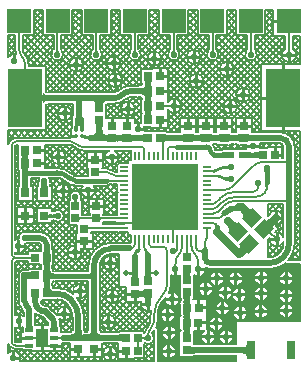
<source format=gtl>
G04 Layer_Physical_Order=1*
G04 Layer_Color=255*
%FSLAX25Y25*%
%MOIN*%
G70*
G01*
G75*
%ADD10C,0.00600*%
%ADD11C,0.02000*%
%ADD12C,0.00500*%
%ADD13C,0.01500*%
%ADD14C,0.01000*%
%ADD15C,0.00750*%
%ADD16C,0.01339*%
%ADD17R,0.02835X0.02835*%
%ADD18R,0.02835X0.02835*%
%ADD19C,0.01968*%
%ADD20R,0.07874X0.07874*%
%ADD21R,0.02913X0.02874*%
%ADD22R,0.02874X0.02913*%
%ADD23R,0.02756X0.01968*%
%ADD24R,0.01968X0.03937*%
G04:AMPARAMS|DCode=25|XSize=47.24mil|YSize=43.31mil|CornerRadius=0mil|HoleSize=0mil|Usage=FLASHONLY|Rotation=45.000|XOffset=0mil|YOffset=0mil|HoleType=Round|Shape=Rectangle|*
%AMROTATEDRECTD25*
4,1,4,-0.00139,-0.03202,-0.03202,-0.00139,0.00139,0.03202,0.03202,0.00139,-0.00139,-0.03202,0.0*
%
%ADD25ROTATEDRECTD25*%

%ADD26R,0.03150X0.03150*%
%ADD27R,0.03937X0.06299*%
%ADD28R,0.02756X0.01181*%
%ADD29R,0.02913X0.05905*%
%ADD30R,0.02559X0.02559*%
%ADD31R,0.02559X0.02559*%
%ADD32R,0.22441X0.22441*%
%ADD33O,0.03150X0.00787*%
%ADD34O,0.00787X0.03150*%
%ADD35R,0.11811X0.19685*%
%ADD36C,0.02500*%
%ADD37R,0.01984X0.09600*%
%ADD38C,0.02200*%
G36*
X61248Y40947D02*
X61238Y40914D01*
X61229Y40870D01*
X61221Y40817D01*
X61209Y40679D01*
X61201Y40396D01*
X61200Y40281D01*
X60600D01*
X60599Y40396D01*
X60571Y40870D01*
X60562Y40914D01*
X60552Y40947D01*
X60540Y40970D01*
X61260D01*
X61248Y40947D01*
D02*
G37*
G36*
X64398D02*
X64388Y40914D01*
X64379Y40870D01*
X64371Y40817D01*
X64359Y40679D01*
X64350Y40396D01*
X64350Y40281D01*
X63750D01*
X63749Y40396D01*
X63720Y40870D01*
X63712Y40914D01*
X63701Y40947D01*
X63690Y40970D01*
X64409D01*
X64398Y40947D01*
D02*
G37*
G36*
X67404Y40600D02*
X67465Y39711D01*
X67502Y39472D01*
X67547Y39262D01*
X67584Y39133D01*
X67630Y39063D01*
X67701Y38970D01*
X67781Y38878D01*
X67870Y38786D01*
X67744D01*
X67808Y38707D01*
X66498D01*
Y37201D01*
X66367Y37296D01*
X66314Y37329D01*
Y37230D01*
X66222Y37319D01*
X66130Y37399D01*
X66037Y37470D01*
X65944Y37531D01*
X65855Y37580D01*
X65749Y37620D01*
X65633Y37655D01*
X65520Y37680D01*
X65408Y37695D01*
X65300Y37700D01*
Y38300D01*
X65408Y38305D01*
X65520Y38320D01*
X65633Y38345D01*
X65749Y38380D01*
X65855Y38420D01*
X65944Y38469D01*
X66037Y38530D01*
X66130Y38601D01*
X66222Y38681D01*
X66314Y38770D01*
Y38671D01*
X66367Y38704D01*
X66423Y38744D01*
X66456Y38786D01*
X66330D01*
X66419Y38878D01*
X66499Y38970D01*
X66570Y39063D01*
X66616Y39133D01*
X66653Y39262D01*
X66698Y39472D01*
X66735Y39711D01*
X66784Y40275D01*
X66800Y40954D01*
X67400D01*
X67404Y40600D01*
D02*
G37*
G36*
X58099Y40947D02*
X58088Y40914D01*
X58080Y40870D01*
X58072Y40817D01*
X58060Y40679D01*
X58051Y40396D01*
X58050Y40281D01*
X57450D01*
X57450Y40396D01*
X57421Y40870D01*
X57412Y40914D01*
X57402Y40947D01*
X57391Y40970D01*
X58110D01*
X58099Y40947D01*
D02*
G37*
G36*
X48619Y40929D02*
X48615Y40913D01*
X48612Y40886D01*
X48607Y40800D01*
X48602Y40398D01*
X48002D01*
X47980Y40934D01*
X48623D01*
X48619Y40929D01*
D02*
G37*
G36*
X56719Y44877D02*
X56668Y44859D01*
X56623Y44828D01*
X56584Y44785D01*
X56551Y44730D01*
X56524Y44663D01*
X56503Y44583D01*
X56488Y44491D01*
X56479Y44387D01*
X56476Y44279D01*
X56476Y44204D01*
X56505Y43729D01*
X56514Y43686D01*
X56524Y43653D01*
X56535Y43630D01*
X55816D01*
X55827Y43653D01*
X55838Y43686D01*
X55846Y43729D01*
X55854Y43783D01*
X55866Y43921D01*
X55875Y44204D01*
X55875Y44279D01*
X55873Y44387D01*
X55864Y44491D01*
X55849Y44583D01*
X55828Y44663D01*
X55801Y44730D01*
X55768Y44785D01*
X55729Y44828D01*
X55684Y44859D01*
X55633Y44877D01*
X55576Y44883D01*
X56776D01*
X56719Y44877D01*
D02*
G37*
G36*
X45491Y40934D02*
X45472Y40892D01*
X45456Y40843D01*
X45441Y40788D01*
X45429Y40727D01*
X45412Y40586D01*
X45406Y40506D01*
X45402Y40327D01*
X44902D01*
X44901Y40420D01*
X44884Y40660D01*
X44875Y40727D01*
X44848Y40843D01*
X44832Y40892D01*
X44813Y40934D01*
X44792Y40970D01*
X45511D01*
X45491Y40934D01*
D02*
G37*
G36*
X47065D02*
X47047Y40892D01*
X47030Y40843D01*
X47016Y40788D01*
X47004Y40727D01*
X46987Y40586D01*
X46981Y40506D01*
X46977Y40327D01*
X46477D01*
X46476Y40420D01*
X46459Y40660D01*
X46449Y40727D01*
X46423Y40843D01*
X46407Y40892D01*
X46388Y40934D01*
X46367Y40970D01*
X47086D01*
X47065Y40934D01*
D02*
G37*
G36*
X44377Y37626D02*
X44361Y37595D01*
X44352Y37556D01*
X44348Y37509D01*
X44350Y37455D01*
X44358Y37393D01*
X44372Y37324D01*
X44392Y37247D01*
X44451Y37070D01*
X44489Y36971D01*
X42980Y37415D01*
X43028Y37450D01*
X43116Y37526D01*
X43156Y37566D01*
X43229Y37650D01*
X43262Y37694D01*
X43292Y37739D01*
X43319Y37786D01*
X43345Y37834D01*
X44377Y37626D01*
D02*
G37*
G36*
X48472Y37488D02*
X46953Y36987D01*
X46996Y37128D01*
X47029Y37262D01*
X47050Y37389D01*
X47061Y37508D01*
X47062Y37620D01*
X47051Y37725D01*
X47030Y37823D01*
X46998Y37914D01*
X46955Y37997D01*
X46902Y38074D01*
X47974Y38272D01*
X48472Y37488D01*
D02*
G37*
G36*
X94077Y34351D02*
X94375Y34152D01*
X94726Y34082D01*
X98600D01*
X98878Y33854D01*
Y14500D01*
X77500D01*
Y6681D01*
X64359D01*
X64317Y6699D01*
X63951Y6703D01*
X63344Y6735D01*
X63122Y6760D01*
X62947Y6791D01*
X62922Y6797D01*
Y10352D01*
X62942Y10380D01*
X62929Y10457D01*
X62959Y10530D01*
X62922Y10620D01*
Y11141D01*
X62922D01*
X62879Y11415D01*
X63256Y11851D01*
X64268D01*
Y14268D01*
X64768D01*
Y14769D01*
X67186D01*
Y16686D01*
X67365Y16812D01*
X67365D01*
Y18768D01*
X64928D01*
Y19268D01*
X64428D01*
Y21725D01*
X62949D01*
X62659Y22119D01*
X62874Y22560D01*
X62883D01*
Y23081D01*
X62920Y23172D01*
X62887Y23250D01*
X62899Y23335D01*
X62883Y23357D01*
Y26497D01*
Y29726D01*
X62895Y29742D01*
X62884Y29834D01*
X62920Y29919D01*
X62883Y30010D01*
Y30109D01*
X63383Y30355D01*
X63881Y30022D01*
X64200Y29958D01*
Y32000D01*
X64700D01*
Y32500D01*
X66742D01*
X66728Y32571D01*
X66752Y32609D01*
X67171Y32903D01*
X67717Y32677D01*
X68419Y32585D01*
X68500Y32569D01*
X88600D01*
Y32561D01*
X90168Y32716D01*
X91676Y33173D01*
X93066Y33916D01*
X93670Y34412D01*
X94077Y34351D01*
D02*
G37*
G36*
X8996Y35300D02*
X8990Y35357D01*
X8971Y35408D01*
X8941Y35453D01*
X8900Y35492D01*
X8845Y35525D01*
X8779Y35552D01*
X8702Y35573D01*
X8612Y35588D01*
X8510Y35597D01*
X8395Y35600D01*
Y36200D01*
X8510Y36203D01*
X8612Y36212D01*
X8702Y36227D01*
X8779Y36248D01*
X8845Y36275D01*
X8900Y36308D01*
X8941Y36347D01*
X8971Y36392D01*
X8990Y36443D01*
X8996Y36500D01*
Y35300D01*
D02*
G37*
G36*
X57182Y37342D02*
X56800Y37700D01*
Y38300D01*
X56890Y38928D01*
X57182Y37342D01*
D02*
G37*
G36*
X81658Y37418D02*
X81520Y37521D01*
X81358Y37576D01*
X81175Y37583D01*
X80968Y37542D01*
X80739Y37453D01*
X80487Y37316D01*
X80213Y37131D01*
X79916Y36898D01*
X79597Y36616D01*
X79254Y36287D01*
X77486Y38054D01*
X77816Y38397D01*
X78330Y39014D01*
X78515Y39288D01*
X78652Y39540D01*
X78741Y39770D01*
X78781Y39977D01*
X78773Y40162D01*
X78717Y40324D01*
X78613Y40463D01*
X81658Y37418D01*
D02*
G37*
G36*
X15203Y38787D02*
X15296Y37488D01*
X15331Y37347D01*
X15371Y37247D01*
X15417Y37187D01*
X15468Y37168D01*
X12933D01*
X12983Y37187D01*
X13029Y37247D01*
X13069Y37347D01*
X13104Y37488D01*
X13133Y37668D01*
X13157Y37887D01*
X13197Y38787D01*
X13200Y39167D01*
X15200D01*
X15203Y38787D01*
D02*
G37*
G36*
X61203Y37820D02*
X61212Y37716D01*
X61227Y37624D01*
X61248Y37544D01*
X61275Y37477D01*
X61308Y37422D01*
X61347Y37379D01*
X61392Y37348D01*
X61443Y37330D01*
X61500Y37324D01*
X60300D01*
X60357Y37330D01*
X60408Y37348D01*
X60453Y37379D01*
X60492Y37422D01*
X60525Y37477D01*
X60552Y37544D01*
X60573Y37624D01*
X60588Y37716D01*
X60597Y37820D01*
X60600Y37936D01*
X61200D01*
X61203Y37820D01*
D02*
G37*
G36*
X32062Y49536D02*
X32080Y49485D01*
X32111Y49440D01*
X32153Y49401D01*
X32208Y49368D01*
X32276Y49341D01*
X32355Y49320D01*
X32447Y49305D01*
X32551Y49296D01*
X32667Y49293D01*
Y48693D01*
X32551Y48690D01*
X32447Y48681D01*
X32355Y48666D01*
X32276Y48645D01*
X32208Y48618D01*
X32153Y48585D01*
X32111Y48546D01*
X32080Y48501D01*
X32062Y48450D01*
X32056Y48393D01*
Y49593D01*
X32062Y49536D01*
D02*
G37*
G36*
X38704Y48633D02*
X38681Y48645D01*
X38648Y48655D01*
X38604Y48664D01*
X38551Y48671D01*
X38413Y48683D01*
X38130Y48692D01*
X38015Y48693D01*
Y49293D01*
X38130Y49294D01*
X38604Y49322D01*
X38648Y49331D01*
X38681Y49341D01*
X38704Y49352D01*
Y48633D01*
D02*
G37*
G36*
X25062Y49536D02*
X25080Y49485D01*
X25111Y49440D01*
X25153Y49401D01*
X25209Y49368D01*
X25276Y49341D01*
X25355Y49320D01*
X25447Y49305D01*
X25551Y49296D01*
X25668Y49293D01*
Y48693D01*
X25551Y48690D01*
X25447Y48681D01*
X25355Y48666D01*
X25276Y48645D01*
X25209Y48618D01*
X25153Y48585D01*
X25111Y48546D01*
X25080Y48501D01*
X25062Y48450D01*
X25056Y48393D01*
Y49593D01*
X25062Y49536D01*
D02*
G37*
G36*
X29544Y48393D02*
X29538Y48450D01*
X29520Y48501D01*
X29489Y48546D01*
X29447Y48585D01*
X29392Y48618D01*
X29324Y48645D01*
X29245Y48666D01*
X29153Y48681D01*
X29049Y48690D01*
X28932Y48693D01*
Y49293D01*
X29049Y49296D01*
X29153Y49305D01*
X29245Y49320D01*
X29324Y49341D01*
X29392Y49368D01*
X29447Y49401D01*
X29489Y49440D01*
X29520Y49485D01*
X29538Y49536D01*
X29544Y49593D01*
Y48393D01*
D02*
G37*
G36*
X17114Y49130D02*
X17058Y49181D01*
X16996Y49227D01*
X16926Y49268D01*
X16851Y49303D01*
X16769Y49332D01*
X16680Y49357D01*
X16585Y49376D01*
X16483Y49389D01*
X16375Y49397D01*
X16260Y49400D01*
Y50400D01*
X16375Y50403D01*
X16585Y50424D01*
X16680Y50443D01*
X16769Y50467D01*
X16851Y50497D01*
X16926Y50532D01*
X16996Y50573D01*
X17058Y50619D01*
X17114Y50670D01*
Y49130D01*
D02*
G37*
G36*
X68946Y50916D02*
X68979Y50906D01*
X69021Y50897D01*
X69074Y50889D01*
X69209Y50877D01*
X69487Y50868D01*
X69600Y50868D01*
Y50268D01*
X69487Y50267D01*
X69021Y50239D01*
X68979Y50230D01*
X68946Y50220D01*
X68923Y50208D01*
Y50927D01*
X68946Y50916D01*
D02*
G37*
G36*
X14961Y50805D02*
X14991Y50720D01*
X15042Y50645D01*
X15113Y50580D01*
X15204Y50525D01*
X15315Y50480D01*
X15447Y50445D01*
X15598Y50420D01*
X15770Y50405D01*
X15963Y50400D01*
Y49400D01*
X15770Y49395D01*
X15598Y49380D01*
X15447Y49355D01*
X15315Y49320D01*
X15204Y49275D01*
X15113Y49220D01*
X15042Y49155D01*
X14991Y49080D01*
X14961Y48995D01*
X14951Y48900D01*
Y50900D01*
X14961Y50805D01*
D02*
G37*
G36*
X80637Y53145D02*
X81259Y52637D01*
X81538Y52457D01*
X81797Y52326D01*
X82034Y52245D01*
X82250Y52214D01*
X82445Y52232D01*
X82619Y52300D01*
X82772Y52417D01*
X79448Y49093D01*
X79591Y49272D01*
X79682Y49468D01*
X79720Y49684D01*
X79706Y49917D01*
X79640Y50169D01*
X79522Y50440D01*
X79351Y50729D01*
X79128Y51036D01*
X78853Y51362D01*
X78526Y51706D01*
X80294Y53474D01*
X80637Y53145D01*
D02*
G37*
G36*
X76035Y48544D02*
X76647Y48025D01*
X76917Y47835D01*
X77164Y47693D01*
X77386Y47597D01*
X77585Y47549D01*
X77760Y47547D01*
X77912Y47592D01*
X78039Y47684D01*
X74818Y44446D01*
X74968Y44633D01*
X75064Y44836D01*
X75108Y45058D01*
X75098Y45297D01*
X75036Y45555D01*
X74920Y45829D01*
X74751Y46122D01*
X74529Y46433D01*
X74254Y46761D01*
X73926Y47107D01*
X75694Y48874D01*
X76035Y48544D01*
D02*
G37*
G36*
X68136Y45460D02*
X68085Y45442D01*
X68040Y45411D01*
X68001Y45368D01*
X67968Y45313D01*
X67941Y45246D01*
X67920Y45166D01*
X67905Y45074D01*
X67896Y44970D01*
X67893Y44854D01*
X67293D01*
X67290Y44970D01*
X67281Y45074D01*
X67266Y45166D01*
X67245Y45246D01*
X67218Y45313D01*
X67185Y45368D01*
X67146Y45411D01*
X67101Y45442D01*
X67050Y45460D01*
X66993Y45466D01*
X68193D01*
X68136Y45460D01*
D02*
G37*
G36*
X88958Y44710D02*
X88935Y44661D01*
X88924Y44608D01*
X88927Y44550D01*
X88941Y44489D01*
X88969Y44423D01*
X89009Y44353D01*
X89062Y44279D01*
X89128Y44201D01*
X89206Y44118D01*
X88782Y43694D01*
X88700Y43772D01*
X88621Y43838D01*
X88547Y43891D01*
X88477Y43931D01*
X88411Y43959D01*
X88349Y43973D01*
X88292Y43976D01*
X88239Y43965D01*
X88190Y43942D01*
X88146Y43906D01*
X88994Y44754D01*
X88958Y44710D01*
D02*
G37*
G36*
X87694Y45827D02*
X88152Y45163D01*
X88213Y45093D01*
X88321Y44987D01*
X88084Y44391D01*
X88062Y44399D01*
X88017Y44399D01*
X87951Y44391D01*
X87861Y44376D01*
X87460Y44286D01*
X86858Y44129D01*
X87602Y45978D01*
X87694Y45827D01*
D02*
G37*
G36*
X71307Y46661D02*
X70583Y46464D01*
X70320Y46516D01*
X71366Y46854D01*
X71307Y46661D01*
D02*
G37*
G36*
X42617Y46818D02*
X42611Y46875D01*
X42592Y46926D01*
X42562Y46971D01*
X42519Y47010D01*
X42464Y47043D01*
X42397Y47070D01*
X42317Y47091D01*
X42225Y47106D01*
X42121Y47115D01*
X42013Y47118D01*
X41938Y47117D01*
X41463Y47089D01*
X41420Y47080D01*
X41387Y47070D01*
X41364Y47059D01*
Y47778D01*
X41387Y47766D01*
X41420Y47756D01*
X41463Y47747D01*
X41517Y47740D01*
X41655Y47728D01*
X41938Y47719D01*
X42013Y47718D01*
X42121Y47721D01*
X42225Y47730D01*
X42317Y47745D01*
X42397Y47766D01*
X42464Y47793D01*
X42519Y47826D01*
X42562Y47865D01*
X42592Y47910D01*
X42611Y47961D01*
X42617Y48018D01*
Y46818D01*
D02*
G37*
G36*
X28199Y46386D02*
X28218Y46335D01*
X28248Y46290D01*
X28291Y46251D01*
X28346Y46218D01*
X28414Y46191D01*
X28493Y46170D01*
X28585Y46155D01*
X28689Y46146D01*
X28805Y46143D01*
Y45543D01*
X28689Y45540D01*
X28585Y45531D01*
X28493Y45516D01*
X28414Y45495D01*
X28346Y45468D01*
X28291Y45435D01*
X28248Y45396D01*
X28218Y45351D01*
X28199Y45300D01*
X28193Y45243D01*
Y46443D01*
X28199Y46386D01*
D02*
G37*
G36*
X38704Y45484D02*
X38681Y45495D01*
X38648Y45505D01*
X38604Y45514D01*
X38551Y45522D01*
X38413Y45534D01*
X38130Y45543D01*
X38015Y45543D01*
Y46143D01*
X38130Y46144D01*
X38604Y46172D01*
X38648Y46181D01*
X38681Y46192D01*
X38704Y46203D01*
Y45484D01*
D02*
G37*
G36*
X10655Y8600D02*
X10649Y8657D01*
X10631Y8708D01*
X10600Y8753D01*
X10558Y8792D01*
X10503Y8825D01*
X10435Y8852D01*
X10356Y8873D01*
X10264Y8888D01*
X10236Y8890D01*
X10216Y8889D01*
X10126Y8875D01*
X10048Y8855D01*
X9982Y8830D01*
X9928Y8800D01*
X9886Y8764D01*
X9856Y8722D01*
X9838Y8674D01*
X9832Y8621D01*
Y9779D01*
X9838Y9726D01*
X9856Y9678D01*
X9886Y9636D01*
X9928Y9600D01*
X9982Y9570D01*
X10048Y9545D01*
X10126Y9525D01*
X10216Y9511D01*
X10236Y9510D01*
X10264Y9512D01*
X10356Y9527D01*
X10435Y9548D01*
X10503Y9575D01*
X10558Y9608D01*
X10600Y9647D01*
X10631Y9692D01*
X10649Y9743D01*
X10655Y9800D01*
Y8600D01*
D02*
G37*
G36*
X47214Y8330D02*
X47122Y8419D01*
X47030Y8499D01*
X46937Y8570D01*
X46844Y8631D01*
X46751Y8682D01*
X46657Y8725D01*
X46564Y8758D01*
X46470Y8781D01*
X46376Y8795D01*
X46349Y8797D01*
X46251Y8788D01*
X46161Y8773D01*
X46084Y8752D01*
X46018Y8725D01*
X45963Y8692D01*
X45921Y8653D01*
X45891Y8608D01*
X45873Y8557D01*
X45867Y8500D01*
Y9700D01*
X45873Y9643D01*
X45891Y9592D01*
X45921Y9547D01*
X45963Y9508D01*
X46018Y9475D01*
X46084Y9448D01*
X46161Y9427D01*
X46251Y9412D01*
X46349Y9403D01*
X46376Y9405D01*
X46470Y9419D01*
X46564Y9442D01*
X46657Y9475D01*
X46751Y9517D01*
X46844Y9569D01*
X46937Y9630D01*
X47030Y9701D01*
X47122Y9781D01*
X47214Y9870D01*
Y8330D01*
D02*
G37*
G36*
X62166Y12843D02*
X62103Y12783D01*
X62047Y12683D01*
X61999Y12543D01*
X61958Y12363D01*
X61925Y12143D01*
X61896Y11788D01*
X61936Y11249D01*
X61976Y11029D01*
X62025Y10849D01*
X62083Y10710D01*
X62150Y10610D01*
X62225Y10549D01*
X62310Y10530D01*
X59421D01*
X59505Y10549D01*
X59580Y10610D01*
X59647Y10710D01*
X59705Y10849D01*
X59754Y11029D01*
X59794Y11249D01*
X59825Y11509D01*
X59832Y11635D01*
X59795Y12143D01*
X59755Y12363D01*
X59707Y12543D01*
X59650Y12683D01*
X59584Y12783D01*
X59510Y12843D01*
X59426Y12863D01*
X62237D01*
X62166Y12843D01*
D02*
G37*
G36*
X48421Y10805D02*
X48402Y10715D01*
X48396Y10625D01*
X48402Y10534D01*
X48419Y10442D01*
X48449Y10349D01*
X48491Y10256D01*
X48545Y10162D01*
X48611Y10068D01*
X48689Y9973D01*
X48779Y9877D01*
X47239Y9894D01*
X47326Y9981D01*
X47480Y10159D01*
X47547Y10250D01*
X47607Y10341D01*
X47660Y10434D01*
X47706Y10527D01*
X47746Y10621D01*
X47778Y10717D01*
X47804Y10813D01*
X48421Y10805D01*
D02*
G37*
G36*
X18106Y9726D02*
X18124Y9678D01*
X18154Y9636D01*
X18196Y9600D01*
X18250Y9570D01*
X18316Y9545D01*
X18394Y9525D01*
X18484Y9511D01*
X18586Y9503D01*
X18700Y9500D01*
Y8900D01*
X18586Y8897D01*
X18484Y8889D01*
X18394Y8875D01*
X18316Y8855D01*
X18250Y8830D01*
X18196Y8800D01*
X18154Y8764D01*
X18124Y8722D01*
X18106Y8674D01*
X18100Y8621D01*
Y9779D01*
X18106Y9726D01*
D02*
G37*
G36*
X23395Y7991D02*
X23375Y8049D01*
X23315Y8101D01*
X23215Y8146D01*
X23075Y8186D01*
X22895Y8220D01*
X22675Y8247D01*
X22115Y8284D01*
X21395Y8296D01*
Y10296D01*
X21775Y10301D01*
X22675Y10377D01*
X22895Y10422D01*
X23075Y10478D01*
X23215Y10544D01*
X23315Y10620D01*
X23375Y10705D01*
X23395Y10801D01*
Y7991D01*
D02*
G37*
G36*
X46495Y22658D02*
X49305D01*
X49181Y22643D01*
X49069Y22598D01*
X48971Y22523D01*
X48886Y22418D01*
X48814Y22283D01*
X48755Y22118D01*
X48709Y21923D01*
X48676Y21698D01*
X48663Y21526D01*
X48670Y21286D01*
X48653D01*
X48650Y21158D01*
X47150D01*
X47147Y21286D01*
X47130D01*
X47134Y21296D01*
X47137Y21319D01*
X47140Y21355D01*
X47143Y21449D01*
X47124Y21698D01*
X47091Y21923D01*
X47045Y22118D01*
X46986Y22283D01*
X46914Y22418D01*
X46829Y22523D01*
X46731Y22598D01*
X46619Y22643D01*
X46495Y22658D01*
X46480Y22763D01*
X46435Y22858D01*
X46360Y22941D01*
X46255Y23013D01*
X46120Y23074D01*
X45955Y23124D01*
X45760Y23163D01*
X45728Y23167D01*
X45640Y23154D01*
X45445Y23108D01*
X45280Y23049D01*
X45145Y22977D01*
X45040Y22892D01*
X44965Y22794D01*
X44920Y22682D01*
X44905Y22558D01*
Y25368D01*
X44920Y25244D01*
X44965Y25132D01*
X45040Y25034D01*
X45145Y24949D01*
X45280Y24877D01*
X45445Y24818D01*
X45640Y24772D01*
X45679Y24766D01*
X45764Y24780D01*
X45961Y24833D01*
X46127Y24901D01*
X46263Y24983D01*
X46369Y25080D01*
X46445Y25193D01*
X46491Y25321D01*
X46507Y25463D01*
X46495Y22658D01*
D02*
G37*
G36*
X15483Y31150D02*
X15528Y31045D01*
X15603Y30953D01*
X15708Y30872D01*
X15843Y30804D01*
X16007Y30749D01*
X16203Y30706D01*
X16428Y30675D01*
X16682Y30656D01*
X16967Y30650D01*
Y29150D01*
X16682Y29146D01*
X16203Y29112D01*
X16007Y29083D01*
X15843Y29046D01*
X15708Y29000D01*
X15603Y28945D01*
X15528Y28883D01*
X15483Y28812D01*
X15468Y28732D01*
X15417Y28712D01*
X15371Y28653D01*
X15331Y28552D01*
X15296Y28413D01*
X15267Y28232D01*
X15243Y28012D01*
X15203Y27112D01*
X15202Y27042D01*
X15204Y26888D01*
X15292Y25767D01*
X15332Y25587D01*
X15380Y25447D01*
X15435Y25348D01*
X15498Y25288D01*
X15567Y25267D01*
X13033D01*
X13064Y25288D01*
X13093Y25348D01*
X13118Y25447D01*
X13140Y25587D01*
X13173Y25987D01*
X13198Y26888D01*
X13199Y26939D01*
X13197Y27112D01*
X13104Y28413D01*
X13069Y28552D01*
X13029Y28653D01*
X12983Y28712D01*
X12933Y28732D01*
X15468D01*
Y31267D01*
X15483Y31150D01*
D02*
G37*
G36*
X17738Y13846D02*
X17792Y13008D01*
X17825Y12803D01*
X17866Y12636D01*
X17913Y12505D01*
X17968Y12412D01*
X18030Y12356D01*
X18100Y12338D01*
X15368D01*
X15437Y12356D01*
X15500Y12412D01*
X15554Y12505D01*
X15602Y12636D01*
X15642Y12803D01*
X15675Y13008D01*
X15701Y13250D01*
X15730Y13846D01*
X15734Y14200D01*
X17734D01*
X17738Y13846D01*
D02*
G37*
G36*
X11580Y22718D02*
X11534Y22677D01*
X11494Y22607D01*
X11459Y22509D01*
X11430Y22384D01*
X11406Y22230D01*
X11387Y22049D01*
X11366Y21602D01*
X11363Y21337D01*
X9363D01*
X9360Y21602D01*
X9320Y22230D01*
X9296Y22384D01*
X9267Y22509D01*
X9232Y22607D01*
X9192Y22677D01*
X9146Y22718D01*
X9095Y22733D01*
X11631D01*
X11580Y22718D01*
D02*
G37*
G36*
X62215Y17804D02*
X62142Y17744D01*
X62077Y17644D01*
X62021Y17504D01*
X61973Y17324D01*
X61934Y17104D01*
X61904Y16847D01*
X61958Y16174D01*
X61999Y15994D01*
X62047Y15854D01*
X62103Y15754D01*
X62166Y15694D01*
X62237Y15674D01*
X59426D01*
X59510Y15694D01*
X59584Y15754D01*
X59650Y15854D01*
X59707Y15994D01*
X59755Y16174D01*
X59795Y16394D01*
X59826Y16654D01*
X59827Y16686D01*
X59798Y17104D01*
X59761Y17324D01*
X59715Y17504D01*
X59661Y17644D01*
X59598Y17744D01*
X59527Y17804D01*
X59447Y17824D01*
X62297D01*
X62215Y17804D01*
D02*
G37*
G36*
X62193Y23152D02*
X62125Y23092D01*
X62064Y22992D01*
X62011Y22852D01*
X61967Y22672D01*
X61930Y22452D01*
X61902Y22192D01*
X61893Y22013D01*
X61934Y21433D01*
X61973Y21213D01*
X62021Y21033D01*
X62077Y20893D01*
X62142Y20793D01*
X62215Y20733D01*
X62297Y20713D01*
X59447D01*
X59527Y20733D01*
X59598Y20793D01*
X59661Y20893D01*
X59715Y21033D01*
X59761Y21213D01*
X59798Y21433D01*
X59828Y21693D01*
X59838Y21893D01*
X59800Y22452D01*
X59764Y22672D01*
X59719Y22852D01*
X59667Y22992D01*
X59606Y23092D01*
X59537Y23152D01*
X59460Y23172D01*
X62270D01*
X62193Y23152D01*
D02*
G37*
G36*
X31004Y12394D02*
X31065Y11494D01*
X31101Y11274D01*
X31146Y11094D01*
X31199Y10954D01*
X31259Y10854D01*
X31328Y10794D01*
X31405Y10774D01*
X28595D01*
X28672Y10794D01*
X28741Y10854D01*
X28801Y10954D01*
X28854Y11094D01*
X28899Y11274D01*
X28935Y11494D01*
X28964Y11754D01*
X28996Y12394D01*
X29000Y12774D01*
X31000D01*
X31004Y12394D01*
D02*
G37*
G36*
X15587Y25198D02*
X15647Y25135D01*
X15747Y25080D01*
X15888Y25032D01*
X16068Y24992D01*
X16287Y24959D01*
X16848Y24915D01*
X17568Y24900D01*
Y22900D01*
X17188Y22898D01*
X15647Y22793D01*
X15587Y22764D01*
X15567Y22733D01*
Y25267D01*
X15587Y25198D01*
D02*
G37*
G36*
X9470Y13958D02*
X9558Y12838D01*
X9598Y12658D01*
X9646Y12518D01*
X9700Y12418D01*
X9763Y12358D01*
X9832Y12338D01*
X7100D01*
X7170Y12358D01*
X7232Y12418D01*
X7287Y12518D01*
X7334Y12658D01*
X7375Y12838D01*
X7408Y13058D01*
X7451Y13618D01*
X7466Y14338D01*
X9466D01*
X9470Y13958D01*
D02*
G37*
G36*
X25804Y12421D02*
X25865Y11521D01*
X25901Y11301D01*
X25946Y11121D01*
X25999Y10981D01*
X26059Y10881D01*
X26128Y10821D01*
X26205Y10801D01*
X23395D01*
X23472Y10821D01*
X23541Y10881D01*
X23601Y10981D01*
X23654Y11121D01*
X23699Y11301D01*
X23735Y11521D01*
X23764Y11781D01*
X23796Y12421D01*
X23800Y12801D01*
X25800D01*
X25804Y12421D01*
D02*
G37*
G36*
X62330Y6394D02*
X62390Y6321D01*
X62490Y6258D01*
X62630Y6202D01*
X62810Y6156D01*
X63030Y6117D01*
X63290Y6088D01*
X63930Y6054D01*
X64310Y6049D01*
Y4049D01*
X63930Y4045D01*
X63030Y3981D01*
X62810Y3943D01*
X62630Y3896D01*
X62490Y3841D01*
X62390Y3777D01*
X62330Y3705D01*
X62310Y3624D01*
Y6474D01*
X62330Y6394D01*
D02*
G37*
G36*
X80867Y3049D02*
X80847Y3239D01*
X80787Y3409D01*
X80686Y3559D01*
X80545Y3689D01*
X80364Y3799D01*
X80143Y3889D01*
X79881Y3959D01*
X79580Y4009D01*
X79238Y4039D01*
X78855Y4049D01*
Y6049D01*
X79238Y6059D01*
X79580Y6089D01*
X79881Y6139D01*
X80143Y6209D01*
X80364Y6299D01*
X80545Y6409D01*
X80686Y6539D01*
X80787Y6689D01*
X80847Y6859D01*
X80867Y7049D01*
Y3049D01*
D02*
G37*
G36*
X14562Y7184D02*
X14581Y7133D01*
X14611Y7088D01*
X14652Y7049D01*
X14706Y7016D01*
X14773Y6989D01*
X14851Y6968D01*
X14941Y6953D01*
X14966Y6951D01*
X14984Y6952D01*
X15074Y6966D01*
X15152Y6985D01*
X15218Y7011D01*
X15272Y7041D01*
X15314Y7077D01*
X15344Y7119D01*
X15362Y7167D01*
X15368Y7220D01*
Y6062D01*
X15362Y6115D01*
X15344Y6163D01*
X15314Y6205D01*
X15272Y6241D01*
X15218Y6271D01*
X15152Y6296D01*
X15074Y6316D01*
X14984Y6330D01*
X14962Y6332D01*
X14941Y6330D01*
X14851Y6316D01*
X14773Y6296D01*
X14706Y6271D01*
X14652Y6241D01*
X14611Y6205D01*
X14581Y6163D01*
X14562Y6115D01*
X14557Y6062D01*
Y7241D01*
X14562Y7184D01*
D02*
G37*
G36*
X7100Y6062D02*
X7094Y6115D01*
X7076Y6163D01*
X7046Y6205D01*
X7004Y6241D01*
X6950Y6271D01*
X6884Y6296D01*
X6806Y6316D01*
X6716Y6330D01*
X6614Y6338D01*
X6500Y6341D01*
Y6941D01*
X6614Y6944D01*
X6716Y6952D01*
X6806Y6966D01*
X6884Y6985D01*
X6950Y7011D01*
X7004Y7041D01*
X7046Y7077D01*
X7076Y7119D01*
X7094Y7167D01*
X7100Y7220D01*
Y6062D01*
D02*
G37*
G36*
X42870Y30700D02*
X44560D01*
X44563Y30435D01*
X44615Y29807D01*
X44646Y29654D01*
X44684Y29528D01*
X44729Y29431D01*
X44781Y29361D01*
X44840Y29319D01*
X44905Y29305D01*
X42165Y29293D01*
X42240Y29308D01*
X42307Y29350D01*
X42367Y29421D01*
X42418Y29519D01*
X42461Y29646D01*
X42497Y29801D01*
X42524Y29983D01*
X42543Y30183D01*
X42466Y30218D01*
X42284Y30279D01*
X42079Y30332D01*
X41850Y30374D01*
X41767Y30385D01*
X41715Y30360D01*
X41664Y30327D01*
X41619Y30290D01*
X41580Y30248D01*
X41548Y30200D01*
Y30411D01*
X41023Y30445D01*
X40700Y30450D01*
Y30950D01*
X41023Y30955D01*
X41548Y31000D01*
Y31200D01*
X41580Y31152D01*
X41619Y31110D01*
X41664Y31073D01*
X41715Y31040D01*
X41761Y31018D01*
X41850Y31026D01*
X42079Y31069D01*
X42284Y31121D01*
X42466Y31182D01*
X42624Y31253D01*
X42759Y31334D01*
X42870Y31424D01*
Y30700D01*
D02*
G37*
G36*
X15417Y34613D02*
X15371Y34552D01*
X15331Y34453D01*
X15296Y34312D01*
X15267Y34133D01*
X15243Y33913D01*
X15203Y33013D01*
X15202Y32950D01*
X15203Y32888D01*
X15296Y31587D01*
X15331Y31447D01*
X15371Y31348D01*
X15417Y31288D01*
X15468Y31267D01*
X12933D01*
X12983Y31288D01*
X13029Y31348D01*
X13069Y31447D01*
X13104Y31587D01*
X13133Y31767D01*
X13157Y31988D01*
X13197Y32888D01*
X13198Y32950D01*
X13197Y33013D01*
X13104Y34312D01*
X13069Y34453D01*
X13029Y34552D01*
X12983Y34613D01*
X12933Y34633D01*
X15468D01*
X15417Y34613D01*
D02*
G37*
G36*
X57600Y29958D02*
X57919Y30022D01*
X58348Y30308D01*
X58848Y30041D01*
Y30010D01*
X58810Y29919D01*
X58841Y29846D01*
X58828Y29768D01*
X58848Y29741D01*
Y26497D01*
Y23357D01*
X58831Y23335D01*
X58843Y23250D01*
X58810Y23172D01*
X58848Y23081D01*
Y22560D01*
X59123D01*
X59127Y22540D01*
X59154Y22376D01*
X59187Y21888D01*
X59180Y21746D01*
X59155Y21524D01*
X59125Y21348D01*
X59119Y21325D01*
X58835D01*
Y20804D01*
X58798Y20713D01*
X58830Y20637D01*
X58818Y20554D01*
X58835Y20531D01*
Y18006D01*
X58818Y17982D01*
X58830Y17900D01*
X58798Y17824D01*
X58835Y17733D01*
Y17212D01*
X58986D01*
X59153Y16726D01*
X58931Y16286D01*
X58814D01*
Y15764D01*
X58777Y15674D01*
X58807Y15601D01*
X58795Y15522D01*
X58814Y15495D01*
Y13042D01*
X58795Y13015D01*
X58807Y12936D01*
X58777Y12863D01*
X58814Y12773D01*
Y12251D01*
X59113D01*
X59121Y12221D01*
X59150Y12062D01*
X59181Y11629D01*
X59178Y11566D01*
X59152Y11346D01*
X59120Y11173D01*
X59111Y11141D01*
X58808D01*
Y10620D01*
X58771Y10530D01*
X58801Y10457D01*
X58789Y10380D01*
X58808Y10352D01*
Y7068D01*
Y3012D01*
X62129D01*
X62154Y2994D01*
X62234Y3006D01*
X62310Y2975D01*
X62400Y3012D01*
X62922D01*
Y3301D01*
X62947Y3308D01*
X63109Y3336D01*
X63956Y3396D01*
X64317Y3400D01*
X64359Y3418D01*
X77500D01*
Y1122D01*
X51146D01*
X50918Y1400D01*
Y9044D01*
X50925Y9100D01*
X50918Y9156D01*
Y11760D01*
X50848Y12111D01*
X50649Y12409D01*
X50399Y12724D01*
X50529Y13044D01*
X50798Y13692D01*
X50934Y14729D01*
X50918D01*
Y16599D01*
X50910Y16636D01*
X51079Y18353D01*
X51591Y20041D01*
X52422Y21596D01*
X53224Y22573D01*
X53571Y22929D01*
X54027Y22824D01*
X54097Y22793D01*
X54058Y22600D01*
X55600D01*
Y24142D01*
X55281Y24078D01*
X55009Y23897D01*
X54523Y24111D01*
X54499Y24157D01*
X55054Y25497D01*
X55249Y26980D01*
X55218D01*
Y30206D01*
X55718Y30398D01*
X56281Y30022D01*
X56600Y29958D01*
Y32000D01*
X57600D01*
Y29958D01*
D02*
G37*
G36*
X48704Y31430D02*
X48838Y31350D01*
X48997Y31280D01*
X49181Y31219D01*
X49389Y31167D01*
X49622Y31125D01*
X49726Y31112D01*
X49727Y31113D01*
X49785Y31140D01*
X49836Y31172D01*
X49881Y31210D01*
X49920Y31253D01*
X49952Y31300D01*
Y31088D01*
X50468Y31055D01*
X50800Y31050D01*
Y30550D01*
X50468Y30545D01*
X49952Y30502D01*
Y30300D01*
X49920Y30347D01*
X49881Y30390D01*
X49836Y30428D01*
X49785Y30460D01*
X49734Y30484D01*
X49622Y30475D01*
X49389Y30433D01*
X49181Y30381D01*
X48997Y30320D01*
X48921Y30286D01*
X48935Y30083D01*
X48963Y29900D01*
X48999Y29745D01*
X49042Y29618D01*
X49093Y29520D01*
X49153Y29450D01*
X49220Y29407D01*
X49295Y29393D01*
X46505D01*
X46580Y29407D01*
X46647Y29450D01*
X46707Y29520D01*
X46758Y29618D01*
X46801Y29745D01*
X46837Y29900D01*
X46865Y30083D01*
X46884Y30294D01*
X46900Y30800D01*
X48594D01*
Y31520D01*
X48704Y31430D01*
D02*
G37*
G36*
X39395Y7932D02*
X39375Y7993D01*
X39316Y8047D01*
X39215Y8095D01*
X39075Y8136D01*
X38895Y8171D01*
X38675Y8200D01*
X38116Y8238D01*
X37396Y8250D01*
Y10250D01*
X37775Y10253D01*
X39075Y10329D01*
X39215Y10357D01*
X39316Y10389D01*
X39375Y10426D01*
X39395Y10468D01*
Y7932D01*
D02*
G37*
G36*
X45143Y7938D02*
X45092Y7920D01*
X45047Y7889D01*
X45008Y7847D01*
X44975Y7791D01*
X44948Y7724D01*
X44927Y7645D01*
X44912Y7553D01*
X44903Y7449D01*
X44900Y7333D01*
X44300D01*
X44297Y7449D01*
X44288Y7553D01*
X44273Y7645D01*
X44252Y7724D01*
X44225Y7791D01*
X44192Y7847D01*
X44153Y7889D01*
X44108Y7920D01*
X44057Y7938D01*
X44000Y7944D01*
X45200D01*
X45143Y7938D01*
D02*
G37*
G36*
X31425Y10674D02*
X31485Y10585D01*
X31585Y10507D01*
X31725Y10439D01*
X31905Y10381D01*
X32125Y10334D01*
X32385Y10298D01*
X32685Y10271D01*
X33405Y10250D01*
Y8250D01*
X33025Y8247D01*
X31905Y8179D01*
X31725Y8147D01*
X31585Y8110D01*
X31485Y8067D01*
X31425Y8018D01*
X31405Y7963D01*
Y10774D01*
X31425Y10674D01*
D02*
G37*
G36*
X26225Y10705D02*
X26285Y10620D01*
X26385Y10544D01*
X26525Y10478D01*
X26705Y10422D01*
X26925Y10377D01*
X27185Y10341D01*
X27353Y10331D01*
X27875Y10373D01*
X28095Y10415D01*
X28275Y10468D01*
X28415Y10530D01*
X28515Y10602D01*
X28575Y10683D01*
X28595Y10774D01*
Y7963D01*
X28575Y8026D01*
X28515Y8083D01*
X28415Y8133D01*
X28275Y8176D01*
X28095Y8213D01*
X27875Y8243D01*
X27484Y8271D01*
X26705Y8220D01*
X26525Y8186D01*
X26385Y8146D01*
X26285Y8101D01*
X26225Y8049D01*
X26205Y7991D01*
Y10801D01*
X26225Y10705D01*
D02*
G37*
G36*
X29114Y29130D02*
X29104Y29134D01*
X29081Y29137D01*
X29045Y29140D01*
X28773Y29148D01*
X28435Y29150D01*
Y30650D01*
X29114Y30670D01*
Y29130D01*
D02*
G37*
G36*
X44903Y6789D02*
X44912Y6685D01*
X44927Y6593D01*
X44948Y6514D01*
X44975Y6446D01*
X45008Y6391D01*
X45047Y6348D01*
X45092Y6318D01*
X45143Y6299D01*
X45200Y6293D01*
X44000D01*
X44057Y6299D01*
X44108Y6318D01*
X44153Y6348D01*
X44192Y6391D01*
X44225Y6446D01*
X44252Y6514D01*
X44273Y6593D01*
X44288Y6685D01*
X44297Y6789D01*
X44300Y6905D01*
X44900D01*
X44903Y6789D01*
D02*
G37*
G36*
X8996Y28732D02*
X8975Y28783D01*
X8916Y28829D01*
X8816Y28869D01*
X8676Y28904D01*
X8495Y28933D01*
X8275Y28957D01*
X7376Y28997D01*
X6995Y29000D01*
Y31000D01*
X7376Y31003D01*
X8676Y31096D01*
X8816Y31131D01*
X8916Y31171D01*
X8975Y31217D01*
X8996Y31267D01*
Y28732D01*
D02*
G37*
G36*
X61904Y31539D02*
X61957Y30864D01*
X62168D01*
X62117Y30844D01*
X62071Y30784D01*
X62031Y30684D01*
X61996Y30544D01*
X61987Y30488D01*
X61993Y30419D01*
X62033Y30239D01*
X62081Y30099D01*
X62137Y29999D01*
X62200Y29939D01*
X62270Y29919D01*
X61933D01*
X61903Y29244D01*
X61900Y28864D01*
X59900D01*
X59897Y29244D01*
X59849Y29919D01*
X59460D01*
X59543Y29939D01*
X59618Y29999D01*
X59684Y30099D01*
X59741Y30239D01*
X59790Y30419D01*
X59806Y30509D01*
X59804Y30544D01*
X59769Y30684D01*
X59729Y30784D01*
X59683Y30844D01*
X59632Y30864D01*
X59856D01*
X59860Y30899D01*
X59896Y31539D01*
X59900Y31919D01*
X61900D01*
X61904Y31539D01*
D02*
G37*
G36*
X53311Y87043D02*
X53329Y86992D01*
X53359Y86947D01*
X53401Y86908D01*
X53455Y86875D01*
X53521Y86848D01*
X53599Y86827D01*
X53689Y86812D01*
X53791Y86803D01*
X53905Y86800D01*
Y86200D01*
X53791Y86197D01*
X53689Y86188D01*
X53599Y86173D01*
X53521Y86152D01*
X53455Y86125D01*
X53401Y86092D01*
X53359Y86053D01*
X53329Y86008D01*
X53311Y85957D01*
X53305Y85900D01*
Y87100D01*
X53311Y87043D01*
D02*
G37*
G36*
X34800Y88200D02*
X34420Y88180D01*
X34080Y88120D01*
X33780Y88020D01*
X33520Y87880D01*
X33300Y87700D01*
X33120Y87480D01*
X32980Y87220D01*
X32963Y87169D01*
X32971Y87147D01*
X33017Y87088D01*
X33068Y87068D01*
X32929D01*
X32880Y86920D01*
X32820Y86580D01*
X32800Y86200D01*
X30800D01*
X30780Y86580D01*
X30720Y86920D01*
X30671Y87068D01*
X30533D01*
X30583Y87088D01*
X30629Y87147D01*
X30637Y87169D01*
X30620Y87220D01*
X30480Y87480D01*
X30300Y87700D01*
X30080Y87880D01*
X29820Y88020D01*
X29520Y88120D01*
X29180Y88180D01*
X28800Y88200D01*
X31800Y90200D01*
X34800Y88200D01*
D02*
G37*
G36*
X49002Y85095D02*
X49368D01*
X49298Y85075D01*
X49236Y85015D01*
X49180Y84915D01*
X49133Y84775D01*
X49092Y84595D01*
X49059Y84375D01*
X49051Y84270D01*
X49084Y83805D01*
X49121Y83625D01*
X49165Y83485D01*
X49216Y83385D01*
X49273Y83325D01*
X49337Y83305D01*
X49004D01*
X49000Y83095D01*
X47000D01*
X46998Y83305D01*
X46526D01*
X46616Y83325D01*
X46697Y83385D01*
X46768Y83485D01*
X46829Y83625D01*
X46881Y83805D01*
X46924Y84025D01*
X46944Y84178D01*
X46929Y84375D01*
X46889Y84595D01*
X46841Y84775D01*
X46783Y84915D01*
X46717Y85015D01*
X46642Y85075D01*
X46558Y85095D01*
X46997D01*
X47000Y85305D01*
X49000D01*
X49002Y85095D01*
D02*
G37*
G36*
X55914Y85730D02*
X55822Y85819D01*
X55730Y85899D01*
X55637Y85970D01*
X55544Y86031D01*
X55451Y86083D01*
X55357Y86125D01*
X55264Y86158D01*
X55170Y86181D01*
X55076Y86195D01*
X54982Y86200D01*
Y86800D01*
X55076Y86805D01*
X55170Y86819D01*
X55264Y86842D01*
X55357Y86875D01*
X55451Y86918D01*
X55544Y86969D01*
X55637Y87030D01*
X55730Y87101D01*
X55822Y87181D01*
X55914Y87270D01*
Y85730D01*
D02*
G37*
G36*
X7304Y91800D02*
X7365Y90912D01*
X7402Y90672D01*
X7447Y90462D01*
X7500Y90280D01*
X7561Y90127D01*
X7630Y90003D01*
X7708Y89907D01*
X6293D01*
X6370Y90003D01*
X6439Y90127D01*
X6500Y90280D01*
X6553Y90462D01*
X6598Y90672D01*
X6635Y90912D01*
X6684Y91475D01*
X6700Y92154D01*
X7300D01*
X7304Y91800D01*
D02*
G37*
G36*
X49360Y95075D02*
X49291Y95015D01*
X49230Y94915D01*
X49177Y94775D01*
X49133Y94595D01*
X49096Y94375D01*
X49068Y94115D01*
X49063Y94018D01*
X49096Y93525D01*
X49133Y93305D01*
X49177Y93125D01*
X49230Y92985D01*
X49291Y92885D01*
X49360Y92825D01*
X49437Y92805D01*
X46626D01*
X46703Y92825D01*
X46772Y92885D01*
X46833Y92985D01*
X46886Y93125D01*
X46930Y93305D01*
X46967Y93525D01*
X46995Y93785D01*
X47000Y93882D01*
X46967Y94375D01*
X46930Y94595D01*
X46886Y94775D01*
X46833Y94915D01*
X46772Y95015D01*
X46703Y95075D01*
X46626Y95095D01*
X49437D01*
X49360Y95075D01*
D02*
G37*
G36*
X13002Y91010D02*
X13062Y90840D01*
X13163Y90690D01*
X13303Y90560D01*
X13485Y90450D01*
X13706Y90360D01*
X13967Y90290D01*
X14269Y90240D01*
X14611Y90210D01*
X14994Y90200D01*
Y88200D01*
X14611Y88190D01*
X14269Y88160D01*
X13967Y88110D01*
X13706Y88040D01*
X13485Y87950D01*
X13303Y87840D01*
X13163Y87710D01*
X13062Y87560D01*
X13002Y87390D01*
X12981Y87200D01*
Y91200D01*
X13002Y91010D01*
D02*
G37*
G36*
X46626Y89995D02*
X49437D01*
X49354Y89975D01*
X49280Y89915D01*
X49214Y89815D01*
X49157Y89675D01*
X49109Y89495D01*
X49070Y89275D01*
X49042Y89038D01*
X49092Y88405D01*
X49133Y88225D01*
X49180Y88085D01*
X49236Y87985D01*
X49298Y87925D01*
X49368Y87905D01*
X46558D01*
X46642Y87925D01*
X46717Y87985D01*
X46783Y88085D01*
X46841Y88225D01*
X46889Y88405D01*
X46929Y88625D01*
X46960Y88885D01*
X46962Y88921D01*
X46940Y89275D01*
X46907Y89495D01*
X46865Y89675D01*
X46817Y89815D01*
X46761Y89915D01*
X46697Y89975D01*
X46626Y89995D01*
X46606Y90072D01*
X46546Y90141D01*
X46446Y90201D01*
X46306Y90254D01*
X46126Y90299D01*
X45906Y90335D01*
X45646Y90364D01*
X45006Y90396D01*
X44626Y90400D01*
Y92400D01*
X45006Y92404D01*
X45906Y92465D01*
X46126Y92501D01*
X46306Y92546D01*
X46446Y92599D01*
X46546Y92659D01*
X46606Y92728D01*
X46626Y92805D01*
Y89995D01*
D02*
G37*
G36*
X26413Y76817D02*
X26414Y76824D01*
X26426Y76820D01*
X26456Y76812D01*
X26527Y76797D01*
X27972Y76592D01*
X28105Y76596D01*
X28204Y76612D01*
X28270Y76638D01*
X27979Y75252D01*
X27929Y75303D01*
X27845Y75357D01*
X27725Y75414D01*
X27570Y75474D01*
X27156Y75604D01*
X26602Y75746D01*
X26461Y75777D01*
X26205Y75828D01*
X26206Y75834D01*
X25908Y75900D01*
X26114Y76878D01*
X26413Y76817D01*
D02*
G37*
G36*
X39495Y76800D02*
X39505Y76800D01*
Y74800D01*
X39495Y74800D01*
Y74395D01*
X39475Y74472D01*
X39415Y74541D01*
X39315Y74601D01*
X39175Y74654D01*
X38995Y74699D01*
X38775Y74735D01*
X38565Y74758D01*
X38225Y74735D01*
X38005Y74699D01*
X37825Y74654D01*
X37685Y74601D01*
X37585Y74541D01*
X37525Y74472D01*
X37505Y74395D01*
Y74800D01*
X37495Y74800D01*
Y76800D01*
X37505Y76800D01*
Y77205D01*
X37525Y77128D01*
X37585Y77059D01*
X37685Y76999D01*
X37825Y76946D01*
X38005Y76901D01*
X38225Y76865D01*
X38435Y76842D01*
X38775Y76865D01*
X38995Y76901D01*
X39175Y76946D01*
X39315Y76999D01*
X39415Y77059D01*
X39475Y77128D01*
X39495Y77205D01*
Y76800D01*
D02*
G37*
G36*
X81325Y77228D02*
X81385Y77159D01*
X81485Y77099D01*
X81625Y77046D01*
X81805Y77001D01*
X82025Y76965D01*
X82285Y76937D01*
X82925Y76904D01*
X83305Y76900D01*
Y74900D01*
X82925Y74896D01*
X82025Y74835D01*
X81805Y74799D01*
X81625Y74754D01*
X81485Y74701D01*
X81385Y74641D01*
X81325Y74572D01*
X81305Y74495D01*
Y77305D01*
X81325Y77228D01*
D02*
G37*
G36*
X52238Y74928D02*
X52270Y75549D01*
X52529Y76091D01*
X52954Y76208D01*
X52238Y74928D01*
D02*
G37*
G36*
X24425Y78819D02*
X23407D01*
X23408Y78831D01*
X23410Y78863D01*
X23416Y79829D01*
X24416D01*
X24425Y78819D01*
D02*
G37*
G36*
X26393D02*
X25375D01*
X25377Y78831D01*
X25379Y78863D01*
X25384Y79829D01*
X26384D01*
X26393Y78819D01*
D02*
G37*
G36*
X71995Y74526D02*
X71975Y74597D01*
X71915Y74661D01*
X71815Y74717D01*
X71675Y74765D01*
X71495Y74807D01*
X71275Y74840D01*
X70715Y74885D01*
X70288Y74894D01*
X69425Y74840D01*
X69205Y74807D01*
X69025Y74765D01*
X68885Y74717D01*
X68785Y74661D01*
X68725Y74597D01*
X68705Y74526D01*
Y77337D01*
X68725Y77254D01*
X68785Y77180D01*
X68885Y77114D01*
X69025Y77057D01*
X69205Y77009D01*
X69425Y76970D01*
X69685Y76939D01*
X70325Y76904D01*
X70350Y76904D01*
X70375Y76904D01*
X71275Y76970D01*
X71495Y77009D01*
X71675Y77057D01*
X71815Y77114D01*
X71915Y77180D01*
X71975Y77254D01*
X71995Y77337D01*
Y74526D01*
D02*
G37*
G36*
X65895D02*
X65875Y74597D01*
X65815Y74661D01*
X65715Y74717D01*
X65575Y74765D01*
X65395Y74807D01*
X65175Y74840D01*
X64615Y74885D01*
X64346Y74891D01*
X63525Y74835D01*
X63305Y74799D01*
X63125Y74754D01*
X62985Y74701D01*
X62885Y74641D01*
X62825Y74572D01*
X62805Y74495D01*
Y77305D01*
X62825Y77228D01*
X62885Y77159D01*
X62985Y77099D01*
X63125Y77046D01*
X63305Y77001D01*
X63525Y76965D01*
X63785Y76937D01*
X64334Y76909D01*
X65175Y76970D01*
X65395Y77009D01*
X65575Y77057D01*
X65715Y77114D01*
X65815Y77180D01*
X65875Y77254D01*
X65895Y77337D01*
Y74526D01*
D02*
G37*
G36*
X31243Y110981D02*
X31192Y110962D01*
X31147Y110932D01*
X31108Y110889D01*
X31075Y110834D01*
X31048Y110767D01*
X31027Y110687D01*
X31012Y110595D01*
X31003Y110491D01*
X31000Y110375D01*
X30400D01*
X30397Y110491D01*
X30388Y110595D01*
X30373Y110687D01*
X30352Y110767D01*
X30325Y110834D01*
X30292Y110889D01*
X30253Y110932D01*
X30208Y110962D01*
X30157Y110981D01*
X30100Y110987D01*
X31300D01*
X31243Y110981D01*
D02*
G37*
G36*
X44143D02*
X44092Y110962D01*
X44047Y110932D01*
X44008Y110889D01*
X43975Y110834D01*
X43948Y110767D01*
X43927Y110687D01*
X43912Y110595D01*
X43903Y110491D01*
X43900Y110375D01*
X43300D01*
X43297Y110491D01*
X43288Y110595D01*
X43273Y110687D01*
X43252Y110767D01*
X43225Y110834D01*
X43192Y110889D01*
X43153Y110932D01*
X43108Y110962D01*
X43057Y110981D01*
X43000Y110987D01*
X44200D01*
X44143Y110981D01*
D02*
G37*
G36*
X5543D02*
X5492Y110962D01*
X5447Y110932D01*
X5408Y110889D01*
X5375Y110834D01*
X5348Y110767D01*
X5327Y110687D01*
X5312Y110595D01*
X5303Y110491D01*
X5300Y110375D01*
X4700D01*
X4697Y110491D01*
X4688Y110595D01*
X4673Y110687D01*
X4652Y110767D01*
X4625Y110834D01*
X4592Y110889D01*
X4553Y110932D01*
X4508Y110962D01*
X4457Y110981D01*
X4400Y110987D01*
X5600D01*
X5543Y110981D01*
D02*
G37*
G36*
X18243D02*
X18192Y110962D01*
X18147Y110932D01*
X18108Y110889D01*
X18075Y110834D01*
X18048Y110767D01*
X18027Y110687D01*
X18012Y110595D01*
X18003Y110491D01*
X18000Y110375D01*
X17400D01*
X17397Y110491D01*
X17388Y110595D01*
X17373Y110687D01*
X17352Y110767D01*
X17325Y110834D01*
X17292Y110889D01*
X17253Y110932D01*
X17208Y110962D01*
X17157Y110981D01*
X17100Y110987D01*
X18300D01*
X18243Y110981D01*
D02*
G37*
G36*
X82843D02*
X82792Y110962D01*
X82747Y110932D01*
X82708Y110889D01*
X82675Y110834D01*
X82648Y110767D01*
X82627Y110687D01*
X82612Y110595D01*
X82603Y110491D01*
X82600Y110375D01*
X82000D01*
X81997Y110491D01*
X81988Y110595D01*
X81973Y110687D01*
X81952Y110767D01*
X81925Y110834D01*
X81892Y110889D01*
X81853Y110932D01*
X81808Y110962D01*
X81757Y110981D01*
X81700Y110987D01*
X82900D01*
X82843Y110981D01*
D02*
G37*
G36*
X95543D02*
X95492Y110962D01*
X95447Y110932D01*
X95408Y110889D01*
X95375Y110834D01*
X95348Y110767D01*
X95327Y110687D01*
X95312Y110595D01*
X95303Y110491D01*
X95300Y110375D01*
X94700D01*
X94697Y110491D01*
X94688Y110595D01*
X94673Y110687D01*
X94652Y110767D01*
X94625Y110834D01*
X94592Y110889D01*
X94553Y110932D01*
X94508Y110962D01*
X94457Y110981D01*
X94400Y110987D01*
X95600D01*
X95543Y110981D01*
D02*
G37*
G36*
X57043D02*
X56992Y110962D01*
X56947Y110932D01*
X56908Y110889D01*
X56875Y110834D01*
X56848Y110767D01*
X56827Y110687D01*
X56812Y110595D01*
X56803Y110491D01*
X56800Y110375D01*
X56200D01*
X56197Y110491D01*
X56188Y110595D01*
X56173Y110687D01*
X56152Y110767D01*
X56125Y110834D01*
X56092Y110889D01*
X56053Y110932D01*
X56008Y110962D01*
X55957Y110981D01*
X55900Y110987D01*
X57100D01*
X57043Y110981D01*
D02*
G37*
G36*
X70043D02*
X69992Y110962D01*
X69947Y110932D01*
X69908Y110889D01*
X69875Y110834D01*
X69848Y110767D01*
X69827Y110687D01*
X69812Y110595D01*
X69803Y110491D01*
X69800Y110375D01*
X69200D01*
X69197Y110491D01*
X69188Y110595D01*
X69173Y110687D01*
X69152Y110767D01*
X69125Y110834D01*
X69092Y110889D01*
X69053Y110932D01*
X69008Y110962D01*
X68957Y110981D01*
X68900Y110987D01*
X70100D01*
X70043Y110981D01*
D02*
G37*
G36*
X31005Y105124D02*
X31019Y105030D01*
X31042Y104936D01*
X31075Y104842D01*
X31117Y104749D01*
X31169Y104656D01*
X31230Y104563D01*
X31301Y104470D01*
X31381Y104378D01*
X31470Y104286D01*
X29930D01*
X30019Y104378D01*
X30099Y104470D01*
X30170Y104563D01*
X30231Y104656D01*
X30283Y104749D01*
X30325Y104842D01*
X30358Y104936D01*
X30381Y105030D01*
X30395Y105124D01*
X30400Y105218D01*
X31000D01*
X31005Y105124D01*
D02*
G37*
G36*
X43905D02*
X43919Y105030D01*
X43942Y104936D01*
X43975Y104842D01*
X44017Y104749D01*
X44069Y104656D01*
X44130Y104563D01*
X44201Y104470D01*
X44281Y104378D01*
X44370Y104286D01*
X42830D01*
X42919Y104378D01*
X42999Y104470D01*
X43070Y104563D01*
X43131Y104656D01*
X43183Y104749D01*
X43225Y104842D01*
X43258Y104936D01*
X43281Y105030D01*
X43295Y105124D01*
X43300Y105218D01*
X43900D01*
X43905Y105124D01*
D02*
G37*
G36*
X7303Y99414D02*
X7312Y99310D01*
X7327Y99218D01*
X7348Y99139D01*
X7375Y99072D01*
X7408Y99016D01*
X7447Y98974D01*
X7492Y98943D01*
X7543Y98925D01*
X7600Y98918D01*
X6400D01*
X6457Y98925D01*
X6508Y98943D01*
X6553Y98974D01*
X6592Y99016D01*
X6625Y99072D01*
X6652Y99139D01*
X6673Y99218D01*
X6688Y99310D01*
X6697Y99414D01*
X6700Y99531D01*
X7300D01*
X7303Y99414D01*
D02*
G37*
G36*
X18005Y105124D02*
X18019Y105030D01*
X18042Y104936D01*
X18075Y104842D01*
X18117Y104749D01*
X18169Y104656D01*
X18230Y104563D01*
X18301Y104470D01*
X18381Y104378D01*
X18470Y104286D01*
X16930D01*
X17019Y104378D01*
X17099Y104470D01*
X17170Y104563D01*
X17231Y104656D01*
X17282Y104749D01*
X17325Y104842D01*
X17358Y104936D01*
X17381Y105030D01*
X17395Y105124D01*
X17400Y105218D01*
X18000D01*
X18005Y105124D01*
D02*
G37*
G36*
X82605D02*
X82619Y105030D01*
X82642Y104936D01*
X82675Y104842D01*
X82718Y104749D01*
X82769Y104656D01*
X82830Y104563D01*
X82901Y104470D01*
X82981Y104378D01*
X83070Y104286D01*
X81530D01*
X81619Y104378D01*
X81699Y104470D01*
X81770Y104563D01*
X81831Y104656D01*
X81883Y104749D01*
X81925Y104842D01*
X81958Y104936D01*
X81981Y105030D01*
X81995Y105124D01*
X82000Y105218D01*
X82600D01*
X82605Y105124D01*
D02*
G37*
G36*
X95305D02*
X95319Y105030D01*
X95342Y104936D01*
X95375Y104842D01*
X95417Y104749D01*
X95469Y104656D01*
X95530Y104563D01*
X95601Y104470D01*
X95681Y104378D01*
X95770Y104286D01*
X94230D01*
X94319Y104378D01*
X94399Y104470D01*
X94470Y104563D01*
X94531Y104656D01*
X94582Y104749D01*
X94625Y104842D01*
X94658Y104936D01*
X94681Y105030D01*
X94695Y105124D01*
X94700Y105218D01*
X95300D01*
X95305Y105124D01*
D02*
G37*
G36*
X56805D02*
X56819Y105030D01*
X56842Y104936D01*
X56875Y104842D01*
X56918Y104749D01*
X56969Y104656D01*
X57030Y104563D01*
X57101Y104470D01*
X57181Y104378D01*
X57270Y104286D01*
X55730D01*
X55819Y104378D01*
X55899Y104470D01*
X55970Y104563D01*
X56031Y104656D01*
X56082Y104749D01*
X56125Y104842D01*
X56158Y104936D01*
X56181Y105030D01*
X56195Y105124D01*
X56200Y105218D01*
X56800D01*
X56805Y105124D01*
D02*
G37*
G36*
X69805D02*
X69819Y105030D01*
X69842Y104936D01*
X69875Y104842D01*
X69918Y104749D01*
X69969Y104656D01*
X70030Y104563D01*
X70101Y104470D01*
X70181Y104378D01*
X70270Y104286D01*
X68730D01*
X68819Y104378D01*
X68899Y104470D01*
X68970Y104563D01*
X69031Y104656D01*
X69082Y104749D01*
X69125Y104842D01*
X69158Y104936D01*
X69181Y105030D01*
X69195Y105124D01*
X69200Y105218D01*
X69800D01*
X69805Y105124D01*
D02*
G37*
G36*
X8264Y65977D02*
X8199Y65923D01*
X8142Y65833D01*
X8092Y65707D01*
X8050Y65546D01*
X8016Y65349D01*
X7989Y65115D01*
X7980Y64955D01*
X8081Y64952D01*
X8419Y64950D01*
Y63450D01*
X7740Y63430D01*
Y64200D01*
X5954D01*
X5950Y64541D01*
X5886Y65349D01*
X5847Y65546D01*
X5800Y65707D01*
X5745Y65833D01*
X5680Y65923D01*
X5607Y65977D01*
X5526Y65995D01*
X8337D01*
X8264Y65977D01*
D02*
G37*
G36*
X31699Y65043D02*
X31718Y64992D01*
X31748Y64947D01*
X31791Y64908D01*
X31846Y64875D01*
X31914Y64848D01*
X31993Y64827D01*
X32085Y64812D01*
X32189Y64803D01*
X32305Y64800D01*
Y64200D01*
X32189Y64197D01*
X32085Y64188D01*
X31993Y64173D01*
X31914Y64152D01*
X31846Y64125D01*
X31791Y64092D01*
X31748Y64053D01*
X31718Y64008D01*
X31699Y63957D01*
X31693Y63900D01*
Y65100D01*
X31699Y65043D01*
D02*
G37*
G36*
X38704Y62807D02*
X38681Y62818D01*
X38648Y62828D01*
X38604Y62837D01*
X38551Y62845D01*
X38413Y62857D01*
X38130Y62866D01*
X38015Y62866D01*
Y63466D01*
X38130Y63467D01*
X38604Y63495D01*
X38648Y63504D01*
X38681Y63514D01*
X38704Y63526D01*
Y62807D01*
D02*
G37*
G36*
X68946Y63514D02*
X68979Y63504D01*
X69022Y63495D01*
X69076Y63488D01*
X69214Y63476D01*
X69497Y63467D01*
X69612Y63466D01*
Y62866D01*
X69497Y62866D01*
X69022Y62837D01*
X68979Y62828D01*
X68946Y62818D01*
X68923Y62807D01*
Y63526D01*
X68946Y63514D01*
D02*
G37*
G36*
X88266Y65009D02*
X88263Y64986D01*
X88260Y64950D01*
X88252Y64679D01*
X88250Y64341D01*
X86750D01*
X86730Y65020D01*
X88270D01*
X88266Y65009D01*
D02*
G37*
G36*
X7958Y70425D02*
X7960Y70395D01*
X8337D01*
X8264Y70375D01*
X8199Y70315D01*
X8142Y70215D01*
X8092Y70075D01*
X8050Y69895D01*
X8016Y69675D01*
X8010Y69618D01*
X8016Y69525D01*
X8050Y69305D01*
X8092Y69125D01*
X8142Y68985D01*
X8199Y68885D01*
X8264Y68825D01*
X8337Y68805D01*
X7960D01*
X7958Y68775D01*
X7954Y68395D01*
X5954D01*
X5950Y68775D01*
X5948Y68805D01*
X5526D01*
X5607Y68825D01*
X5680Y68885D01*
X5745Y68985D01*
X5800Y69125D01*
X5847Y69305D01*
X5886Y69525D01*
X5892Y69582D01*
X5886Y69675D01*
X5847Y69895D01*
X5800Y70075D01*
X5745Y70215D01*
X5680Y70315D01*
X5607Y70375D01*
X5526Y70395D01*
X5948D01*
X5950Y70425D01*
X5954Y70805D01*
X7954D01*
X7958Y70425D01*
D02*
G37*
G36*
X84964Y69033D02*
X84949Y69131D01*
X84904Y69219D01*
X84829Y69296D01*
X84724Y69364D01*
X84589Y69421D01*
X84424Y69467D01*
X84229Y69503D01*
X84004Y69529D01*
X83749Y69545D01*
X83464Y69550D01*
Y71050D01*
X83749Y71055D01*
X84229Y71097D01*
X84424Y71133D01*
X84589Y71179D01*
X84724Y71236D01*
X84829Y71304D01*
X84904Y71381D01*
X84949Y71469D01*
X84964Y71567D01*
Y69033D01*
D02*
G37*
G36*
X68946Y65089D02*
X68979Y65079D01*
X69022Y65070D01*
X69076Y65062D01*
X69214Y65051D01*
X69497Y65042D01*
X69612Y65041D01*
Y64441D01*
X69497Y64440D01*
X69022Y64412D01*
X68979Y64403D01*
X68946Y64393D01*
X68923Y64381D01*
Y65101D01*
X68946Y65089D01*
D02*
G37*
G36*
X74714Y65230D02*
X74658Y65281D01*
X74596Y65327D01*
X74526Y65368D01*
X74451Y65403D01*
X74369Y65433D01*
X74280Y65457D01*
X74185Y65476D01*
X74083Y65489D01*
X73975Y65497D01*
X73860Y65500D01*
Y66500D01*
X73975Y66503D01*
X74185Y66524D01*
X74280Y66543D01*
X74369Y66567D01*
X74451Y66597D01*
X74526Y66632D01*
X74596Y66673D01*
X74658Y66719D01*
X74714Y66770D01*
Y65230D01*
D02*
G37*
G36*
Y61430D02*
X74658Y61481D01*
X74596Y61527D01*
X74526Y61568D01*
X74451Y61603D01*
X74369Y61633D01*
X74280Y61657D01*
X74185Y61676D01*
X74083Y61689D01*
X73975Y61697D01*
X73860Y61700D01*
Y62700D01*
X73975Y62703D01*
X74185Y62724D01*
X74280Y62743D01*
X74369Y62767D01*
X74451Y62797D01*
X74526Y62832D01*
X74596Y62873D01*
X74658Y62919D01*
X74714Y62970D01*
Y61430D01*
D02*
G37*
G36*
X68946Y58790D02*
X68979Y58780D01*
X69022Y58771D01*
X69076Y58763D01*
X69214Y58751D01*
X69497Y58742D01*
X69612Y58742D01*
Y58142D01*
X69497Y58141D01*
X69022Y58113D01*
X68979Y58104D01*
X68946Y58094D01*
X68923Y58082D01*
Y58801D01*
X68946Y58790D01*
D02*
G37*
G36*
X7961Y60563D02*
X8018Y59923D01*
X8068Y59663D01*
X8132Y59443D01*
X8210Y59263D01*
X8302Y59123D01*
X8408Y59023D01*
X8529Y58963D01*
X8664Y58943D01*
X5538D01*
X5617Y58963D01*
X5688Y59023D01*
X5750Y59123D01*
X5804Y59263D01*
X5850Y59443D01*
X5888Y59663D01*
X5917Y59923D01*
X5950Y60563D01*
X5954Y60943D01*
X7954D01*
X7961Y60563D01*
D02*
G37*
G36*
X68934Y52476D02*
X68952Y52469D01*
X68981Y52463D01*
X69022Y52457D01*
X69139Y52449D01*
X69515Y52443D01*
Y51842D01*
X69403Y51842D01*
X68952Y51816D01*
X68934Y51809D01*
X68928Y51801D01*
Y52484D01*
X68934Y52476D01*
D02*
G37*
G36*
X24519Y55458D02*
X24473Y55396D01*
X24432Y55326D01*
X24397Y55251D01*
X24367Y55169D01*
X24343Y55080D01*
X24324Y54985D01*
X24321Y54963D01*
X24345Y54820D01*
X24380Y54688D01*
X24425Y54577D01*
X24480Y54486D01*
X24545Y54415D01*
X24620Y54365D01*
X24705Y54334D01*
X24800Y54324D01*
X22800D01*
X22895Y54334D01*
X22980Y54365D01*
X23055Y54415D01*
X23120Y54486D01*
X23175Y54577D01*
X23220Y54688D01*
X23255Y54820D01*
X23278Y54961D01*
X23276Y54985D01*
X23257Y55080D01*
X23233Y55169D01*
X23203Y55251D01*
X23168Y55326D01*
X23127Y55396D01*
X23081Y55458D01*
X23030Y55514D01*
X24570D01*
X24519Y55458D01*
D02*
G37*
G36*
X14406Y60563D02*
X14451Y59923D01*
X14490Y59663D01*
X14541Y59443D01*
X14603Y59263D01*
X14676Y59123D01*
X14760Y59023D01*
X14856Y58963D01*
X14963Y58943D01*
X11837D01*
X11944Y58963D01*
X12040Y59023D01*
X12124Y59123D01*
X12197Y59263D01*
X12259Y59443D01*
X12310Y59663D01*
X12349Y59923D01*
X12377Y60223D01*
X12400Y60943D01*
X14400D01*
X14406Y60563D01*
D02*
G37*
G36*
X34688Y62078D02*
X34770Y62039D01*
X34876Y62004D01*
X35006Y61974D01*
X35160Y61949D01*
X35539Y61912D01*
X36014Y61894D01*
X36287Y61891D01*
Y61291D01*
X36014Y61289D01*
X35160Y61234D01*
X35006Y61208D01*
X34876Y61178D01*
X34770Y61144D01*
X34688Y61105D01*
X34630Y61061D01*
Y62122D01*
X34688Y62078D01*
D02*
G37*
G36*
X38704Y61232D02*
X38681Y61243D01*
X38648Y61253D01*
X38604Y61262D01*
X38551Y61270D01*
X38413Y61282D01*
X38130Y61291D01*
X38015Y61291D01*
Y61891D01*
X38130Y61892D01*
X38604Y61920D01*
X38648Y61930D01*
X38681Y61940D01*
X38704Y61951D01*
Y61232D01*
D02*
G37*
G36*
X87996Y60520D02*
X87955Y60435D01*
X87919Y60328D01*
X87887Y60199D01*
X87861Y60047D01*
X87822Y59675D01*
X87802Y59213D01*
X87800Y58948D01*
X87200D01*
X87198Y59213D01*
X87139Y60047D01*
X87113Y60199D01*
X87081Y60328D01*
X87045Y60435D01*
X87004Y60520D01*
X86958Y60582D01*
X88042D01*
X87996Y60520D01*
D02*
G37*
G36*
X85280Y59948D02*
X85225Y59894D01*
X85176Y59835D01*
X85134Y59770D01*
X85098Y59700D01*
X85068Y59623D01*
X85045Y59542D01*
X85029Y59455D01*
X85019Y59362D01*
X85016Y59263D01*
X84416D01*
X84413Y59362D01*
X84403Y59455D01*
X84387Y59542D01*
X84364Y59623D01*
X84335Y59700D01*
X84299Y59770D01*
X84256Y59835D01*
X84207Y59894D01*
X84152Y59948D01*
X84090Y59996D01*
X85342D01*
X85280Y59948D01*
D02*
G37*
G36*
X53427Y74455D02*
X53408Y74449D01*
X53391Y74431D01*
X53376Y74401D01*
X53363Y74359D01*
X53351Y74305D01*
X53342Y74239D01*
X53330Y74071D01*
X53326Y73855D01*
X52726D01*
X52723Y73971D01*
X52714Y74075D01*
X52699Y74166D01*
X52678Y74245D01*
X52651Y74313D01*
X52618Y74368D01*
X52579Y74411D01*
X52534Y74442D01*
X52483Y74461D01*
X52426Y74467D01*
X53427Y74455D01*
D02*
G37*
G36*
X74825Y77254D02*
X74885Y77180D01*
X74985Y77114D01*
X75125Y77057D01*
X75305Y77009D01*
X75525Y76970D01*
X75785Y76939D01*
X76425Y76904D01*
X76656Y76902D01*
X76875Y76904D01*
X77775Y76965D01*
X77995Y77001D01*
X78175Y77046D01*
X78315Y77099D01*
X78415Y77159D01*
X78475Y77228D01*
X78495Y77305D01*
Y74495D01*
X78475Y74572D01*
X78415Y74641D01*
X78315Y74701D01*
X78175Y74754D01*
X77995Y74799D01*
X77775Y74835D01*
X77515Y74863D01*
X76875Y74896D01*
X76644Y74898D01*
X76425Y74896D01*
X75525Y74840D01*
X75305Y74807D01*
X75125Y74765D01*
X74985Y74717D01*
X74885Y74661D01*
X74825Y74597D01*
X74805Y74526D01*
Y77337D01*
X74825Y77254D01*
D02*
G37*
G36*
X54901Y71763D02*
X54930Y71289D01*
X54939Y71245D01*
X54949Y71212D01*
X54960Y71189D01*
X54241D01*
X54252Y71212D01*
X54263Y71245D01*
X54272Y71289D01*
X54279Y71342D01*
X54291Y71480D01*
X54300Y71763D01*
X54301Y71878D01*
X54901D01*
X54901Y71763D01*
D02*
G37*
G36*
X57070Y72369D02*
X57012Y72413D01*
X56930Y72452D01*
X56824Y72487D01*
X56694Y72517D01*
X56540Y72542D01*
X56161Y72579D01*
X55686Y72598D01*
X55413Y72600D01*
Y73200D01*
X55686Y73202D01*
X56540Y73258D01*
X56694Y73283D01*
X56824Y73313D01*
X56930Y73348D01*
X57012Y73387D01*
X57070Y73431D01*
Y72369D01*
D02*
G37*
G36*
X33017Y80576D02*
X32971Y80515D01*
X32931Y80415D01*
X32896Y80275D01*
X32867Y80095D01*
X32843Y79875D01*
X32803Y78975D01*
X32801Y78776D01*
X32820Y78420D01*
X32880Y78080D01*
X32980Y77780D01*
X33120Y77520D01*
X33300Y77300D01*
X33520Y77120D01*
X33780Y76980D01*
X34075Y76882D01*
X34195Y76901D01*
X34375Y76946D01*
X34515Y76999D01*
X34615Y77059D01*
X34675Y77128D01*
X34695Y77205D01*
Y76806D01*
X34800Y76800D01*
X34695Y76730D01*
Y74395D01*
X34675Y74472D01*
X34615Y74541D01*
X34515Y74601D01*
X34375Y74654D01*
X34195Y74699D01*
X33975Y74735D01*
X33715Y74764D01*
X33075Y74796D01*
X32695Y74800D01*
Y75397D01*
X31800Y74800D01*
X28816Y76800D01*
X29193Y76820D01*
X29530Y76880D01*
X29828Y76980D01*
X30086Y77120D01*
X30304Y77300D01*
X30483Y77520D01*
X30621Y77780D01*
X30721Y78080D01*
X30780Y78420D01*
X30799Y78776D01*
X30797Y78975D01*
X30704Y80275D01*
X30669Y80415D01*
X30629Y80515D01*
X30583Y80576D01*
X30533Y80595D01*
X33068D01*
X33017Y80576D01*
D02*
G37*
G36*
X53447Y77260D02*
X53507Y77185D01*
X53607Y77118D01*
X53747Y77060D01*
X53927Y77011D01*
X54147Y76971D01*
X54407Y76940D01*
X55047Y76904D01*
X55427Y76900D01*
Y74900D01*
X55047Y74896D01*
X54147Y74829D01*
X53927Y74789D01*
X53747Y74740D01*
X53607Y74682D01*
X53507Y74615D01*
X53447Y74540D01*
X53427Y74455D01*
Y77345D01*
X53447Y77260D01*
D02*
G37*
G36*
X46522Y74455D02*
X46502Y74521D01*
X46442Y74579D01*
X46342Y74631D01*
X46202Y74676D01*
X46022Y74714D01*
X45802Y74745D01*
X45242Y74786D01*
X44522Y74800D01*
Y76800D01*
X44902Y76805D01*
X45542Y76849D01*
X45802Y76887D01*
X46022Y76936D01*
X46202Y76996D01*
X46342Y77067D01*
X46442Y77149D01*
X46502Y77241D01*
X46522Y77345D01*
Y74455D01*
D02*
G37*
G36*
X42325Y77128D02*
X42385Y77059D01*
X42485Y76999D01*
X42625Y76946D01*
X42805Y76901D01*
X43025Y76865D01*
X43285Y76837D01*
X43925Y76804D01*
X44305Y76800D01*
Y74800D01*
X43925Y74796D01*
X43025Y74735D01*
X42805Y74699D01*
X42625Y74654D01*
X42485Y74601D01*
X42385Y74541D01*
X42325Y74472D01*
X42305Y74395D01*
Y77205D01*
X42325Y77128D01*
D02*
G37*
G36*
X59995Y74495D02*
X59975Y74572D01*
X59915Y74641D01*
X59815Y74701D01*
X59675Y74754D01*
X59495Y74799D01*
X59275Y74835D01*
X59015Y74863D01*
X58375Y74896D01*
X57995Y74900D01*
Y76900D01*
X58375Y76904D01*
X59275Y76965D01*
X59495Y77001D01*
X59675Y77046D01*
X59815Y77099D01*
X59915Y77159D01*
X59975Y77228D01*
X59995Y77305D01*
Y74495D01*
D02*
G37*
G36*
X47027Y71763D02*
X47056Y71289D01*
X47065Y71245D01*
X47075Y71212D01*
X47086Y71189D01*
X46367D01*
X46378Y71212D01*
X46389Y71245D01*
X46398Y71289D01*
X46405Y71342D01*
X46417Y71480D01*
X46426Y71763D01*
X46427Y71878D01*
X47027D01*
X47027Y71763D01*
D02*
G37*
G36*
X80946Y71230D02*
X80991Y71192D01*
X81066Y71159D01*
X81171Y71130D01*
X81306Y71106D01*
X81471Y71086D01*
X81891Y71059D01*
X82431Y71050D01*
Y69550D01*
X82146Y69548D01*
X81306Y69494D01*
X81171Y69470D01*
X81066Y69441D01*
X80991Y69408D01*
X80946Y69370D01*
X80931Y69328D01*
Y71272D01*
X80946Y71230D01*
D02*
G37*
G36*
X74034Y69328D02*
X74019Y69370D01*
X73974Y69408D01*
X73899Y69441D01*
X73794Y69470D01*
X73659Y69494D01*
X73494Y69514D01*
X73074Y69541D01*
X72534Y69550D01*
Y71050D01*
X72819Y71052D01*
X73659Y71106D01*
X73794Y71130D01*
X73899Y71159D01*
X73974Y71192D01*
X74019Y71230D01*
X74034Y71272D01*
Y69328D01*
D02*
G37*
G36*
X53327Y71763D02*
X53355Y71289D01*
X53364Y71245D01*
X53374Y71212D01*
X53386Y71189D01*
X52666D01*
X52678Y71212D01*
X52688Y71245D01*
X52697Y71289D01*
X52705Y71342D01*
X52716Y71480D01*
X52725Y71763D01*
X52726Y71878D01*
X53326D01*
X53327Y71763D01*
D02*
G37*
%LPC*%
G36*
X96142Y17800D02*
X94600D01*
Y16258D01*
X94919Y16322D01*
X95614Y16786D01*
X96078Y17481D01*
X96142Y17800D01*
D02*
G37*
G36*
X93600D02*
X92058D01*
X92122Y17481D01*
X92586Y16786D01*
X93281Y16322D01*
X93600Y16258D01*
Y17800D01*
D02*
G37*
G36*
X74842Y18600D02*
X73300D01*
Y17058D01*
X73619Y17122D01*
X74314Y17586D01*
X74778Y18281D01*
X74842Y18600D01*
D02*
G37*
G36*
X72300D02*
X70758D01*
X70822Y18281D01*
X71286Y17586D01*
X71981Y17122D01*
X72300Y17058D01*
Y18600D01*
D02*
G37*
G36*
X70200Y16042D02*
X69881Y15978D01*
X69186Y15514D01*
X68722Y14819D01*
X68658Y14500D01*
X70200D01*
Y16042D01*
D02*
G37*
G36*
X80742Y17000D02*
X79200D01*
Y15458D01*
X79519Y15522D01*
X80214Y15986D01*
X80678Y16681D01*
X80742Y17000D01*
D02*
G37*
G36*
X87642Y17600D02*
X86100D01*
Y16058D01*
X86419Y16122D01*
X87114Y16586D01*
X87578Y17281D01*
X87642Y17600D01*
D02*
G37*
G36*
X85100D02*
X83558D01*
X83622Y17281D01*
X84086Y16586D01*
X84781Y16122D01*
X85100Y16058D01*
Y17600D01*
D02*
G37*
G36*
X78200Y17000D02*
X76658D01*
X76722Y16681D01*
X77186Y15986D01*
X77881Y15522D01*
X78200Y15458D01*
Y17000D01*
D02*
G37*
G36*
X71200Y16042D02*
Y14500D01*
X72742D01*
X72678Y14819D01*
X72214Y15514D01*
X71519Y15978D01*
X71200Y16042D01*
D02*
G37*
G36*
X67186Y13769D02*
X65268D01*
Y11851D01*
X66743D01*
X66745Y11851D01*
X66745Y11851D01*
X66839Y11851D01*
X66944Y11505D01*
D01*
Y11505D01*
X66667Y11135D01*
X66486Y11014D01*
X66022Y10319D01*
X65958Y10000D01*
X67500D01*
Y11721D01*
X67392Y11752D01*
X67392Y11752D01*
X67392Y11752D01*
Y11752D01*
X67186Y11989D01*
X67186Y12207D01*
Y13769D01*
D02*
G37*
G36*
X76042Y9100D02*
X74500D01*
Y7558D01*
X74819Y7622D01*
X75514Y8086D01*
X75978Y8781D01*
X76042Y9100D01*
D02*
G37*
G36*
X73500D02*
X71958D01*
X72022Y8781D01*
X72486Y8086D01*
X73181Y7622D01*
X73500Y7558D01*
Y9100D01*
D02*
G37*
G36*
X67500Y9000D02*
X65958D01*
X66022Y8681D01*
X66486Y7986D01*
X67181Y7522D01*
X67500Y7458D01*
Y9000D01*
D02*
G37*
G36*
X70042D02*
X68500D01*
Y7458D01*
X68819Y7522D01*
X69514Y7986D01*
X69978Y8681D01*
X70042Y9000D01*
D02*
G37*
G36*
X68500Y11542D02*
Y10000D01*
X70042D01*
X69978Y10319D01*
X69514Y11014D01*
X68819Y11478D01*
X68500Y11542D01*
D02*
G37*
G36*
X72742Y13500D02*
X71200D01*
Y11958D01*
X71519Y12022D01*
X72214Y12486D01*
X72678Y13181D01*
X72742Y13500D01*
D02*
G37*
G36*
X70200D02*
X68658D01*
X68722Y13181D01*
X69186Y12486D01*
X69881Y12022D01*
X70200Y11958D01*
Y13500D01*
D02*
G37*
G36*
X74500Y11642D02*
Y10100D01*
X76042D01*
X75978Y10419D01*
X75514Y11114D01*
X74819Y11578D01*
X74500Y11642D01*
D02*
G37*
G36*
X73500D02*
X73181Y11578D01*
X72486Y11114D01*
X72022Y10419D01*
X71958Y10100D01*
X73500D01*
Y11642D01*
D02*
G37*
G36*
X70400Y28500D02*
X68858D01*
X68922Y28181D01*
X69386Y27486D01*
X70081Y27022D01*
X70400Y26958D01*
Y28500D01*
D02*
G37*
G36*
X67800Y27542D02*
Y26000D01*
X69342D01*
X69278Y26319D01*
X68814Y27014D01*
X68119Y27478D01*
X67800Y27542D01*
D02*
G37*
G36*
X66800D02*
X66481Y27478D01*
X65786Y27014D01*
X65322Y26319D01*
X65258Y26000D01*
X66800D01*
Y27542D01*
D02*
G37*
G36*
X79242Y28500D02*
X77700D01*
Y26958D01*
X78019Y27022D01*
X78714Y27486D01*
X79178Y28181D01*
X79242Y28500D01*
D02*
G37*
G36*
X76700D02*
X75158D01*
X75222Y28181D01*
X75686Y27486D01*
X76381Y27022D01*
X76700Y26958D01*
Y28500D01*
D02*
G37*
G36*
X72942D02*
X71400D01*
Y26958D01*
X71719Y27022D01*
X72414Y27486D01*
X72878Y28181D01*
X72942Y28500D01*
D02*
G37*
G36*
X85200Y26042D02*
X84881Y25978D01*
X84186Y25514D01*
X83722Y24819D01*
X83658Y24500D01*
X85200D01*
Y26042D01*
D02*
G37*
G36*
X78900Y25642D02*
Y24100D01*
X80442D01*
X80378Y24419D01*
X79914Y25114D01*
X79219Y25578D01*
X78900Y25642D01*
D02*
G37*
G36*
X77900D02*
X77581Y25578D01*
X76886Y25114D01*
X76422Y24419D01*
X76358Y24100D01*
X77900D01*
Y25642D01*
D02*
G37*
G36*
X74200Y26342D02*
Y24800D01*
X75742D01*
X75678Y25119D01*
X75214Y25814D01*
X74519Y26278D01*
X74200Y26342D01*
D02*
G37*
G36*
X73200D02*
X72881Y26278D01*
X72186Y25814D01*
X71722Y25119D01*
X71658Y24800D01*
X73200D01*
Y26342D01*
D02*
G37*
G36*
X86200Y26042D02*
Y24500D01*
X87742D01*
X87678Y24819D01*
X87214Y25514D01*
X86519Y25978D01*
X86200Y26042D01*
D02*
G37*
G36*
X93600Y28600D02*
X92058D01*
X92122Y28281D01*
X92586Y27586D01*
X93281Y27122D01*
X93600Y27058D01*
Y28600D01*
D02*
G37*
G36*
X94600Y31142D02*
Y29600D01*
X96142D01*
X96078Y29919D01*
X95614Y30614D01*
X94919Y31078D01*
X94600Y31142D01*
D02*
G37*
G36*
X93600D02*
X93281Y31078D01*
X92586Y30614D01*
X92122Y29919D01*
X92058Y29600D01*
X93600D01*
Y31142D01*
D02*
G37*
G36*
X77700Y31042D02*
Y29500D01*
X79242D01*
X79178Y29819D01*
X78714Y30514D01*
X78019Y30978D01*
X77700Y31042D01*
D02*
G37*
G36*
X66742Y31500D02*
X65200D01*
Y29958D01*
X65519Y30022D01*
X66214Y30486D01*
X66678Y31181D01*
X66742Y31500D01*
D02*
G37*
G36*
X86200Y31342D02*
Y29800D01*
X87742D01*
X87678Y30119D01*
X87214Y30814D01*
X86519Y31278D01*
X86200Y31342D01*
D02*
G37*
G36*
X85200D02*
X84881Y31278D01*
X84186Y30814D01*
X83722Y30119D01*
X83658Y29800D01*
X85200D01*
Y31342D01*
D02*
G37*
G36*
X87742Y28800D02*
X86200D01*
Y27258D01*
X86519Y27322D01*
X87214Y27786D01*
X87678Y28481D01*
X87742Y28800D01*
D02*
G37*
G36*
X85200D02*
X83658D01*
X83722Y28481D01*
X84186Y27786D01*
X84881Y27322D01*
X85200Y27258D01*
Y28800D01*
D02*
G37*
G36*
X96142Y28600D02*
X94600D01*
Y27058D01*
X94919Y27122D01*
X95614Y27586D01*
X96078Y28281D01*
X96142Y28600D01*
D02*
G37*
G36*
X76700Y31042D02*
X76381Y30978D01*
X75686Y30514D01*
X75222Y29819D01*
X75158Y29500D01*
X76700D01*
Y31042D01*
D02*
G37*
G36*
X71400D02*
Y29500D01*
X72942D01*
X72878Y29819D01*
X72414Y30514D01*
X71719Y30978D01*
X71400Y31042D01*
D02*
G37*
G36*
X70400D02*
X70081Y30978D01*
X69386Y30514D01*
X68922Y29819D01*
X68858Y29500D01*
X70400D01*
Y31042D01*
D02*
G37*
G36*
X73300Y21142D02*
Y19600D01*
X74842D01*
X74778Y19919D01*
X74314Y20614D01*
X73619Y21078D01*
X73300Y21142D01*
D02*
G37*
G36*
X72300D02*
X71981Y21078D01*
X71286Y20614D01*
X70822Y19919D01*
X70758Y19600D01*
X72300D01*
Y21142D01*
D02*
G37*
G36*
X94600Y20342D02*
Y18800D01*
X96142D01*
X96078Y19119D01*
X95614Y19814D01*
X94919Y20278D01*
X94600Y20342D01*
D02*
G37*
G36*
X67365Y21725D02*
X65428D01*
Y19769D01*
X67365D01*
Y21725D01*
D02*
G37*
G36*
X79200Y19542D02*
Y18000D01*
X80742D01*
X80678Y18319D01*
X80214Y19014D01*
X79519Y19478D01*
X79200Y19542D01*
D02*
G37*
G36*
X78200D02*
X77881Y19478D01*
X77186Y19014D01*
X76722Y18319D01*
X76658Y18000D01*
X78200D01*
Y19542D01*
D02*
G37*
G36*
X93600Y20342D02*
X93281Y20278D01*
X92586Y19814D01*
X92122Y19119D01*
X92058Y18800D01*
X93600D01*
Y20342D01*
D02*
G37*
G36*
X86100Y20142D02*
Y18600D01*
X87642D01*
X87578Y18919D01*
X87114Y19614D01*
X86419Y20078D01*
X86100Y20142D01*
D02*
G37*
G36*
X85100D02*
X84781Y20078D01*
X84086Y19614D01*
X83622Y18919D01*
X83558Y18600D01*
X85100D01*
Y20142D01*
D02*
G37*
G36*
X93600Y22700D02*
X92058D01*
X92122Y22381D01*
X92586Y21686D01*
X93281Y21222D01*
X93600Y21158D01*
Y22700D01*
D02*
G37*
G36*
X66800Y25000D02*
X65258D01*
X65322Y24681D01*
X65786Y23986D01*
X66481Y23522D01*
X66800Y23458D01*
Y25000D01*
D02*
G37*
G36*
X75742Y23800D02*
X74200D01*
Y22258D01*
X74519Y22322D01*
X75214Y22786D01*
X75678Y23481D01*
X75742Y23800D01*
D02*
G37*
G36*
X94600Y25242D02*
Y23700D01*
X96142D01*
X96078Y24019D01*
X95614Y24714D01*
X94919Y25178D01*
X94600Y25242D01*
D02*
G37*
G36*
X93600D02*
X93281Y25178D01*
X92586Y24714D01*
X92122Y24019D01*
X92058Y23700D01*
X93600D01*
Y25242D01*
D02*
G37*
G36*
X69342Y25000D02*
X67800D01*
Y23458D01*
X68119Y23522D01*
X68814Y23986D01*
X69278Y24681D01*
X69342Y25000D01*
D02*
G37*
G36*
X80442Y23100D02*
X78900D01*
Y21558D01*
X79219Y21622D01*
X79914Y22086D01*
X80378Y22781D01*
X80442Y23100D01*
D02*
G37*
G36*
X77900D02*
X76358D01*
X76422Y22781D01*
X76886Y22086D01*
X77581Y21622D01*
X77900Y21558D01*
Y23100D01*
D02*
G37*
G36*
X96142Y22700D02*
X94600D01*
Y21158D01*
X94919Y21222D01*
X95614Y21686D01*
X96078Y22381D01*
X96142Y22700D01*
D02*
G37*
G36*
X73200Y23800D02*
X71658D01*
X71722Y23481D01*
X72186Y22786D01*
X72881Y22322D01*
X73200Y22258D01*
Y23800D01*
D02*
G37*
G36*
X87742Y23500D02*
X86200D01*
Y21958D01*
X86519Y22022D01*
X87214Y22486D01*
X87678Y23181D01*
X87742Y23500D01*
D02*
G37*
G36*
X85200D02*
X83658D01*
X83722Y23181D01*
X84186Y22486D01*
X84881Y22022D01*
X85200Y21958D01*
Y23500D01*
D02*
G37*
G36*
X54400Y4300D02*
X52858D01*
X52922Y3981D01*
X53386Y3286D01*
X54081Y2822D01*
X54400Y2758D01*
Y4300D01*
D02*
G37*
G36*
X54100Y16400D02*
X52558D01*
X52622Y16081D01*
X53086Y15386D01*
X53781Y14922D01*
X54100Y14858D01*
Y16400D01*
D02*
G37*
G36*
X56642D02*
X55100D01*
Y14858D01*
X55419Y14922D01*
X56114Y15386D01*
X56578Y16081D01*
X56642Y16400D01*
D02*
G37*
G36*
X57042Y10400D02*
X55500D01*
Y8858D01*
X55819Y8922D01*
X56514Y9386D01*
X56978Y10081D01*
X57042Y10400D01*
D02*
G37*
G36*
X54500D02*
X52958D01*
X53022Y10081D01*
X53486Y9386D01*
X54181Y8922D01*
X54500Y8858D01*
Y10400D01*
D02*
G37*
G36*
X55400Y6842D02*
Y5300D01*
X56942D01*
X56878Y5619D01*
X56414Y6314D01*
X55719Y6778D01*
X55400Y6842D01*
D02*
G37*
G36*
X55500Y12942D02*
Y11400D01*
X57042D01*
X56978Y11719D01*
X56514Y12414D01*
X55819Y12878D01*
X55500Y12942D01*
D02*
G37*
G36*
X54500D02*
X54181Y12878D01*
X53486Y12414D01*
X53022Y11719D01*
X52958Y11400D01*
X54500D01*
Y12942D01*
D02*
G37*
G36*
X56942Y4300D02*
X55400D01*
Y2758D01*
X55719Y2822D01*
X56414Y3286D01*
X56878Y3981D01*
X56942Y4300D01*
D02*
G37*
G36*
X54400Y6842D02*
X54081Y6778D01*
X53386Y6314D01*
X52922Y5619D01*
X52858Y5300D01*
X54400D01*
Y6842D01*
D02*
G37*
G36*
X54100Y18942D02*
X53781Y18878D01*
X53086Y18414D01*
X52622Y17719D01*
X52558Y17400D01*
X54100D01*
Y18942D01*
D02*
G37*
G36*
X58142Y21600D02*
X56600D01*
Y20058D01*
X56919Y20122D01*
X57614Y20586D01*
X58078Y21281D01*
X58142Y21600D01*
D02*
G37*
G36*
X55600D02*
X54058D01*
X54122Y21281D01*
X54586Y20586D01*
X55281Y20122D01*
X55600Y20058D01*
Y21600D01*
D02*
G37*
G36*
X55100Y18942D02*
Y17400D01*
X56642D01*
X56578Y17719D01*
X56114Y18414D01*
X55419Y18878D01*
X55100Y18942D01*
D02*
G37*
G36*
X56600Y24142D02*
Y22600D01*
X58142D01*
X58078Y22919D01*
X57614Y23614D01*
X56919Y24078D01*
X56600Y24142D01*
D02*
G37*
%LPD*%
D10*
X97400Y103500D02*
G03*
X96200Y105578I-2400J0D01*
G01*
X93800D02*
G03*
X97400Y103500I1200J-2079D01*
G01*
X84300D02*
G03*
X83780Y104845I-2000J0D01*
G01*
X80820Y104845D02*
G03*
X84300Y103500I1480J-1345D01*
G01*
X71500D02*
G03*
X70980Y104845I-2000J0D01*
G01*
X68020Y104845D02*
G03*
X71500Y103500I1480J-1345D01*
G01*
X65600Y102900D02*
G03*
X65600Y102900I-2400J0D01*
G01*
X82100Y90200D02*
G03*
X82100Y90200I-2400J0D01*
G01*
X76600Y98800D02*
G03*
X76600Y98800I-2400J0D01*
G01*
X77800Y86329D02*
G03*
X77800Y86329I-2400J0D01*
G01*
X66500Y94900D02*
G03*
X66500Y94900I-2400J0D01*
G01*
X58500Y103500D02*
G03*
X57980Y104845I-2000J0D01*
G01*
X55020Y104845D02*
G03*
X58500Y103500I1480J-1345D01*
G01*
X52500Y102300D02*
G03*
X52500Y102300I-2400J0D01*
G01*
X45600Y103500D02*
G03*
X45080Y104845I-2000J0D01*
G01*
X42120Y104845D02*
G03*
X45600Y103500I1480J-1345D01*
G01*
X38900Y100700D02*
G03*
X38900Y100700I-2400J0D01*
G01*
X39400Y95100D02*
G03*
X39400Y95100I-2400J0D01*
G01*
X59100Y86500D02*
G03*
X54621Y87700I-2400J0D01*
G01*
Y85300D02*
G03*
X59100Y86500I2079J1200D01*
G01*
X45614Y80826D02*
G03*
X43617Y80932I-1114J-2126D01*
G01*
X42197Y93300D02*
G03*
X37957Y91544I0J-5997D01*
G01*
X42197Y89500D02*
G03*
X40644Y88857I0J-2197D01*
G01*
X36886Y91100D02*
G03*
X37954Y91541I0J1514D01*
G01*
X36886Y87300D02*
G03*
X40644Y88857I0J5314D01*
G01*
X43700Y85600D02*
G03*
X43700Y85600I-2400J0D01*
G01*
X93100Y72900D02*
G03*
X92000Y74000I-1100J0D01*
G01*
X96900Y72900D02*
G03*
X92000Y77800I-4900J0D01*
G01*
X85400Y73100D02*
G03*
X85225Y74000I-2400J0D01*
G01*
X80649Y73583D02*
G03*
X80782Y72184I2351J-483D01*
G01*
X85318Y72479D02*
G03*
X85400Y73100I-2318J620D01*
G01*
X70429Y71950D02*
G03*
X69617Y73654I-2929J-350D01*
G01*
X94726Y35000D02*
G03*
X96900Y40600I-6126J5600D01*
G01*
X92900Y49300D02*
G03*
X88228Y50074I-2400J0D01*
G01*
X91258Y47023D02*
G03*
X92900Y49300I-758J2277D01*
G01*
X93100Y42959D02*
G03*
X90454Y44358I-2200J-959D01*
G01*
X88542Y42446D02*
G03*
X93100Y41041I2358J-446D01*
G01*
X88600Y36100D02*
G03*
X93100Y40600I0J4500D01*
G01*
X46900Y78700D02*
G03*
X46732Y79583I-2400J0D01*
G01*
X46859Y78257D02*
G03*
X46900Y78700I-2359J443D01*
G01*
X42411Y71600D02*
G03*
X42283Y71040I1166J-560D01*
G01*
X38853Y67610D02*
G03*
X37826Y65528I0J-1294D01*
G01*
X38475Y44606D02*
G03*
X38853Y44550I378J1237D01*
G01*
X37615Y60391D02*
G03*
X37826Y59229I1238J-375D01*
G01*
Y65528D02*
G03*
X37615Y64366I1027J-787D01*
G01*
X37826Y54505D02*
G03*
X37826Y52930I1027J-787D01*
G01*
Y59229D02*
G03*
X37826Y57654I1027J-787D01*
G01*
D02*
G03*
X37826Y56080I1027J-787D01*
G01*
D02*
G03*
X37826Y54505I1027J-787D01*
G01*
Y51355D02*
G03*
X37615Y50193I1027J-787D01*
G01*
X37826Y52930D02*
G03*
X37826Y51355I1027J-787D01*
G01*
X38300Y69400D02*
G03*
X36859Y71600I-2400J0D01*
G01*
X34941D02*
G03*
X38300Y69400I959J-2200D01*
G01*
X36248Y64849D02*
G03*
X37413Y64366I1165J1165D01*
G01*
X36248Y64849D02*
G03*
X34193Y65700I-2056J-2056D01*
G01*
X34100Y59941D02*
G03*
X35116Y60291I0J1650D01*
G01*
X37800Y34200D02*
G03*
X37800Y34200I-2400J0D01*
G01*
X37201Y47793D02*
G03*
X37201Y47043I1652J-375D01*
G01*
X48937Y18336D02*
G03*
X48800Y16599I10965J-1737D01*
G01*
X45619Y21246D02*
G03*
X48937Y18336I2281J-746D01*
G01*
X48254Y13407D02*
G03*
X48800Y14729I-1327J1322D01*
G01*
X49946Y11705D02*
G03*
X49320Y10674I1810J-1804D01*
G01*
X48252Y13405D02*
G03*
X46970Y11189I3504J-3504D01*
G01*
X46780Y7516D02*
G03*
X50000Y9100I1221J1584D01*
G01*
D02*
G03*
X49496Y10427I-2000J0D01*
G01*
X38400Y23100D02*
G03*
X38400Y23100I-2400J0D01*
G01*
X32700Y103500D02*
G03*
X32180Y104845I-2000J0D01*
G01*
X29220Y104845D02*
G03*
X32700Y103500I1480J-1345D01*
G01*
X29024Y91100D02*
G03*
X27775Y91100I-624J-1900D01*
G01*
X26400Y100300D02*
G03*
X26400Y100300I-2400J0D01*
G01*
X23016Y83572D02*
G03*
X22516Y82500I900J-1072D01*
G01*
X22600Y84000D02*
G03*
X22600Y84000I-2400J0D01*
G01*
X22493Y79047D02*
G03*
X22476Y77759I1422J-663D01*
G01*
X23149Y73054D02*
G03*
X22069Y73500I-1080J-1085D01*
G01*
X22476Y77759D02*
G03*
X22015Y75900I1440J-1344D01*
G01*
X30400Y58400D02*
G03*
X29840Y59941I-2400J0D01*
G01*
X23152Y73052D02*
G03*
X26656Y71600I3504J3504D01*
G01*
X20500Y69500D02*
G03*
X20500Y69500I-2400J0D01*
G01*
X22867Y63667D02*
G03*
X23894Y63241I1027J1027D01*
G01*
X20533Y61333D02*
G03*
X23894Y59941I3360J3360D01*
G01*
X22867Y63667D02*
G03*
X17596Y65850I-5271J-5271D01*
G01*
X20530Y61337D02*
G03*
X17596Y62550I-2934J-2941D01*
G01*
X26160Y59941D02*
G03*
X30400Y58400I1840J-1541D01*
G01*
X25501Y55248D02*
G03*
X25800Y56300I-1701J1052D01*
G01*
D02*
G03*
X22099Y55248I-2000J0D01*
G01*
X21900Y58100D02*
G03*
X21900Y58100I-2400J0D01*
G01*
X19900Y49900D02*
G03*
X16566Y51390I-2000J0D01*
G01*
X19700Y103500D02*
G03*
X19180Y104845I-2000J0D01*
G01*
X16220Y104845D02*
G03*
X19700Y103500I1480J-1345D01*
G01*
X8200Y100261D02*
G03*
X6549Y104248I-5638J0D01*
G01*
X6200Y105090D02*
G03*
X6549Y104248I1190J0D01*
G01*
X3800Y105090D02*
G03*
X4079Y103702I3590J0D01*
G01*
D02*
G03*
X1400Y102727I-679J-2302D01*
G01*
X4100Y75900D02*
G03*
X1400Y73842I0J-2800D01*
G01*
X4100Y73500D02*
G03*
X3700Y73100I0J-400D01*
G01*
X15400Y61400D02*
G03*
X15036Y62550I-2000J0D01*
G01*
X11764D02*
G03*
X11479Y60844I1636J-1150D01*
G01*
X15319Y60838D02*
G03*
X15400Y61400I-1919J562D01*
G01*
X5017Y64697D02*
G03*
X5054Y63576I1937J-497D01*
G01*
X25900Y37700D02*
G03*
X25626Y38814I-2400J0D01*
G01*
X35700Y37100D02*
G03*
X31900Y33300I0J-3800D01*
G01*
X35700Y40900D02*
G03*
X28100Y33300I0J-7600D01*
G01*
X24083Y40028D02*
G03*
X25900Y37700I-583J-2328D01*
G01*
X16566Y48410D02*
G03*
X19900Y49900I1334J1490D01*
G01*
X27700Y24800D02*
G03*
X23095Y23852I-2400J0D01*
G01*
X24294Y22621D02*
G03*
X27700Y24800I1006J2179D01*
G01*
X23095Y23852D02*
G03*
X17777Y25800I-5318J-6283D01*
G01*
X37200Y14600D02*
G03*
X37200Y14600I-2400J0D01*
G01*
X37700Y3900D02*
G03*
X37700Y3900I-2400J0D01*
G01*
X26700Y15900D02*
G03*
X24294Y22621I-10591J0D01*
G01*
X22900Y15900D02*
G03*
X20911Y20702I-6791J0D01*
G01*
X20907Y20706D02*
G03*
X17777Y22000I-3130J-3137D01*
G01*
X22400Y17300D02*
G03*
X17675Y16704I-2400J0D01*
G01*
X18396Y15515D02*
G03*
X22400Y17300I1604J1785D01*
G01*
X14843Y43244D02*
G03*
X11810Y44500I-3033J-3033D01*
G01*
X16100Y40210D02*
G03*
X14843Y43244I-4290J0D01*
G01*
X12300Y40210D02*
G03*
X12156Y40556I-490J0D01*
G01*
D02*
G03*
X11810Y40700I-347J-347D01*
G01*
X7525Y44500D02*
G03*
X4941Y42196I-624J-1900D01*
G01*
X7061Y40606D02*
G03*
X7525Y40700I-160J1994D01*
G01*
X7200Y39800D02*
G03*
X7061Y40606I-2400J0D01*
G01*
X4941Y42196D02*
G03*
X3700Y41933I-141J-2396D01*
G01*
Y37667D02*
G03*
X7200Y39800I1100J2133D01*
G01*
X7356Y31921D02*
G03*
X4900Y29375I-556J-1921D01*
G01*
X18632Y14300D02*
G03*
X18396Y15515I-3748J-100D01*
G01*
X15485Y18902D02*
G03*
X13294Y19958I-1785J-902D01*
G01*
X12265Y21255D02*
G03*
X13294Y19958I1435J82D01*
G01*
X10366Y17298D02*
G03*
X12842Y16171I3334J4039D01*
G01*
X19412Y7436D02*
G03*
X19800Y7396I388J1860D01*
G01*
Y11196D02*
G03*
X19012Y11025I0J-1900D01*
G01*
X6566Y17526D02*
G03*
X6056Y18756I-1740J0D01*
G01*
X4900Y21549D02*
G03*
X6056Y18756I3949J0D01*
G01*
X6566Y16427D02*
G03*
X3700Y16779I-1666J-1727D01*
G01*
Y12621D02*
G03*
X6188Y12675I1200J2079D01*
G01*
X1952Y6251D02*
G03*
X3908Y5441I1957J1957D01*
G01*
X1400Y7165D02*
G03*
X1952Y6251I2124J659D01*
G01*
X5233Y1400D02*
G03*
X5500Y2500I-2133J1100D01*
G01*
D02*
G03*
X1400Y4194I-2400J0D01*
G01*
X55300Y72900D02*
G03*
X54601Y72201I0J-699D01*
G01*
X84716Y60900D02*
G03*
X84475Y61000I-241J-241D01*
G01*
X84400Y58500D02*
G03*
X84716Y59263I-763J763D01*
G01*
X82951Y57900D02*
G03*
X84400Y58500I0J2049D01*
G01*
X77300Y57900D02*
G03*
X71837Y55637I0J-7726D01*
G01*
X69376Y53717D02*
G03*
X70300Y54100I0J1307D01*
G01*
X94759Y67900D02*
G03*
X95000Y68000I0J341D01*
G01*
X86424Y67900D02*
G03*
X83139Y66539I0J-4646D01*
G01*
X72838Y58442D02*
G03*
X76600Y60000I0J5320D01*
G01*
X86900Y57500D02*
G03*
X87500Y58948I-1448J1448D01*
G01*
X83762Y56200D02*
G03*
X86900Y57500I0J4439D01*
G01*
X77300Y56200D02*
G03*
X72349Y54149I0J-7001D01*
G01*
X69515Y52143D02*
G03*
X70928Y52728I0J1999D01*
G01*
X77224Y54900D02*
G03*
X73189Y53229I0J-5705D01*
G01*
X69600Y50568D02*
G03*
X71184Y51224I0J2241D01*
G01*
X67300Y41900D02*
G03*
X67100Y41417I483J-483D01*
G01*
X67300Y41900D02*
G03*
X67593Y42607I-707J707D01*
G01*
X4100Y74700D02*
G03*
X2500Y73100I0J-1600D01*
G01*
X2900Y35500D02*
G03*
X2500Y34534I966J-966D01*
G01*
X3866Y35900D02*
G03*
X2900Y35500I0J-1366D01*
G01*
X2500Y37266D02*
G03*
X3866Y35900I1366J0D01*
G01*
X5000Y105090D02*
G03*
X5700Y103400I2390J0D01*
G01*
X7000Y100261D02*
G03*
X5700Y103400I-4439J0D01*
G01*
X2500Y7824D02*
G03*
X2800Y7100I1024J0D01*
G01*
D02*
G03*
X3908Y6641I1108J1108D01*
G01*
X46727Y72273D02*
G03*
X46200Y72800I-527J0D01*
G01*
X53026Y74876D02*
G03*
X52002Y75900I-1024J0D01*
G01*
X62475Y45933D02*
G03*
X63813Y45843I1339J9910D01*
G01*
X14175Y30000D02*
G03*
X14200Y29934I100J0D01*
G01*
D02*
G03*
X14275Y29900I75J66D01*
G01*
X64050Y39250D02*
G03*
X65300Y38000I1250J0D01*
G01*
X59325Y46907D02*
G03*
X62475Y45933I4488J8936D01*
G01*
X59325Y50568D02*
G03*
X53813Y56080I-5512J0D01*
G01*
X56176Y53717D02*
G03*
X53813Y56080I-2362J0D01*
G01*
X56176Y58442D02*
G03*
X53813Y56080I0J-2362D01*
G01*
X45152Y47418D02*
G03*
X53813Y56080I0J8661D01*
G01*
X42077Y39000D02*
G03*
X43577Y40500I0J1500D01*
G01*
X56800Y38000D02*
G03*
X57750Y38950I0J950D01*
G01*
X35400Y64000D02*
G03*
X37413Y63166I2013J2013D01*
G01*
X35400Y64000D02*
G03*
X34193Y64500I-1207J-1207D01*
G01*
X24000Y73900D02*
G03*
X26656Y72800I2656J2656D01*
G01*
X24000Y73900D02*
G03*
X22069Y74700I-1931J-1931D01*
G01*
X62475Y39917D02*
G03*
X63600Y37200I3842J0D01*
G01*
X64700Y34544D02*
G03*
X63600Y37200I-3756J0D01*
G01*
X58789Y37792D02*
G03*
X57100Y33714I4078J-4078D01*
G01*
X58789Y37792D02*
G03*
X59325Y39160I-1480J1369D01*
G01*
X48302Y40398D02*
G03*
X49100Y39600I798J0D01*
G01*
X54300Y38300D02*
G03*
X53000Y39600I-1300J0D01*
G01*
X47800Y23963D02*
G03*
X47900Y24063I0J100D01*
G01*
X88297Y44603D02*
G03*
X86530Y45335I-1767J-1767D01*
G01*
X44500Y4900D02*
G03*
X44600Y5141I-241J241D01*
G01*
Y9200D02*
G03*
X44700Y9100I100J0D01*
G01*
X49100Y12556D02*
G03*
X50000Y14729I-2173J2173D01*
G01*
X52900Y23600D02*
G03*
X54300Y26980I-3380J3380D01*
G01*
X52900Y23600D02*
G03*
X50000Y16599I7001J-7001D01*
G01*
X49100Y12556D02*
G03*
X48000Y9900I2656J-2656D01*
G01*
X87066Y117090D02*
X89663Y114493D01*
X96200Y108446D02*
X97417Y109663D01*
X89663Y110250D02*
X90250Y109663D01*
X87066Y112040D02*
X89663Y114637D01*
X87066Y114969D02*
X89663Y112372D01*
X87066Y112848D02*
X89663Y110250D01*
X96614Y109663D02*
X98600Y107677D01*
X96200Y109663D02*
X98600D01*
X96200Y106325D02*
X98600Y108725D01*
X96200Y105578D02*
Y109663D01*
X92371D02*
X93800Y108234D01*
X89663Y109663D02*
X93800D01*
X90250D02*
X93800Y106113D01*
X87677Y118600D02*
X89663Y116614D01*
X87066Y116282D02*
X89383Y118600D01*
X89663Y109663D02*
Y118600D01*
X87066Y110063D02*
Y118600D01*
X89663D01*
X77070D02*
X77391Y118279D01*
Y110063D02*
Y118600D01*
X87066Y114161D02*
X89663Y116759D01*
X83500Y110063D02*
X87066D01*
X83500Y106353D02*
X89663Y112516D01*
X83500Y108474D02*
X85089Y110063D01*
X77391D02*
X81100D01*
X79243D02*
X81100Y108206D01*
X96927Y104931D02*
X98600Y106604D01*
X96200Y107956D02*
X98600Y105556D01*
Y100343D02*
Y109663D01*
X96200Y105834D02*
X98600Y103434D01*
X88096Y100343D02*
X93800Y106046D01*
Y105578D02*
Y109663D01*
X85975Y100343D02*
X93800Y108168D01*
X97389Y103271D02*
X98600Y104482D01*
X87066Y110726D02*
X92986Y104806D01*
X83929Y104660D02*
X89663Y110395D01*
X85607Y110063D02*
X92648Y103023D01*
X84163Y102774D02*
X91053Y109663D01*
X83500Y105330D02*
Y110063D01*
X81100Y105330D02*
Y110063D01*
X83500Y110049D02*
X93207Y100343D01*
X83500Y105807D02*
X88964Y100343D01*
X83500Y107928D02*
X91085Y100343D01*
X75700Y100674D02*
X81100Y106074D01*
X76529Y99381D02*
X80326Y103179D01*
X74194Y118600D02*
X77391D01*
X74194Y118260D02*
X74534Y118600D01*
X74949D02*
X77391Y116158D01*
X74194Y116139D02*
X76655Y118600D01*
X74194Y114018D02*
X77391Y117215D01*
X74194Y117234D02*
X77391Y114036D01*
X74194Y110063D02*
Y118600D01*
Y111896D02*
X77391Y115094D01*
X74194Y115112D02*
X77391Y111915D01*
X74194Y112991D02*
X81100Y106085D01*
X70700Y110063D02*
X74194D01*
X70700Y108402D02*
X72361Y110063D01*
X70700Y106281D02*
X77391Y112972D01*
X62221Y118600D02*
X64520Y116301D01*
X61323Y118600D02*
X64520D01*
Y110063D02*
Y118600D01*
X61323Y115995D02*
X63927Y118600D01*
X61323Y113874D02*
X64520Y117071D01*
X61323Y117377D02*
X64520Y114180D01*
X61323Y115256D02*
X64520Y112058D01*
X66516Y110063D02*
X68300Y108279D01*
X64520Y110063D02*
X68300D01*
Y105330D02*
Y110063D01*
X61323Y113135D02*
X68300Y106157D01*
X61323Y111753D02*
X64520Y114950D01*
X57700Y106009D02*
X64520Y112829D01*
X74194Y110870D02*
X80567Y104497D01*
X71158Y104618D02*
X77391Y110851D01*
X72880Y110063D02*
X85694Y97248D01*
X71309Y102647D02*
X78725Y110063D01*
X66393Y95610D02*
X80846Y110063D01*
X70700Y105330D02*
Y110063D01*
X70758D02*
X85694Y95127D01*
X74102Y101198D02*
X81100Y108196D01*
X70700Y108000D02*
X85694Y93005D01*
X70700Y105879D02*
X85694Y90884D01*
X66097Y82586D02*
X93174Y109663D01*
X64834Y104658D02*
X68300Y108124D01*
X63350Y105295D02*
X68118Y110063D01*
X60152D02*
X67861Y102353D01*
X61323Y111013D02*
X67793Y104543D01*
X58261Y104448D02*
X64520Y110707D01*
X58030Y110063D02*
X62823Y105270D01*
X54686Y98752D02*
X65997Y110063D01*
X65571Y103273D02*
X68300Y106002D01*
X58484Y103246D02*
X64456Y97273D01*
X54686Y90267D02*
X67537Y103118D01*
X96582Y100343D02*
X98600Y102361D01*
X97250Y102664D02*
X98600Y101313D01*
X96306Y101486D02*
X97449Y100343D01*
X92339D02*
X93569Y101573D01*
X90218Y100343D02*
X92698Y102823D01*
X84226Y102960D02*
X86843Y100343D01*
X83297Y101767D02*
X85694Y99369D01*
X94523Y101148D02*
X95328Y100343D01*
X94460D02*
X95228Y101111D01*
X85694Y100343D02*
X98600D01*
X85694Y100062D02*
X85975Y100343D01*
X76461Y97996D02*
X85694Y88763D01*
X75532Y96804D02*
X79736Y92600D01*
X81574Y91699D02*
X85694Y95819D01*
X80282Y92528D02*
X85694Y97941D01*
X73777Y96438D02*
X78168Y92047D01*
X82098Y90102D02*
X85694Y93698D01*
X76306Y88552D02*
X77372Y89618D01*
X81547Y88668D02*
X85694Y84520D01*
X82100Y90236D02*
X85694Y86642D01*
X80233Y87860D02*
X85694Y82399D01*
X80915Y82554D02*
X85694Y87334D01*
X78793Y82554D02*
X85694Y89455D01*
X76117Y82000D02*
X85694Y91577D01*
X82617Y82136D02*
X85694Y85213D01*
X82617Y82136D02*
X85694Y85213D01*
X82617Y80014D02*
X85694Y83092D01*
X77183Y82554D02*
X82617D01*
X77785Y86065D02*
X81296Y82554D01*
X77451Y87576D02*
X78201Y88326D01*
X77723Y85727D02*
X79798Y87802D01*
X77097Y84632D02*
X79175Y82554D01*
X74582Y82586D02*
X76003Y84006D01*
X76117Y81369D02*
X77183Y80304D01*
X76117Y79878D02*
X77183Y80944D01*
X75664Y83944D02*
X77183Y82425D01*
X71441Y103017D02*
X73396Y101061D01*
X70543Y101793D02*
X72204Y100132D01*
X65570Y102523D02*
X77360Y90733D01*
X68353Y101862D02*
X71838Y98377D01*
X63346Y100505D02*
X75136Y88715D01*
X66474Y95256D02*
X73703Y88026D01*
X66074Y93534D02*
X73015Y86594D01*
X59078Y86173D02*
X71802Y98897D01*
X64862Y92624D02*
X74901Y82586D01*
X65507Y96845D02*
X70353Y101691D01*
X63825Y97284D02*
X68382Y101842D01*
X57705Y101903D02*
X62734Y96874D01*
X54686Y92388D02*
X62827Y100529D01*
X58663Y87880D02*
X63390Y92607D01*
X54686Y94316D02*
X66416Y82586D01*
X68218D02*
X85694Y100062D01*
X63944Y82554D02*
X83026Y101637D01*
X64832Y101140D02*
X85694Y80278D01*
X61823Y82554D02*
X81139Y101871D01*
X52408Y102957D02*
X72780Y82586D01*
X54686Y98558D02*
X70683Y82561D01*
X54586Y79560D02*
X72326Y97300D01*
X72461Y82586D02*
X74154Y84279D01*
X70683Y82586D02*
X76117D01*
X59701Y82554D02*
X73619Y96472D01*
X70017Y82264D02*
X73177Y85424D01*
X64583Y82586D02*
X70017D01*
X58987Y85772D02*
X62204Y82554D01*
X70017Y81105D02*
X70683Y80440D01*
X54686Y96437D02*
X68537Y82586D01*
X58683Y82554D02*
X64117D01*
X54686Y92194D02*
X64583Y82297D01*
X70017Y80142D02*
X70683Y80808D01*
X64117Y80642D02*
X64583Y80176D01*
X64117Y80606D02*
X64583Y81072D01*
X61323Y118117D02*
X61806Y118600D01*
X61323Y110063D02*
Y118600D01*
X57700Y110063D02*
X61323D01*
X57700Y105330D02*
Y110063D01*
Y108130D02*
X59633Y110063D01*
X51649D02*
X55300D01*
Y105330D02*
Y110063D01*
X57700Y108272D02*
X61440Y104532D01*
X53788Y110063D02*
X55300Y108551D01*
X57700Y106151D02*
X60804Y103046D01*
X50026Y104699D02*
X55300Y109973D01*
X51666Y110063D02*
X55300Y106429D01*
X51612Y104164D02*
X55300Y107851D01*
X49493Y118600D02*
X51649Y116445D01*
X48451Y118600D02*
X51649D01*
Y110063D02*
Y118600D01*
X48451Y115852D02*
X51199Y118600D01*
X48451Y117521D02*
X51649Y114323D01*
X48451Y117973D02*
X49078Y118600D01*
X48451Y110063D02*
Y118600D01*
Y115399D02*
X51649Y112202D01*
X48451Y113731D02*
X51649Y116928D01*
X48451Y111609D02*
X51649Y114807D01*
X48451Y111157D02*
X54903Y104705D01*
X48451Y113278D02*
X51649Y110081D01*
X45418Y104333D02*
X51649Y110564D01*
X53030Y99217D02*
X55552Y101739D01*
X55892Y101595D02*
X61824Y95662D01*
X54686Y96631D02*
X60805Y102750D01*
X52433Y102863D02*
X55300Y105730D01*
X47424Y110063D02*
X54595Y102892D01*
X50909Y99217D02*
X54592Y102901D01*
X54686Y94509D02*
X61442Y101266D01*
X54027Y99217D02*
X54686Y98558D01*
Y94117D02*
Y99217D01*
X49251D02*
X54686D01*
X52166Y101078D02*
X54027Y99217D01*
X45598Y103404D02*
X49784Y99217D01*
X46266Y98817D02*
X48236Y100788D01*
X51034Y100089D02*
X51905Y99217D01*
X49251Y98817D02*
Y99217D01*
X48387Y98817D02*
X49537Y99967D01*
X45714Y98817D02*
X49251D01*
X45714Y95123D02*
Y98817D01*
X44800Y105837D02*
X51649Y112685D01*
X44800Y110063D02*
X48451D01*
X45302D02*
X50757Y104608D01*
X44800Y105330D02*
Y110063D01*
Y107958D02*
X46905Y110063D01*
X38939D02*
X42400Y106601D01*
Y105330D02*
Y110063D01*
X44800Y108444D02*
X48878Y104366D01*
X44800Y106323D02*
X47889Y103234D01*
X41060Y110063D02*
X42400Y108723D01*
X38777Y110063D02*
X42400D01*
X35465Y102865D02*
X42400Y109801D01*
X36765Y118600D02*
X38777Y116588D01*
X35580Y118600D02*
X38777D01*
Y110063D02*
Y118600D01*
X35580Y110063D02*
Y118600D01*
Y115708D02*
X38471Y118600D01*
X35580Y117830D02*
X36350Y118600D01*
X35580Y117664D02*
X38777Y114467D01*
X35580Y115543D02*
X38777Y112346D01*
X35580Y113587D02*
X38777Y116785D01*
X35580Y111466D02*
X38777Y114663D01*
X35580Y111300D02*
X42080Y104800D01*
X35580Y113422D02*
X38777Y110224D01*
X34696Y110063D02*
X41636Y103123D01*
X38636Y101794D02*
X42400Y105558D01*
X39219Y96013D02*
X53269Y110063D01*
X44900Y101980D02*
X48063Y98817D01*
X38520Y101997D02*
X45714Y94802D01*
X37569Y102849D02*
X42400Y107679D01*
X36427Y91100D02*
X47701Y102374D01*
X43223Y101536D02*
X45941Y98817D01*
X42870Y93300D02*
X45714Y96144D01*
X40505Y93056D02*
X45714Y98266D01*
X38686Y99709D02*
X45067Y93328D01*
X38240Y97155D02*
X42767Y101682D01*
X37669Y98604D02*
X42974Y93300D01*
X38697Y99733D02*
X41737Y102773D01*
X36382Y97419D02*
X37467Y98503D01*
X35723Y98429D02*
X36674Y97478D01*
X54686Y93783D02*
Y94117D01*
Y93783D02*
Y94117D01*
X57444Y88782D02*
X62155Y93493D01*
X54686Y88683D02*
Y93783D01*
X46060Y94183D02*
X46081Y93874D01*
X45714Y93717D02*
X46064D01*
X54617Y88077D02*
X61716Y95175D01*
X54686Y90073D02*
X55972Y88787D01*
X54617Y88683D02*
Y89217D01*
Y87700D02*
Y88683D01*
X45714Y94183D02*
X46060D01*
X45714D02*
Y95066D01*
X45016Y93324D02*
X45874Y94183D01*
X45714Y93372D02*
Y93717D01*
X44970Y93321D02*
X45714Y93372D01*
X44616Y93318D02*
X44970Y93321D01*
X44616Y89482D02*
X44978Y89479D01*
X45714Y89083D02*
X46033D01*
X45714D02*
Y89433D01*
X45646Y88817D02*
X46028D01*
X44670Y89482D02*
X45646Y88507D01*
X44978Y89479D02*
X45573Y89448D01*
X45646Y87934D02*
Y88817D01*
X58092Y84545D02*
X60083Y82554D01*
X54617Y83783D02*
Y85300D01*
Y83834D02*
X55320Y84537D01*
X54586Y83783D02*
Y84617D01*
Y81681D02*
X57027Y84122D01*
X56397Y84119D02*
X58683Y81833D01*
X54612Y83783D02*
X58683Y79712D01*
X54586Y79183D02*
Y83783D01*
X45646Y84217D02*
X46021D01*
X45646Y85123D02*
Y87877D01*
Y84183D02*
X46019D01*
X45646Y84217D02*
Y85066D01*
X43700Y85644D02*
X45646Y87590D01*
X45614Y83334D02*
Y84217D01*
Y80826D02*
Y83277D01*
X46732Y79583D02*
X49151D01*
X45360Y80941D02*
X45614Y81195D01*
X43617Y82050D02*
X44568Y81099D01*
X43617Y80932D02*
Y82454D01*
X42197Y89500D02*
X44400D01*
X42197Y93300D02*
X44400D01*
X42531Y89500D02*
X45646Y86385D01*
X41767Y87954D02*
X43313Y89500D01*
X39378Y94774D02*
X40977Y93175D01*
X43110Y87176D02*
X45391Y89458D01*
X43589Y86320D02*
X45646Y84264D01*
X40862Y89048D02*
X42020Y87889D01*
X38662Y93369D02*
X39415Y92616D01*
X37201Y92708D02*
X38166Y91743D01*
X39689Y88099D02*
X40106Y87682D01*
X35900Y91100D02*
X36886D01*
X34306D02*
X36087Y92881D01*
X35900Y87300D02*
X36886D01*
X34913D02*
X35900D01*
X38201Y87465D02*
X39102Y86565D01*
X34524Y87267D02*
X34848Y87284D01*
X33979Y86531D02*
X34726Y87277D01*
X33979Y84410D02*
X36870Y87300D01*
X42631Y82454D02*
X45646Y85469D01*
X43382Y84406D02*
X45614Y82174D01*
X39882Y83664D02*
X41091Y82454D01*
X38388D02*
X39724Y83790D01*
X34146Y82454D02*
X39998Y88306D01*
X43213Y82454D02*
X43617Y82050D01*
X42265Y83402D02*
X43213Y82454D01*
X43617Y81319D02*
X45610Y83312D01*
X38817Y82454D02*
X43617D01*
X40510D02*
X41256Y83200D01*
X36246Y87300D02*
X39364Y84182D01*
X33979Y84043D02*
Y87039D01*
X34224Y87201D02*
X38970Y82454D01*
X36267D02*
X38946Y85133D01*
X33979Y83621D02*
Y84043D01*
Y83621D02*
Y84043D01*
Y85323D02*
X36849Y82454D01*
X38183D02*
X38817D01*
X38183D02*
X38817D01*
X33979D02*
X38183D01*
X33979Y83202D02*
X34727Y82454D01*
X33979D02*
Y83621D01*
X95693Y76120D02*
X97631Y78057D01*
X94542Y77089D02*
X95510Y78057D01*
X94279D02*
X98600Y73736D01*
X96400Y78057D02*
X98600Y75857D01*
X85694Y78057D02*
X98600D01*
X93023Y77692D02*
X93388Y78057D01*
X91009Y77800D02*
X91267Y78057D01*
X90036D02*
X90293Y77800D01*
X96510Y74815D02*
X98600Y76905D01*
X92157Y78057D02*
X92434Y77781D01*
X83399Y77800D02*
X92000D01*
X88888D02*
X89146Y78057D01*
X85225Y74000D02*
X92000D01*
X85694Y78057D02*
Y100343D01*
X82617Y81233D02*
X85694Y78156D01*
X84646Y77800D02*
X85694Y78849D01*
X82617Y77838D02*
Y82554D01*
Y77893D02*
X85694Y80970D01*
X77183Y77845D02*
Y82554D01*
X82617Y79112D02*
X83929Y77800D01*
X86767D02*
X87024Y78057D01*
X85793D02*
X86051Y77800D01*
X87915Y78057D02*
X88172Y77800D01*
X82953Y77821D02*
X83315Y77818D01*
X82617Y77838D02*
X82953Y77821D01*
X76847Y73979D02*
X77442Y73948D01*
X96897Y73081D02*
X98600Y74784D01*
Y35000D02*
Y78057D01*
X88210Y72879D02*
X89331Y74000D01*
X87729D02*
X88850Y72879D01*
X91972Y74000D02*
X93100Y72872D01*
X96881Y73334D02*
X98600Y71615D01*
X92453Y72879D02*
X92978Y73404D01*
X96900Y68000D02*
Y72900D01*
X90332Y72879D02*
X91452Y74000D01*
X89851D02*
X90971Y72879D01*
X85689Y72479D02*
X87209Y74000D01*
X79661Y73583D02*
X80655Y72589D01*
X85608Y74000D02*
X87129Y72479D01*
X77160Y73963D02*
X78939Y72184D01*
X77583Y73583D02*
Y73933D01*
X76908Y72184D02*
X78307Y73583D01*
X78523D02*
X80649D01*
X77583D02*
X78466D01*
X79030Y72184D02*
X80428Y73583D01*
X76117Y79248D02*
X77183Y78183D01*
X70683Y77847D02*
Y82586D01*
X76117Y77840D02*
Y82586D01*
X70017Y77840D02*
Y82586D01*
Y78984D02*
X70683Y78319D01*
X64117Y78485D02*
X64583Y78950D01*
Y77847D02*
Y82586D01*
X76196Y77836D02*
X77183Y78822D01*
X70345Y77822D02*
X70683Y77847D01*
X76117Y77840D02*
X76456Y77822D01*
X70017Y78021D02*
X70683Y78686D01*
X64117Y78520D02*
X64583Y78055D01*
X70017Y77840D02*
X70345Y77822D01*
X64117Y77838D02*
Y82554D01*
X58683Y77845D02*
Y82554D01*
X54975Y77828D02*
X58683Y81536D01*
X54586Y81688D02*
X58445Y77829D01*
X49151Y79183D02*
X54586D01*
X54208D02*
X54586Y79560D01*
X53282Y78257D02*
X54208Y79183D01*
X54339Y77872D02*
Y78257D01*
X53456D02*
X54339D01*
X54487Y77855D02*
X55078Y77822D01*
X50284Y78257D02*
X53399D01*
X51161D02*
X52087Y79183D01*
X52848D02*
X53774Y78257D01*
X76839Y77821D02*
X77183Y77845D01*
X75717Y73933D02*
X76458Y73979D01*
X75387Y73614D02*
X76817Y72184D01*
X75717Y73614D02*
Y73933D01*
X74834Y73614D02*
X75717D01*
X72023D02*
X74777D01*
X74787Y72184D02*
X76583Y73980D01*
X73266Y73614D02*
X74696Y72184D01*
X72432Y71950D02*
X74096Y73614D01*
X72432Y71950D02*
X74096Y73614D01*
X70415Y72054D02*
X71973Y73613D01*
X71083Y73614D02*
X71966D01*
X71145D02*
X72789Y71970D01*
X58339Y77821D02*
X58683Y77845D01*
X57985Y77818D02*
X58339Y77821D01*
X69617Y73933D02*
X70307Y73976D01*
X57068Y77800D02*
X58683Y79414D01*
X55521Y77800D02*
X57901D01*
X55078Y77822D02*
X55438Y77818D01*
X54586Y79566D02*
X56352Y77800D01*
X70801Y73958D02*
X71083Y73676D01*
X70668Y73968D02*
X71083Y73935D01*
Y73614D02*
Y73935D01*
X70307Y73976D02*
X70668Y73968D01*
X69749Y73510D02*
X70209Y73970D01*
X96900Y66720D02*
X98600Y68420D01*
X96900Y69072D02*
X98600Y67372D01*
X96900Y64599D02*
X98600Y66299D01*
X96900Y66951D02*
X98600Y65251D01*
X96900Y71193D02*
X98600Y69493D01*
X96900Y70963D02*
X98600Y72663D01*
X96900Y68841D02*
X98600Y70541D01*
X96900Y56344D02*
X98600Y54644D01*
X96900Y60356D02*
X98600Y62056D01*
X96900Y54223D02*
X98600Y52523D01*
X96900Y53992D02*
X98600Y55692D01*
X96900Y62477D02*
X98600Y64177D01*
X96900Y64829D02*
X98600Y63129D01*
X96900Y62708D02*
X98600Y61008D01*
X93100Y69100D02*
Y72900D01*
X92748Y69100D02*
Y72879D01*
X96900Y60587D02*
X98600Y58887D01*
X96900Y54900D02*
Y68000D01*
X92748Y71103D02*
X93100Y70751D01*
X92748Y71053D02*
X93100Y71405D01*
X92748Y69100D02*
X93100D01*
X96900Y58465D02*
X98600Y56765D01*
X96900Y58235D02*
X98600Y59935D01*
X96900Y56113D02*
X98600Y57813D01*
X96900Y52101D02*
X98600Y50401D01*
X96900Y51871D02*
X98600Y53571D01*
X92821Y49913D02*
X93100Y50192D01*
X96900Y45507D02*
X98600Y47207D01*
X96900Y47859D02*
X98600Y46159D01*
X96900Y43385D02*
X98600Y45085D01*
X96900Y45737D02*
X98600Y44038D01*
X96900Y49980D02*
X98600Y48280D01*
X96900Y49749D02*
X98600Y51449D01*
X96900Y47628D02*
X98600Y49328D01*
X96900Y41264D02*
X98600Y42964D01*
X96900Y43616D02*
X98600Y41916D01*
X97000Y35000D02*
X98600Y36600D01*
X96820Y39453D02*
X98600Y37674D01*
X96900Y41495D02*
X98600Y39795D01*
X96397Y37755D02*
X98600Y35552D01*
X93100Y42959D02*
Y53700D01*
X92850Y49788D02*
X93100Y49538D01*
X96900Y40600D02*
Y54900D01*
X93100Y40600D02*
Y41041D01*
X92773Y43501D02*
X93100Y43828D01*
X92517Y47999D02*
X93100Y47416D01*
X92773Y43500D02*
X93100Y43174D01*
X96741Y38984D02*
X98600Y40843D01*
X95711Y36320D02*
X97031Y35000D01*
X94879D02*
X98600Y38721D01*
X94726Y35000D02*
X98600D01*
X92106Y39925D02*
X92865Y39166D01*
X91059Y53700D02*
X93100Y51659D01*
X90361Y51696D02*
X92365Y53700D01*
X88000D02*
X93100D01*
X87589Y72879D02*
X92748D01*
X88000Y51456D02*
X90244Y53700D01*
X91978Y51191D02*
X93100Y52313D01*
X88937Y53700D02*
X90987Y51650D01*
X88000Y52516D02*
X89199Y51317D01*
X87589Y72479D02*
Y72879D01*
X85318Y72479D02*
X87589D01*
X77678Y72184D02*
X80782D01*
X77287D02*
X77678D01*
X77287D02*
X77678D01*
X73122D02*
X73970D01*
X70375Y72263D02*
X70688Y71950D01*
X88000Y50395D02*
X88253Y50142D01*
X88000Y49846D02*
Y53700D01*
Y49846D02*
X88228Y50074D01*
X74062Y72184D02*
X77287D01*
X72786Y71970D02*
X73122Y71991D01*
X70429Y71950D02*
X72442D01*
X91037Y46007D02*
X93100Y48071D01*
X91480Y44329D02*
X93100Y45949D01*
X91342Y47053D02*
X93100Y45295D01*
X90640Y46404D02*
X91570Y45474D01*
X90640Y46404D02*
X91258Y47023D01*
X90454Y44358D02*
X91570Y45474D01*
X91185Y45089D02*
X92400Y43873D01*
X90207Y39702D02*
X92117Y37793D01*
X89769Y36255D02*
X92945Y39431D01*
X88003Y41907D02*
X88602Y41308D01*
X88000Y41904D02*
X88542Y42446D01*
X88000Y41904D02*
X88000Y36100D01*
Y36607D02*
X90995Y39602D01*
X88000Y38728D02*
X89399Y40127D01*
X88000Y36100D02*
X88600D01*
X88000Y39788D02*
X90997Y36791D01*
X88000Y40849D02*
X88571Y41420D01*
X88000Y37667D02*
X89480Y36187D01*
X50727Y79183D02*
X51653Y78257D01*
X49151Y79183D02*
Y79583D01*
X49040Y78257D02*
X49966Y79183D01*
X48206Y79583D02*
X49531Y78257D01*
X46918D02*
X48245Y79583D01*
X46899Y78768D02*
X47410Y78257D01*
X49665D02*
X50284D01*
X49665D02*
X50284D01*
X46859D02*
X49665D01*
X42283Y68678D02*
Y71040D01*
X41339Y71600D02*
X42283Y70656D01*
X41504Y68600D02*
X42283Y69379D01*
X39218Y71600D02*
X42218Y68600D01*
X38289Y69627D02*
X40262Y71600D01*
X37617Y71077D02*
X38140Y71600D01*
X38236Y67453D02*
X42383Y71600D01*
X41293Y68600D02*
X42286D01*
X40514Y67610D02*
X41293Y68388D01*
Y67607D02*
Y68600D01*
X38853Y67610D02*
X41215D01*
X38110Y68465D02*
X38966Y67610D01*
X40812Y44550D02*
X41293Y44069D01*
X38853Y44550D02*
X41215D01*
X41293Y44069D02*
X41803Y43559D01*
X41293D02*
Y44552D01*
X38679Y44561D02*
X42295Y40945D01*
X42283Y41119D02*
Y43481D01*
X41803Y43559D02*
X42283Y43078D01*
X41382Y40900D02*
X42283Y41802D01*
X41293Y43559D02*
X42286D01*
X41382Y40900D02*
X42283Y41802D01*
X39260Y40900D02*
X41919Y43559D01*
X37276Y64372D02*
X37562Y64657D01*
X37655Y37100D02*
X38458Y36297D01*
X37678Y34956D02*
X38440Y34193D01*
X38373Y26000D02*
X38465Y37100D01*
X37647Y35044D02*
X38454Y35851D01*
X36859Y71600D02*
X42411D01*
X37096D02*
X41087Y67610D01*
X37120Y67333D02*
X37653Y66800D01*
X35240Y67093D02*
X37559Y64773D01*
X35917Y65134D02*
X37715Y66932D01*
X36380Y60391D02*
X37615D01*
X35624Y60344D02*
X37559Y58409D01*
X33906Y59941D02*
X37801Y56046D01*
X33380Y54111D02*
X37567Y58299D01*
X33380Y51990D02*
X37690Y56300D01*
X33017Y70719D02*
X33898Y71600D01*
X33017Y65720D02*
Y71154D01*
Y69315D02*
X33593Y68740D01*
X33017Y68598D02*
X33519Y69100D01*
X33017Y66477D02*
X34223Y67683D01*
X34357Y65695D02*
X35673Y67011D01*
X35264Y60321D02*
X36048Y60372D01*
X33017Y67194D02*
X34531Y65680D01*
X37139Y40900D02*
X40789Y44550D01*
X35825Y50193D02*
X37575Y51942D01*
X36476Y44643D02*
X40219Y40900D01*
X34984Y40866D02*
X38679Y44561D01*
X33704Y50193D02*
X37620Y54109D01*
X33380Y54104D02*
X37290Y50193D01*
X34355Y44643D02*
X38098Y40900D01*
X35700D02*
X42077D01*
X36699Y36218D02*
X37582Y37100D01*
X36699Y36218D02*
X37582Y37100D01*
X35700D02*
X38465D01*
X34797Y47043D02*
X35547Y47793D01*
X33380Y51982D02*
X35169Y50193D01*
X35448Y47793D02*
X36197Y47043D01*
X32980Y50458D02*
X33380D01*
Y55616D01*
X33326Y47793D02*
X34076Y47043D01*
X36918D02*
X37164Y47289D01*
X35537Y37097D02*
X36156Y36478D01*
X34910Y36549D02*
X35452Y37092D01*
X33878Y36635D02*
X34222Y36291D01*
X48156Y18114D02*
X48832Y17438D01*
X42903Y21246D02*
X48800Y15349D01*
X41560Y11379D02*
X48316Y18136D01*
X48800Y14729D02*
Y16599D01*
X49320Y10655D02*
X50000Y11335D01*
X43681Y11379D02*
X48800Y16499D01*
X45802Y11379D02*
X48758Y14335D01*
X45024Y21246D02*
X45514Y20756D01*
X40783Y21246D02*
Y26000D01*
Y21246D02*
X45619D01*
X40270Y26000D02*
X40783Y25487D01*
X39441Y11383D02*
X46565Y18506D01*
X46405Y11379D02*
X46780Y11005D01*
X42843Y11379D02*
X46780D01*
Y10756D02*
Y11379D01*
X42421D02*
X42843D01*
X39465D02*
X42421D01*
X42843D01*
X50000Y9100D02*
Y11760D01*
X49581Y10325D02*
X50000Y9906D01*
Y1400D02*
Y9100D01*
X49714Y8070D02*
X50000Y7785D01*
X48500Y7164D02*
X50000Y5663D01*
X46817Y6725D02*
X50000Y3542D01*
X46817Y3909D02*
X50000Y7092D01*
X48551Y1400D02*
X50000Y2849D01*
X46817Y4603D02*
X50000Y1421D01*
X46717Y2583D02*
X47899Y1400D01*
X46429D02*
X50000Y4971D01*
X46817Y6031D02*
X47890Y7103D01*
X46817Y2583D02*
Y7217D01*
X44595Y2583D02*
X45778Y1400D01*
X44308D02*
X45491Y2583D01*
X43280D02*
X46817D01*
X43280Y2183D02*
Y2583D01*
X42874Y2183D02*
X43657Y1400D01*
X42969Y2183D02*
X43280Y2494D01*
X42187Y1400D02*
X42969Y2183D01*
X40065Y1400D02*
X40848Y2183D01*
X38631D02*
X39414Y1400D01*
X40753Y2183D02*
X41535Y1400D01*
X38400Y23069D02*
X40783Y25452D01*
X38373Y26000D02*
X40783D01*
X38323Y23705D02*
X48424Y13603D01*
X38052Y21855D02*
X47488Y12419D01*
X37845Y24635D02*
X39209Y26000D01*
X37491Y33022D02*
X38423Y32089D01*
X34422Y16970D02*
X40783Y23331D01*
X37174Y14247D02*
X40041Y11379D01*
X38484D02*
X39367D01*
X37746Y11170D02*
X38484Y11213D01*
X37071Y15376D02*
X42941Y21246D01*
X36155Y16581D02*
X40819Y21246D01*
X36907Y20878D02*
X46405Y11379D01*
X36381Y32010D02*
X38406Y29986D01*
X36529Y25441D02*
X38383Y27295D01*
X34063Y32207D02*
X38388Y27882D01*
X36446Y12853D02*
X38108Y11191D01*
X37379Y7333D02*
X37846Y7325D01*
X37390Y11168D02*
X37746Y11170D01*
X37846Y2183D02*
Y7325D01*
X37387Y5085D02*
X37846Y5544D01*
X37088Y11150D02*
X45637Y19700D01*
X34966Y11150D02*
X45062Y21246D01*
X35585Y7350D02*
X37846Y5090D01*
Y2183D02*
X43280D01*
X37944Y1400D02*
X38727Y2183D01*
X37583Y3161D02*
X37846Y3423D01*
X37600Y3214D02*
X37846Y2968D01*
X33507Y11150D02*
X37304D01*
X34972Y12206D02*
X36028Y11150D01*
X36274Y6094D02*
X37511Y7331D01*
X33928Y5869D02*
X35409Y7350D01*
X33497D02*
X37299D01*
X33057Y7330D02*
X33412Y7333D01*
X33470Y7345D02*
X34614Y6200D01*
X35823Y1400D02*
X36040Y1617D01*
X36724Y1968D02*
X37293Y1400D01*
X33701D02*
X34115Y1813D01*
X31900Y105665D02*
X38777Y112542D01*
X31900Y107786D02*
X34177Y110063D01*
X32569Y104212D02*
X38777Y110421D01*
X31900Y105330D02*
Y110063D01*
X35580D01*
X28332D02*
X29500Y108895D01*
Y105330D02*
Y110063D01*
X31900Y106495D02*
X35509Y102886D01*
X31900Y108616D02*
X37797Y102720D01*
X32699Y103575D02*
X34404Y101869D01*
X26210Y110063D02*
X29500Y106773D01*
X25906Y110063D02*
X29500D01*
X24613Y102620D02*
X29500Y107507D01*
X24037Y118600D02*
X25906Y116732D01*
X22708Y118600D02*
X25906D01*
Y110063D02*
Y118600D01*
X22708Y115565D02*
X25743Y118600D01*
X22708Y117808D02*
X25906Y114610D01*
X22708Y117686D02*
X23622Y118600D01*
X22708Y110063D02*
Y118600D01*
X25906Y110368D02*
X26210Y110063D01*
X22708Y113565D02*
X25906Y110368D01*
X22708Y111444D02*
X29254Y104898D01*
X22708Y115686D02*
X25906Y112489D01*
X22708Y113444D02*
X25906Y116641D01*
X22708Y111322D02*
X25906Y114520D01*
X32090Y102062D02*
X34229Y99923D01*
X32574Y110063D02*
X45714Y96923D01*
X30523Y101508D02*
X35269Y96762D01*
X25821Y91100D02*
X34351Y99631D01*
X23699Y91100D02*
X34335Y101735D01*
X26237Y99430D02*
X34567Y91100D01*
X31978D02*
X35900D01*
X30063D02*
X34681Y95718D01*
X32185Y91100D02*
X34945Y93860D01*
X28002Y91160D02*
X35406Y98564D01*
X29024Y91100D02*
X31622D01*
X25277Y98268D02*
X32446Y91100D01*
X25891Y101777D02*
X29500Y105386D01*
X26396Y100161D02*
X28888Y102653D01*
X23464Y97961D02*
X30324Y91100D01*
X25900D02*
X27775D01*
X23916D02*
X25884D01*
X23016Y83572D02*
Y87300D01*
X22567Y83604D02*
X23016Y84052D01*
X22600Y83975D02*
X23009Y83566D01*
X22516Y79921D02*
Y82500D01*
X21968Y110063D02*
X28708Y103323D01*
X19635Y104006D02*
X25906Y110277D01*
X21578Y91100D02*
X40541Y110063D01*
X19847D02*
X34608Y95301D01*
X13905Y96155D02*
X27813Y110063D01*
X18900Y105393D02*
X25906Y112398D01*
X7119Y110063D02*
X26082Y91100D01*
X19457D02*
X29988Y101631D01*
X13905Y94034D02*
X29500Y109629D01*
X17800Y101503D02*
X28122Y91181D01*
X18900Y108888D02*
X36688Y91100D01*
X18900Y110063D02*
X22708D01*
X18900Y107514D02*
X21449Y110063D01*
X19663Y103883D02*
X21968Y101577D01*
X19222Y102202D02*
X21661Y99764D01*
X18900Y106767D02*
X23130Y102537D01*
X13905Y91913D02*
X21680Y99687D01*
X6200Y108860D02*
X23960Y91100D01*
X17335D02*
X24139Y97904D01*
X15214Y91100D02*
X22523Y98409D01*
X19275Y87300D02*
X20175Y86400D01*
X15094Y91100D02*
X23900D01*
X13905Y99033D02*
X21839Y91100D01*
X15094Y87300D02*
X23016D01*
X22187Y85345D02*
X23016Y86174D01*
X21396Y87300D02*
X23016Y85681D01*
X22019Y82435D02*
X22516Y81938D01*
X20683Y81649D02*
X22498Y79834D01*
X22493Y79047D02*
X22498Y79835D01*
X19106Y75900D02*
X22495Y79289D01*
X16985Y75900D02*
X22516Y81431D01*
X20988Y86267D02*
X22021Y87300D01*
X13905Y86306D02*
X22464Y77747D01*
X13905Y81306D02*
X19899Y87300D01*
X13905Y84184D02*
X21969Y76121D01*
X21227Y75900D02*
X21958Y76631D01*
X14863Y75900D02*
X20596Y81633D01*
X13905Y84184D02*
X21969Y76121D01*
X13905Y82063D02*
X20068Y75900D01*
X4100D02*
X22015D01*
X31331Y71154D02*
X31776Y71600D01*
X30732D02*
X31178Y71154D01*
X32854Y71600D02*
X33833Y70620D01*
X26656Y71600D02*
X34941D01*
X27583Y71154D02*
X33017D01*
X32617Y65700D02*
X34193D01*
X32617Y65720D02*
X33017D01*
X32764Y55616D02*
X37538Y60391D01*
X30182Y59399D02*
X30724Y59941D01*
X29840D02*
X34100D01*
X30040Y57135D02*
X32846Y59941D01*
X29210Y71154D02*
X29655Y71600D01*
X28611D02*
X29057Y71154D01*
X27983Y63241D02*
Y65720D01*
X27583D02*
X27983D01*
X26487Y71603D02*
X27583Y70507D01*
X26487Y71603D02*
X27583Y70507D01*
Y65720D02*
Y71154D01*
X29097Y56265D02*
X29745Y55616D01*
X28521D02*
X29265Y56360D01*
X27661Y63241D02*
X27983Y63564D01*
X31784Y59941D02*
X37619Y54107D01*
X30642Y55616D02*
X35352Y60327D01*
X30162Y59443D02*
X37563Y52042D01*
X28220Y55616D02*
X33380D01*
X30150Y57333D02*
X31867Y55616D01*
X28220Y55316D02*
X28521Y55616D01*
X32980Y50193D02*
X37615D01*
X28220Y50458D02*
X28620D01*
X28220Y50777D02*
X28540Y50458D01*
X25980Y50193D02*
X28620D01*
X27040Y56200D02*
X28220Y55020D01*
X25980Y55196D02*
X27001Y56218D01*
X28220Y50458D02*
Y55616D01*
X25980Y53075D02*
X28220Y55316D01*
X25980Y55140D02*
X28220Y52899D01*
X25980Y51311D02*
Y55248D01*
Y50954D02*
X28220Y53195D01*
X25980Y53018D02*
X28220Y50777D01*
X25980Y50889D02*
Y51311D01*
X27340Y50193D02*
X28220Y51073D01*
X25980Y50193D02*
Y50889D01*
Y51311D01*
Y50897D02*
X26684Y50193D01*
X22544Y73424D02*
X27583Y68386D01*
X22263Y64208D02*
X27583Y69528D01*
X20974Y65040D02*
X27534Y71600D01*
X20347Y73500D02*
X27583Y66264D01*
X19433Y65620D02*
X25540Y71727D01*
X18226Y73500D02*
X27983Y63743D01*
X23894Y63241D02*
X27983D01*
X25539D02*
X27983Y65685D01*
X23894Y59941D02*
X26160D01*
X23479Y63302D02*
X27583Y67406D01*
X20472Y69133D02*
X26363Y63241D01*
X19738Y67746D02*
X24242Y63241D01*
X20211Y70641D02*
X22853Y73284D01*
X19121Y71672D02*
X20949Y73500D01*
X20346Y68655D02*
X24039Y72347D01*
X18257Y67105D02*
X19866Y65496D01*
X13586Y73500D02*
X22069D01*
X20471Y60295D02*
X21057Y60881D01*
X18116Y60061D02*
X19905Y61849D01*
X25420Y59941D02*
X25865Y59497D01*
X24651Y58110D02*
X25736Y59195D01*
X23256Y59984D02*
X25800Y57440D01*
X18726Y62393D02*
X22990Y58129D01*
X21586Y59288D02*
X22460Y60163D01*
X21785Y57366D02*
X24361Y59941D01*
X25670Y57008D02*
X25900Y57238D01*
X25629Y55490D02*
X25871Y55248D01*
X25501D02*
X25980D01*
X20796Y56080D02*
X21629Y55248D01*
X21621Y51311D02*
Y55248D01*
X19003Y55752D02*
X21621Y53135D01*
X15875Y51456D02*
X20234Y55815D01*
X15875Y56759D02*
X21621Y51013D01*
Y55248D02*
X22099D01*
X21621Y50889D02*
Y51311D01*
Y50889D02*
Y51311D01*
X19606Y50944D02*
X21621Y52959D01*
X18382Y51841D02*
X21621Y55080D01*
X18900Y109635D02*
X19328Y110063D01*
X13483D02*
X16500Y107046D01*
X18900Y105330D02*
Y110063D01*
X16500Y105330D02*
Y110063D01*
X13034D02*
X16500D01*
X9937Y111487D02*
X16381Y105043D01*
X9240Y110063D02*
X15702Y103600D01*
X15604Y110063D02*
X16500Y109167D01*
X14663Y91127D02*
X15018Y91117D01*
X11229Y99843D02*
X16150Y104763D01*
X13350Y99843D02*
X15983Y102475D01*
X13905Y98277D02*
X17194Y101565D01*
X11310Y118600D02*
X13034Y116875D01*
X9937Y118600D02*
X13034D01*
Y110063D02*
Y118600D01*
X9937Y110063D02*
Y118600D01*
Y115521D02*
X13016Y118600D01*
X9937Y117643D02*
X10894Y118600D01*
X9937Y117851D02*
X13034Y114754D01*
Y110511D02*
X13483Y110063D01*
X9937Y113609D02*
X13034Y110511D01*
X13905Y91269D02*
Y99843D01*
X9937Y115730D02*
X13034Y112633D01*
X9937Y113400D02*
X13034Y116498D01*
X9937Y111279D02*
X13034Y114376D01*
X13905Y96912D02*
X19718Y91100D01*
X13905Y94791D02*
X17596Y91100D01*
X17154Y87300D02*
X18634Y85819D01*
X15044Y87289D02*
X17849Y84483D01*
X13905Y79185D02*
X17933Y83212D01*
X13905Y83428D02*
X17778Y87300D01*
X12742Y75900D02*
X18855Y82013D01*
X16914Y71586D02*
X18827Y73500D01*
X16104D02*
X17733Y71872D01*
X13905Y79942D02*
X17947Y75900D01*
X13983Y73500D02*
X16345Y71138D01*
X13586Y70380D02*
X16706Y73500D01*
X13905Y92669D02*
X15475Y91100D01*
X14663Y87273D02*
X15018Y87283D01*
X13905Y85549D02*
X15657Y87300D01*
X13905Y78357D02*
Y87131D01*
X11247Y78357D02*
X13704Y75900D01*
X10621D02*
X13078Y78357D01*
X13368D02*
X15826Y75900D01*
X13586Y72501D02*
X14585Y73500D01*
X13586Y70117D02*
Y73500D01*
Y71776D02*
X15705Y69657D01*
X13586Y69083D02*
Y70117D01*
Y68259D02*
X16014Y70687D01*
X6200Y105420D02*
X13034Y112255D01*
X6200Y110063D02*
X9937D01*
X7670Y102648D02*
X15085Y110063D01*
X6838Y103937D02*
X13034Y110134D01*
X6200Y107542D02*
X8721Y110063D01*
X6200Y109663D02*
X6600Y110063D01*
X6200Y105090D02*
Y110063D01*
X8151Y101007D02*
X16500Y109356D01*
X8195Y100502D02*
X8854Y99843D01*
X6427Y104390D02*
X10975Y99843D01*
X2876Y110063D02*
X3800Y109139D01*
X1400Y110063D02*
X3800D01*
Y105090D02*
Y110063D01*
X1400Y109106D02*
X2357Y110063D01*
X1400Y106984D02*
X3800Y109384D01*
X1400Y109418D02*
X3800Y107018D01*
X1400Y102727D02*
Y110063D01*
X2026Y103368D02*
X3800Y105142D01*
X1400Y104863D02*
X3800Y107263D01*
X1400Y107296D02*
X3805Y104891D01*
X1400Y105175D02*
X2841Y103734D01*
X9107Y99843D02*
X16500Y107235D01*
X8200Y99843D02*
Y100261D01*
X9126Y78357D02*
X11583Y75900D01*
X8499D02*
X10957Y78357D01*
X8200Y99843D02*
X13905D01*
X6200Y106739D02*
X13096Y99843D01*
X1400Y78357D02*
X13905D01*
X6378Y75900D02*
X8835Y78357D01*
X4883D02*
X7340Y75900D01*
X7004Y78357D02*
X9462Y75900D01*
X4257D02*
X6714Y78357D01*
X2762D02*
X5219Y75900D01*
X3706Y73170D02*
X4614Y72262D01*
X1400Y77598D02*
X3235Y75763D01*
X1400Y75476D02*
X1965Y74911D01*
X4614Y70423D02*
Y73500D01*
X1400Y75165D02*
X4593Y78357D01*
X1400Y77286D02*
X2472Y78357D01*
X1400Y73842D02*
Y78357D01*
X4100Y73500D02*
X4614D01*
X3730Y73252D02*
X3948Y73470D01*
X4614Y69717D02*
Y70366D01*
X3700Y71101D02*
X4614Y72015D01*
X3700Y71055D02*
X4614Y70141D01*
X17541Y65850D02*
X18945Y67254D01*
X15420Y65850D02*
X16959Y67389D01*
X13586Y65850D02*
X17596D01*
X13586Y66137D02*
X15928Y68479D01*
X13586Y69655D02*
X17391Y65850D01*
X16448Y62550D02*
X18653Y60345D01*
X15789Y59855D02*
X18404Y62471D01*
X15398Y61478D02*
X17480Y59396D01*
X15875Y58971D02*
Y59855D01*
X15036Y62550D02*
X17596D01*
X15392Y61579D02*
X16363Y62550D01*
X15389Y59855D02*
X15875D01*
X13586Y65850D02*
Y69083D01*
Y70117D01*
Y67533D02*
X15269Y65850D01*
X10084Y62550D02*
X11408Y61226D01*
X11461Y60280D02*
X11479Y60844D01*
X15323Y60602D02*
X15363Y60024D01*
X9425Y59855D02*
X11461Y61891D01*
X10925Y59855D02*
X11411D01*
X9576Y58971D02*
Y59855D01*
X15875Y57820D02*
X17539Y59484D01*
X15875Y55698D02*
X17305Y57129D01*
X15875Y58880D02*
X17152Y57603D01*
X15875Y54905D02*
Y58915D01*
X15607Y54905D02*
X18856Y51657D01*
X14673Y52375D02*
X18312Y56015D01*
X15875Y51320D02*
Y52375D01*
X10925D02*
X15875D01*
X10925Y54905D02*
X15875D01*
X13486D02*
X16813Y51579D01*
X9576Y57884D02*
X10925Y59234D01*
Y58971D02*
Y59855D01*
Y54905D02*
Y58915D01*
X9576Y54905D02*
Y58915D01*
Y55763D02*
X10925Y57113D01*
X9576Y58816D02*
X10925Y57466D01*
X9576Y56694D02*
X10925Y55345D01*
X11364Y54905D02*
X13895Y52375D01*
X10925Y55345D02*
X11364Y54905D01*
X12551Y52375D02*
X15082Y54905D01*
X9976Y51920D02*
X12961Y54905D01*
X9976Y52052D02*
X10925Y51102D01*
X9976Y49799D02*
X10925Y50749D01*
X8854Y62550D02*
X11764D01*
X8854Y61406D02*
X9999Y62550D01*
X8854Y61040D02*
Y62550D01*
X5054Y61037D02*
Y63576D01*
X3700Y64691D02*
X5054Y63337D01*
X3700Y62570D02*
X5054Y61216D01*
X8878Y60612D02*
X8928Y60050D01*
X8872Y60960D02*
X8878Y60612D01*
X8968Y59855D02*
X9576D01*
X3700Y60494D02*
X5054Y61848D01*
X5033Y60592D02*
X5037Y60953D01*
X8854Y61658D02*
X10925Y59587D01*
X4614Y68834D02*
Y69483D01*
X3700Y68979D02*
X4614Y69893D01*
Y65083D02*
Y65966D01*
Y66023D02*
Y68777D01*
X3700Y66858D02*
X4614Y67772D01*
X3700Y68934D02*
X4614Y68020D01*
X3700Y66813D02*
X4614Y65898D01*
X5002Y59998D02*
X5033Y60592D01*
X4986Y65083D02*
X5017Y64697D01*
X4626Y59855D02*
X4986D01*
X4614Y65083D02*
X4986D01*
X3700Y64737D02*
X4614Y65651D01*
X3700Y62615D02*
X4978Y63893D01*
X7122Y54905D02*
X9252Y52775D01*
X6587D02*
X8718Y54905D01*
X9243D02*
X11774Y52375D01*
X8709Y52775D02*
X10925Y54991D01*
X4626Y54905D02*
X9576D01*
X5001D02*
X7131Y52775D01*
X4466D02*
X6597Y54905D01*
X9252Y52775D02*
X9976Y52052D01*
X4226Y52775D02*
X9976D01*
X3700Y54085D02*
X5010Y52775D01*
X4626Y58971D02*
Y59855D01*
X3700Y60449D02*
X4626Y59523D01*
Y54905D02*
Y58915D01*
X3700Y56206D02*
X4626Y55280D01*
X3700Y58327D02*
X4626Y57401D01*
X3700Y58373D02*
X4626Y59299D01*
X3700Y56251D02*
X4626Y57177D01*
Y55280D02*
X5001Y54905D01*
X3700Y54130D02*
X4626Y55056D01*
X4226Y52535D02*
X4466Y52775D01*
X3700Y51963D02*
X4226Y51437D01*
X3700Y52009D02*
X4226Y52535D01*
X3700Y49887D02*
X4226Y50413D01*
X32980Y47793D02*
X37201D01*
X32980Y47347D02*
X33425Y47793D01*
X32980Y47043D02*
X37201D01*
X32980D02*
Y47793D01*
X29117Y44643D02*
X37924D01*
X32233D02*
X35976Y40900D01*
X29517Y39642D02*
X34518Y44643D01*
X31848Y39851D02*
X36640Y44643D01*
X30112D02*
X34039Y40716D01*
X32726Y35665D02*
X33210Y35181D01*
X31908Y33548D02*
X33051Y34690D01*
X29517Y43117D02*
X32459Y40174D01*
X29517Y41764D02*
X32397Y44643D01*
X29517Y40995D02*
X31136Y39377D01*
X29517Y43885D02*
X30276Y44643D01*
X29117Y44249D02*
Y44643D01*
X29517Y38874D02*
X30030Y38361D01*
X29517Y38814D02*
Y44249D01*
X29117D02*
X29517D01*
X27456Y38814D02*
X29137Y37133D01*
X25865Y38111D02*
X26568Y38814D01*
X25815Y38334D02*
X28479Y35670D01*
X25626Y38814D02*
X29517D01*
X25559Y36468D02*
X28124Y33903D01*
X32021Y34249D02*
X33407Y32863D01*
X31900Y27176D02*
X38437Y33712D01*
X31900Y29297D02*
X34556Y31953D01*
X31900Y31418D02*
X33382Y32901D01*
X31900Y32249D02*
X40783Y23366D01*
X31900Y28006D02*
X34754Y25152D01*
X31900Y25885D02*
X33778Y24007D01*
X31900Y23763D02*
X44284Y11379D01*
X31900Y25054D02*
X38419Y31573D01*
X31900Y30127D02*
X36605Y25423D01*
X31900Y22933D02*
X38401Y29434D01*
X31900Y31418D02*
X33382Y32901D01*
X28100Y31550D02*
Y33300D01*
X31900Y12867D02*
Y29900D01*
Y33300D01*
X25668Y31550D02*
X28134Y34016D01*
X27789Y31550D02*
X28100Y31861D01*
X25548Y27187D02*
X26610Y28250D01*
X27524Y23897D02*
X28100Y23321D01*
X27683Y25081D02*
X28100Y25497D01*
Y12867D02*
Y28250D01*
X26988Y26506D02*
X28100Y27618D01*
X27413Y28250D02*
X28100Y27563D01*
X26988Y26506D02*
X28100Y27618D01*
X23561Y46952D02*
X24483Y46030D01*
X21621Y46952D02*
X24483D01*
Y44249D02*
Y46952D01*
X19579Y48813D02*
X24142Y44249D01*
X16119Y38972D02*
X24099Y46952D01*
X18324Y47945D02*
X24083Y42187D01*
X16379Y37111D02*
X24483Y45214D01*
X24083Y44249D02*
X24483D01*
X23609Y40097D02*
X24083Y40572D01*
X16379Y34990D02*
X24083Y42693D01*
X19544Y48761D02*
X21621Y50837D01*
X19657Y50856D02*
X21621Y48892D01*
Y46952D02*
Y50889D01*
X15875Y48274D02*
X24083Y40066D01*
X15425Y42520D02*
X21621Y48716D01*
X14602Y47425D02*
X22268Y39759D01*
X24083Y40028D02*
Y44249D01*
X16026Y41001D02*
X21978Y46952D01*
X12481Y47425D02*
X21284Y38622D01*
X21425Y31550D02*
X28689Y38814D01*
X24422Y35484D02*
X28100Y31806D01*
X23546Y31550D02*
X29149Y37152D01*
X25292Y28250D02*
X28100Y25442D01*
X17066Y31550D02*
X28100D01*
X15638Y42147D02*
X26235Y31550D01*
X17063Y28250D02*
X28100D01*
X19304Y31550D02*
X23089Y35335D01*
X17182Y31550D02*
X21721Y36089D01*
X21264Y25025D02*
X24489Y28250D01*
X21049D02*
X23250Y26049D01*
X16383Y37159D02*
X21992Y31550D01*
X16141Y32630D02*
X21102Y37591D01*
X16100Y39563D02*
X24113Y31550D01*
X23171Y28250D02*
X24397Y27024D01*
X19692Y25574D02*
X22368Y28250D01*
X22600Y24239D02*
X22913Y24553D01*
X18928Y28250D02*
X22976Y24203D01*
X17796Y25800D02*
X20246Y28250D01*
X31900Y18690D02*
X34465Y21255D01*
X31900Y20812D02*
X33659Y22571D01*
X31900Y16569D02*
X36031Y20700D01*
X31900Y19521D02*
X34447Y16974D01*
X26563Y17596D02*
X28100Y19133D01*
X31900Y17399D02*
X33053Y16246D01*
X31918Y12784D02*
X31921Y12430D01*
X31927Y12353D02*
X32819Y13245D01*
X31972Y11686D02*
X32317D01*
X31900Y15278D02*
X32406Y14772D01*
X26695Y16241D02*
X28100Y14835D01*
X31900Y14448D02*
X32430Y14978D01*
X26700Y15612D02*
X28100Y17012D01*
X26700Y12895D02*
Y15900D01*
Y14114D02*
X28082Y12732D01*
X26718Y12811D02*
X26721Y12457D01*
X26310Y18746D02*
X28100Y16957D01*
X26549Y22750D02*
X28100Y21199D01*
X26700Y13490D02*
X28100Y14890D01*
X28079Y12422D02*
X28082Y12784D01*
X28048Y11827D02*
X28079Y12422D01*
X27044Y11713D02*
X28082Y12751D01*
X26757Y11936D02*
X26979Y11713D01*
X26721Y12457D02*
X26772Y11713D01*
X27117D01*
X32879Y11184D02*
X34024Y12329D01*
X32739Y11188D02*
X33432Y11168D01*
X32717Y7309D02*
X33057Y7330D01*
X32717Y2714D02*
Y7309D01*
X31900Y21642D02*
X42162Y11379D01*
X31900Y13157D02*
X33906Y11150D01*
X32717Y6780D02*
X33269Y7332D01*
X32717Y5976D02*
X33368Y5324D01*
X32717Y4659D02*
X33331Y5272D01*
X31580Y1400D02*
X33106Y2926D01*
X27283Y2714D02*
X32717D01*
X31736D02*
X33050Y1400D01*
X31921Y12430D02*
X31972Y11686D01*
X27683D02*
X28033D01*
X32317Y11234D02*
Y11686D01*
X27683Y11278D02*
Y11686D01*
X27117Y11575D02*
X27435Y11258D01*
X27117Y11277D02*
Y11713D01*
X27345Y11251D02*
X27683Y11278D01*
X29615Y2714D02*
X30929Y1400D01*
X27493Y2714D02*
X28808Y1400D01*
X27337D02*
X28652Y2714D01*
X29459Y1400D02*
X30773Y2714D01*
X25507Y20783D02*
X28100Y23376D01*
X24699Y22096D02*
X25019Y22416D01*
X24702Y22476D02*
X28100Y19078D01*
X26141Y19295D02*
X28100Y21254D01*
X22244Y16449D02*
X22900Y15793D01*
Y12895D02*
Y15900D01*
X22879Y12449D02*
X22882Y12811D01*
X22848Y11855D02*
X22879Y12449D01*
X21293Y15278D02*
X22900Y13671D01*
X19012Y12166D02*
X22898Y16053D01*
X22483Y11713D02*
X22833D01*
X20175Y19694D02*
X21045Y20564D01*
X20175Y19694D02*
X21045Y20564D01*
X21648Y19045D02*
X21956Y19354D01*
X18981Y21834D02*
X22429Y18385D01*
X22374Y17650D02*
X22605Y17880D01*
X19497Y14953D02*
X22737Y11713D01*
X22483Y11394D02*
X22802Y11713D01*
X22483Y11282D02*
Y11713D01*
X20163Y11196D02*
X22900Y13933D01*
X21730Y11218D02*
X22483Y11282D01*
X19093Y4750D02*
X22444Y1400D01*
X25216D02*
X26558Y2742D01*
X23223D02*
X24565Y1400D01*
X25344Y2742D02*
X26686Y1400D01*
X22083Y2742D02*
X27283D01*
X23095Y1400D02*
X24437Y2742D01*
X5233Y1400D02*
X50000D01*
X21383Y11214D02*
X21730Y11218D01*
X19800Y11196D02*
X21300D01*
X20690Y7396D02*
X22083Y6004D01*
X21379Y7379D02*
X22077Y7367D01*
X19800Y7396D02*
X21298D01*
X18669Y13659D02*
X21133Y11196D01*
X19412Y6202D02*
X20606Y7396D01*
X22083Y2742D02*
Y7366D01*
X19412Y6553D02*
X22083Y3882D01*
X20974Y1400D02*
X22315Y2742D01*
X16731Y1400D02*
X22083Y6752D01*
X16972Y4750D02*
X20322Y1400D01*
X18852D02*
X22083Y4631D01*
X12995Y44333D02*
X16856Y48194D01*
X15875Y47425D02*
Y48480D01*
X14407Y43624D02*
X19039Y48256D01*
X10925Y47425D02*
X15875D01*
X11040Y44500D02*
X13966Y47425D01*
X9976Y47809D02*
X13747Y44038D01*
X16100Y39259D02*
Y40210D01*
X16120Y38824D02*
X16174Y38080D01*
X16118Y39174D02*
X16120Y38824D01*
X12300Y39259D02*
Y40210D01*
X10984Y38080D02*
X12300Y39396D01*
X9976Y47678D02*
X10925Y48627D01*
X9976Y49930D02*
X10925Y48981D01*
Y47425D02*
Y52375D01*
X9976Y47025D02*
Y52775D01*
X8919Y44500D02*
X11844Y47425D01*
X9323Y47025D02*
X9976Y47678D01*
X8638Y47025D02*
X11163Y44500D01*
X12280Y38811D02*
X12282Y39174D01*
X12247Y38080D02*
X12280Y38811D01*
X10721Y40700D02*
X12282Y39139D01*
X8863Y38080D02*
X11483Y40700D01*
X8599D02*
X11220Y38080D01*
X16379Y34661D02*
Y37139D01*
Y37209D02*
Y38080D01*
Y35041D02*
X19871Y31550D01*
X16379Y33720D02*
Y34591D01*
X16128Y33171D02*
X17749Y31550D01*
X16379Y31607D02*
Y32179D01*
X16171Y26296D02*
X18125Y28250D01*
X16379Y28205D02*
X16721Y28229D01*
X16479Y25864D02*
Y26180D01*
X16826Y28230D02*
X19423Y25634D01*
X16379Y27821D02*
Y28205D01*
X16121Y26928D02*
X16180Y26180D01*
X16131Y26805D02*
X17108Y25827D01*
X16120Y32989D02*
X16153Y33720D01*
X12226D02*
X12280Y32976D01*
X16118Y33274D02*
X16120Y32950D01*
X11336Y33720D02*
X12274Y32783D01*
X8083Y33720D02*
X12021D01*
X9215D02*
X10756Y32179D01*
X9327D02*
X10868Y33720D01*
X16120Y32924D02*
X16174Y32179D01*
X12280Y32950D02*
X12282Y32626D01*
X16120Y27089D02*
X16153Y27821D01*
X11448Y32179D02*
X12278Y33009D01*
X9024Y32179D02*
X12021D01*
X12247D02*
X12280Y32911D01*
X6898Y44600D02*
X9323Y47025D01*
X7525Y44500D02*
X11810D01*
X6517Y47025D02*
X9042Y44500D01*
X4226Y47025D02*
X9976D01*
X3700Y43523D02*
X7202Y47025D01*
X8083Y38080D02*
X12021D01*
X7525Y40700D02*
X11810D01*
X7193Y39985D02*
X9099Y38080D01*
X4226Y47025D02*
Y52775D01*
X3700Y49842D02*
X4226Y49316D01*
X4395Y47025D02*
X6822Y44598D01*
X3700Y41933D02*
Y73100D01*
Y47721D02*
X4226Y47195D01*
X3700Y47766D02*
X4226Y48292D01*
X3700Y45645D02*
X5080Y47025D01*
X4476Y42178D02*
X4900Y42602D01*
X3700Y45599D02*
X5389Y43910D01*
X3700Y43478D02*
X4932Y42247D01*
X8083Y37100D02*
Y38080D01*
X6710Y38347D02*
X7957Y37100D01*
X5762D02*
X9362Y40700D01*
X6114Y34700D02*
X8635Y32179D01*
X3866Y37100D02*
X8083D01*
X3866Y34700D02*
X8083D01*
Y32179D02*
X8954D01*
X8083Y33720D02*
Y34700D01*
X7356Y31921D02*
X8083Y31974D01*
X7014Y31988D02*
X8746Y33720D01*
X3700Y30796D02*
X7604Y34700D01*
X3723Y37182D02*
X4058Y37518D01*
X3700Y37266D02*
Y37667D01*
X3993Y34700D02*
X6696Y31997D01*
X5447Y37489D02*
X5835Y37100D01*
X3700Y32917D02*
X5483Y34700D01*
X3700Y32871D02*
X5276Y31295D01*
X3700Y16779D02*
Y34534D01*
Y30750D02*
X4838Y29612D01*
X3700Y28674D02*
X4812Y29786D01*
X4900Y21549D02*
Y29375D01*
X3700Y26553D02*
X4900Y27753D01*
X3700Y28629D02*
X4900Y27429D01*
X3700Y26507D02*
X4900Y25308D01*
X16893Y25832D02*
X17586Y25817D01*
X16479Y25864D02*
X16893Y25832D01*
X16745Y21948D02*
X19149Y19544D01*
X17221Y21981D02*
X17572Y21982D01*
X15358Y19119D02*
X18217Y21978D01*
X16479Y21930D02*
X17221Y21981D01*
X14751Y21821D02*
X17978Y18593D01*
X16374Y18013D02*
X19847Y21487D01*
X18654Y13930D02*
X19650Y14926D01*
X18651Y14209D02*
X18655Y13881D01*
X15485Y18902D02*
X17531Y16856D01*
X15596Y21821D02*
X16479D01*
X15405Y19045D02*
X17653Y16797D01*
X14081Y19963D02*
X15938Y21821D01*
X12542D02*
X15539D01*
X12630D02*
X14745Y19705D01*
X12517Y20521D02*
X13817Y21821D01*
X10366Y14431D02*
Y17298D01*
X12842Y16171D02*
X14816Y14197D01*
X10386Y14147D02*
X12483Y16243D01*
X14813Y13873D02*
X14816Y14197D01*
X10366Y16249D02*
X10980Y16862D01*
X10384Y14346D02*
X10387Y13998D01*
X19012Y11025D02*
Y12309D01*
Y12366D02*
Y13250D01*
X19412Y4750D02*
Y7436D01*
X18696Y13250D02*
X19012D01*
X18655Y13881D02*
X18696Y13250D01*
X15868Y4750D02*
X19412D01*
X14609Y1400D02*
X17960Y4750D01*
X12729Y4750D02*
X16080Y1400D01*
X14851Y4750D02*
X18201Y1400D01*
X11503Y16583D02*
X14437Y13650D01*
X12010D02*
X13687Y15326D01*
X14131Y13650D02*
X14747Y14266D01*
X14131Y13650D02*
X14747Y14266D01*
X10366Y15599D02*
X12315Y13650D01*
X10387Y13998D02*
X10414Y13650D01*
X14802D01*
X14056Y4750D02*
X15868D01*
X12488Y1400D02*
X15839Y4750D01*
X10608D02*
X13958Y1400D01*
X10367D02*
X13717Y4750D01*
X6566Y16427D02*
Y17526D01*
X4853Y17099D02*
X6262Y18509D01*
X3700Y20143D02*
X6566Y17277D01*
X6188Y11091D02*
Y12309D01*
Y12366D02*
Y12675D01*
X5788Y11091D02*
X6188D01*
X5165Y12315D02*
X6188Y11291D01*
X3700Y9582D02*
X6188Y12071D01*
X3700Y22265D02*
X4934Y21031D01*
X3700Y20189D02*
X4903Y21392D01*
X3700Y18068D02*
X5350Y19718D01*
X3700Y18022D02*
X4637Y17086D01*
X3700Y24386D02*
X4900Y23186D01*
X3700Y24432D02*
X4900Y25632D01*
X3700Y22310D02*
X4900Y23510D01*
X4080Y7841D02*
X5788Y9549D01*
X3700Y11658D02*
X5788Y9570D01*
X3700Y11704D02*
X4358Y12362D01*
X3700Y7906D02*
Y12621D01*
X7129Y5150D02*
X9331D01*
X4737Y4255D02*
X5923Y5441D01*
X8087Y5150D02*
X11837Y1400D01*
X5675Y5441D02*
X9716Y1400D01*
X3908Y5441D02*
X6188D01*
X4737Y4255D02*
X5923Y5441D01*
X3527Y5467D02*
X7594Y1400D01*
X9331Y4750D02*
X15868D01*
X9331D02*
Y5150D01*
X8246Y1400D02*
X11596Y4750D01*
X5472Y2869D02*
X7753Y5150D01*
X6188D02*
X7072D01*
X6124Y1400D02*
X9475Y4750D01*
X5788Y7841D02*
Y11091D01*
X3908Y7841D02*
X5788D01*
X3700Y9537D02*
X5396Y7841D01*
X1400Y5161D02*
X2240Y6001D01*
X1400Y4194D02*
Y7165D01*
X3255Y4895D02*
X3803Y5443D01*
X1400Y5473D02*
X2163Y4710D01*
X54601Y69859D02*
Y72201D01*
X55300Y72900D02*
X57600D01*
X84716Y59263D02*
Y60900D01*
X77300Y57900D02*
X82951D01*
X70300Y54100D02*
X71837Y55637D01*
X86424Y67900D02*
X94759D01*
X76600Y60000D02*
X83139Y66539D01*
X67593Y58442D02*
X72838D01*
X67593Y53717D02*
X69376D01*
X77300Y56200D02*
X83762D01*
X87500Y58948D02*
Y61100D01*
X67593Y52143D02*
X69515D01*
X70928Y52728D02*
X72349Y54149D01*
X77224Y54900D02*
X95000D01*
X71184Y51224D02*
X73189Y53229D01*
X67593Y50568D02*
X69600D01*
X65300Y38000D02*
X67100D01*
Y41417D01*
X67593Y42607D02*
Y45843D01*
X2500Y37266D02*
Y73100D01*
X3866Y35900D02*
X10263D01*
X5000Y105090D02*
Y115000D01*
X7000Y89200D02*
Y100261D01*
X95000Y103400D02*
Y114800D01*
X17700Y103400D02*
Y114729D01*
X13059Y6641D02*
X16734D01*
X12600Y7100D02*
X13059Y6641D01*
X12600Y7100D02*
Y9200D01*
X8466D02*
X12600D01*
X2500Y7824D02*
Y34534D01*
X3908Y6641D02*
X8466D01*
X16734Y9200D02*
X19568D01*
X60900Y36068D02*
Y42300D01*
X46727Y69859D02*
Y72273D01*
X53026Y69859D02*
Y74876D01*
X23900Y48993D02*
Y49000D01*
Y48993D02*
X40034D01*
Y47418D02*
X45152D01*
X26800Y45843D02*
X40034D01*
X67593Y64741D02*
X69909D01*
X67593Y63166D02*
X71392D01*
X30000Y9396D02*
X30146Y9250D01*
X56500Y103400D02*
Y103500D01*
Y114886D01*
X69500Y103400D02*
Y103500D01*
Y114757D01*
X30700Y103400D02*
Y103500D01*
Y114857D01*
X82300Y103400D02*
Y103500D01*
Y114829D01*
X43600Y103500D02*
Y114886D01*
X43577Y40500D02*
Y42300D01*
X64050Y39250D02*
Y42300D01*
X59325Y46907D02*
Y50568D01*
X56176Y42300D02*
Y53717D01*
X57750Y38950D02*
Y42300D01*
X37413Y63166D02*
X40034D01*
X30300Y64500D02*
X34193D01*
X26656Y72800D02*
X46200D01*
X4100Y74700D02*
X22069D01*
X62475Y39917D02*
Y42300D01*
X59325Y39160D02*
Y42300D01*
X64700Y32000D02*
Y34544D01*
X56300Y38000D02*
X56800D01*
X57100Y32000D02*
Y33714D01*
X49100Y39600D02*
X53000D01*
X48302Y40398D02*
Y42300D01*
X90495Y49300D02*
X90500D01*
X77900Y44500D02*
Y44900D01*
X34100Y61591D02*
X40034D01*
X88297Y44603D02*
X90900Y42000D01*
X44600Y5141D02*
Y9200D01*
X54300Y26980D02*
Y38300D01*
X50000Y14729D02*
Y16599D01*
X48000Y9100D02*
Y9900D01*
X44700Y9100D02*
X48000D01*
X51900Y86500D02*
X56700D01*
D11*
X14200Y40210D02*
G03*
X13500Y41900I-2390J0D01*
G01*
D02*
G03*
X11810Y42600I-1690J-1690D01*
G01*
X22254Y22046D02*
G03*
X17777Y23900I-4477J-4477D01*
G01*
X24800Y15900D02*
G03*
X22254Y22046I-8691J0D01*
G01*
X16734Y14200D02*
G03*
X16192Y15508I-1850J0D01*
G01*
X88600Y34200D02*
G03*
X95000Y40600I0J6400D01*
G01*
Y72900D02*
G03*
X92000Y75900I-3000J0D01*
G01*
X67100Y35600D02*
G03*
X68500Y34200I1400J0D01*
G01*
X8466Y17526D02*
G03*
X7400Y20100I-3640J0D01*
G01*
X6800Y21549D02*
G03*
X7400Y20100I2049J0D01*
G01*
X36886Y89200D02*
G03*
X39300Y90200I0J3414D01*
G01*
X42197Y91400D02*
G03*
X39300Y90200I0J-4097D01*
G01*
X10363Y21337D02*
G03*
X13700Y18000I3337J0D01*
G01*
X78242Y52700D02*
G03*
X73390Y50690I0J-6861D01*
G01*
X35700Y39000D02*
G03*
X30000Y33300I0J-5700D01*
G01*
X95000Y68000D02*
Y72900D01*
Y54900D02*
Y68000D01*
Y40600D02*
Y54900D01*
X67100Y35600D02*
Y38000D01*
X52002Y75900D02*
X79900D01*
X14200Y23900D02*
X17777D01*
X60865Y5049D02*
X82281D01*
X48031Y91400D02*
Y96500D01*
X36100Y75800D02*
X48300D01*
X60865Y9104D02*
Y24577D01*
X60900Y28468D02*
Y32131D01*
X14175Y23900D02*
X14200D01*
Y35900D02*
Y40210D01*
X24800Y9396D02*
Y15900D01*
X31800Y85800D02*
Y89200D01*
X7000D02*
X23900D01*
X23916D02*
X25884D01*
X16734Y12200D02*
Y14200D01*
X48000Y81900D02*
Y91400D01*
X31800Y89200D02*
X35900D01*
X31800Y75800D02*
X36100D01*
X47900Y28000D02*
Y30800D01*
Y34200D01*
X43560Y30700D02*
Y34200D01*
X13400Y57380D02*
Y61400D01*
X30146Y9250D02*
X40663D01*
X25900Y89200D02*
X28400D01*
X31800D01*
X19800Y9296D02*
X30000D01*
X14200Y23900D02*
Y29934D01*
Y35900D01*
X79900Y75900D02*
X92000D01*
X68500Y34200D02*
X88600D01*
X35700Y39000D02*
X42077D01*
X10300Y24000D02*
X10363D01*
X6800Y30000D02*
X10263D01*
X8466Y12200D02*
Y17526D01*
X6800Y21549D02*
Y30000D01*
X35900Y89200D02*
X36886D01*
X42197Y91400D02*
X44400D01*
X48000D01*
X48031D01*
X31800Y75800D02*
Y81863D01*
X43560Y34200D02*
Y36600D01*
Y27900D02*
Y30700D01*
X10363Y21337D02*
Y24000D01*
X13700Y18000D02*
X16192Y15508D01*
X28816Y75800D02*
X31800D01*
X47900Y34200D02*
Y36668D01*
X6900Y42600D02*
X11810D01*
X6954Y57240D02*
Y64200D01*
Y71800D01*
X30000Y29900D02*
Y33300D01*
Y9396D02*
Y29900D01*
D12*
X19568Y9200D02*
G03*
X19800Y9296I0J328D01*
G01*
X82228Y114900D02*
X82300Y114829D01*
X69357Y114900D02*
X69500Y114757D01*
X56486Y114900D02*
X56500Y114886D01*
X43600Y114886D02*
X43614Y114900D01*
X30700Y114857D02*
X30743Y114900D01*
X17700Y114729D02*
X17871Y114900D01*
X48300Y75800D02*
X48400Y75900D01*
X95000Y114800D02*
X95100Y114900D01*
X25884Y89200D02*
X25900D01*
X23900D02*
X23916D01*
X43500Y27900D02*
X43560D01*
X47900Y30800D02*
X50800D01*
X45152Y39500D02*
Y42300D01*
X46727Y39500D02*
Y42300D01*
X40700Y30700D02*
X43560D01*
D13*
X68800Y71600D02*
G03*
X67500Y72900I-1300J0D01*
G01*
X68800Y71600D02*
G03*
X70100Y70300I1300J0D01*
G01*
X21700Y62500D02*
G03*
X23894Y61591I2194J2194D01*
G01*
X21700Y62500D02*
G03*
X17596Y64200I-4104J-4104D01*
G01*
X57600Y72900D02*
X67500D01*
X70100Y70300D02*
X75400D01*
X87500Y61100D02*
Y65805D01*
X23894Y61591D02*
X34100D01*
X79565Y70300D02*
X86200D01*
X47900Y20500D02*
Y24063D01*
X43500Y23963D02*
X47800D01*
X71000Y44428D02*
Y46200D01*
X6954Y64200D02*
X17596D01*
X14275Y29900D02*
X29900D01*
X30000D01*
D14*
X73000Y62500D02*
G03*
X73724Y62200I724J724D01*
G01*
X73000Y62500D02*
G03*
X71392Y63166I-1608J-1608D01*
G01*
X69909Y64741D02*
G03*
X71500Y65400I0J2250D01*
G01*
X72948Y66000D02*
G03*
X71500Y65400I0J-2049D01*
G01*
X44239Y38239D02*
G03*
X43560Y36600I1639J-1639D01*
G01*
X47900Y36668D02*
G03*
X47099Y38601I-2734J0D01*
G01*
X89963Y114900D02*
X94900D01*
X95000Y101400D02*
Y103500D01*
X97100D01*
X92900D02*
X95000D01*
X63200Y102900D02*
Y105000D01*
X61100Y102900D02*
X63200D01*
X92900Y89200D02*
Y100042D01*
X85994Y89200D02*
X92900D01*
X74200Y98800D02*
X76300D01*
X74200Y96700D02*
Y98800D01*
Y100900D01*
X79700Y90200D02*
X81800D01*
X79700D02*
Y92300D01*
X77600Y90200D02*
X79700D01*
Y88100D02*
Y90200D01*
X79900Y79837D02*
X82317D01*
X75400Y86329D02*
Y88429D01*
Y86329D02*
X77500D01*
X75400Y84229D02*
Y86329D01*
X77483Y79837D02*
X79900D01*
Y82254D01*
X73400Y79869D02*
X75817D01*
X72100Y98800D02*
X74200D01*
X73300Y86329D02*
X75400D01*
X63200Y102900D02*
X65300D01*
X63200Y100800D02*
Y102900D01*
X64100Y94900D02*
X66200D01*
X64100D02*
Y97000D01*
Y92800D02*
Y94900D01*
X62000D02*
X64100D01*
X73400Y79869D02*
Y82286D01*
X70983Y79869D02*
X73400D01*
X67300D02*
Y82286D01*
Y79869D02*
X69717D01*
X64883D02*
X67300D01*
X61400Y79837D02*
X63817D01*
X51968Y96500D02*
X54386D01*
X50100Y102300D02*
X52200D01*
X48000D02*
X50100D01*
Y100200D02*
Y102300D01*
Y104400D01*
X51968Y96500D02*
Y98917D01*
X36500Y100700D02*
X38600D01*
X36500D02*
Y102800D01*
Y98600D02*
Y100700D01*
X34400D02*
X36500D01*
X37000Y95100D02*
X39100D01*
X37000D02*
Y97200D01*
Y93000D02*
Y95100D01*
X34900D02*
X37000D01*
X56700Y86500D02*
X58800D01*
X56700D02*
Y88600D01*
X51968Y91400D02*
X54386D01*
X56700Y84400D02*
Y86500D01*
X58983Y79837D02*
X61400D01*
Y82254D01*
X51868Y81900D02*
X54286D01*
X51868Y79483D02*
Y81900D01*
X41300Y85600D02*
Y87700D01*
Y85600D02*
X43400D01*
X39200D02*
X41300D01*
Y83500D02*
Y85600D01*
X40900Y79737D02*
Y82154D01*
X36100Y79737D02*
Y82154D01*
X92900Y78357D02*
Y89200D01*
X83000Y73100D02*
X85100D01*
X80900D02*
X83000D01*
X90168Y70300D02*
X92448D01*
X90168D02*
Y72579D01*
X90500Y49300D02*
X92600D01*
X90500D02*
Y51400D01*
X90900Y42000D02*
Y44100D01*
X90500Y47200D02*
Y49300D01*
X90900Y39900D02*
Y42000D01*
X88800D02*
X90900D01*
X44500Y78700D02*
Y80800D01*
Y78700D02*
X46600D01*
X37459Y47418D02*
X40034D01*
X35900Y69400D02*
X38000D01*
X33800D02*
X35900D01*
Y67300D02*
Y69400D01*
X35400Y34200D02*
X37500D01*
X35400Y32100D02*
Y34200D01*
Y36300D01*
X47900Y18400D02*
Y20500D01*
X45800D02*
X47900D01*
X43500Y21546D02*
Y23963D01*
X41083D02*
X43500D01*
X40563Y2483D02*
Y4900D01*
X36000Y23100D02*
X38100D01*
X36000D02*
Y25200D01*
X33300Y34200D02*
X35400D01*
X36000Y21000D02*
Y23100D01*
X34800Y14600D02*
Y16700D01*
Y14600D02*
X36900D01*
X33900Y23100D02*
X36000D01*
X34800Y12500D02*
Y14600D01*
X38146Y4900D02*
X40563D01*
X35300Y3900D02*
X37400D01*
X35300Y1800D02*
Y3900D01*
X33200D02*
X35300D01*
Y6000D01*
X24000Y100300D02*
Y102400D01*
Y100300D02*
X26100D01*
X24000Y98200D02*
Y100300D01*
X21900D02*
X24000D01*
X20200Y84000D02*
X22300D01*
X22246Y76416D02*
X23916D01*
X20200Y84000D02*
Y86100D01*
Y81900D02*
Y84000D01*
X18100D02*
X20200D01*
X30300Y68437D02*
X32717D01*
X30300D02*
Y70854D01*
X27883Y68437D02*
X30300D01*
X28000Y58400D02*
X30100D01*
X28000Y56300D02*
Y58400D01*
X30800Y53037D02*
Y55317D01*
Y53037D02*
X33079D01*
X28521D02*
X30800D01*
X18100Y69500D02*
X20200D01*
X25900Y58400D02*
X28000D01*
X19500Y58100D02*
X21600D01*
X18100Y69500D02*
Y71600D01*
X10869Y71800D02*
X13286D01*
X3400Y101400D02*
Y103500D01*
X18100Y67400D02*
Y69500D01*
X16000D02*
X18100D01*
X10869Y67400D02*
X13286D01*
X17400Y58100D02*
X19500D01*
Y60200D01*
Y56000D02*
Y58100D01*
X7101Y49900D02*
X9676D01*
X7101D02*
Y52475D01*
X4526Y49900D02*
X7101D01*
X26800Y41532D02*
X29217D01*
X26800Y39114D02*
Y41532D01*
X24383D02*
X26800D01*
X23500Y37700D02*
X25600D01*
X23500D02*
Y39800D01*
Y35600D02*
Y37700D01*
X21400D02*
X23500D01*
X25300Y24800D02*
X27400D01*
X25300D02*
Y26900D01*
Y22700D02*
Y24800D01*
X23200D02*
X25300D01*
X32700Y14600D02*
X34800D01*
X30000Y5432D02*
X32417D01*
X30000Y3014D02*
Y5432D01*
X20000Y17300D02*
Y19400D01*
Y17300D02*
X22100D01*
X20000Y15200D02*
Y17300D01*
X17900D02*
X20000D01*
X24800Y3042D02*
Y5459D01*
X22383D02*
X24800D01*
X7101Y47325D02*
Y49900D01*
X4800Y39800D02*
X6900D01*
X4800D02*
Y41900D01*
Y37700D02*
Y39800D01*
X16734Y6641D02*
X19112D01*
X16734Y5050D02*
Y6641D01*
X12600Y5050D02*
Y9200D01*
Y13350D01*
X6088Y9200D02*
X8466D01*
X4900Y12600D02*
Y14700D01*
Y16800D01*
X3100Y2500D02*
Y4600D01*
Y2500D02*
X5200D01*
X23916Y78384D02*
Y82500D01*
X25884Y78384D02*
Y82400D01*
X13400Y49900D02*
X17900D01*
X72948Y66000D02*
X75500D01*
X73724Y62200D02*
X75500D01*
X23800Y52650D02*
Y56300D01*
X25884Y76416D02*
X28816Y75800D01*
X44239Y38239D02*
X44906Y38906D01*
D15*
X71000Y46200D02*
G03*
X69782Y47418I-1218J0D01*
G01*
X82633Y49233D02*
G03*
X82538Y49462I-325J0D01*
G01*
D02*
G03*
X82537Y49463I-231J-230D01*
G01*
X46727Y39500D02*
G03*
X47099Y38601I1272J0D01*
G01*
X44906Y38906D02*
G03*
X45152Y39500I-594J594D01*
G01*
X71034Y48993D02*
G03*
X72158Y49458I0J1590D01*
G01*
D02*
G03*
X72159Y49459I-1123J1125D01*
G01*
X67593Y47418D02*
X69782D01*
X81797Y40597D02*
Y40603D01*
X82537Y49463D02*
X82538Y49462D01*
X71000Y44400D02*
Y44428D01*
X72158Y49458D02*
X72158Y49459D01*
X73390Y50690D01*
X67593Y48993D02*
X71034D01*
D16*
X23916Y76416D02*
D03*
Y78384D02*
D03*
X25884Y76416D02*
D03*
Y78384D02*
D03*
D17*
X47900Y28000D02*
D03*
Y24063D02*
D03*
X43500Y27900D02*
D03*
Y23963D02*
D03*
X60865Y28514D02*
D03*
Y24577D02*
D03*
X61400Y75900D02*
D03*
Y79837D02*
D03*
X79900Y75900D02*
D03*
Y79837D02*
D03*
X36100Y79737D02*
D03*
Y75800D02*
D03*
X30000Y5432D02*
D03*
Y9369D02*
D03*
X24800Y5459D02*
D03*
Y9396D02*
D03*
X26800Y41532D02*
D03*
Y45469D02*
D03*
X30300Y68437D02*
D03*
Y64500D02*
D03*
X40900Y79737D02*
D03*
Y75800D02*
D03*
X67300Y79869D02*
D03*
Y75932D02*
D03*
X73400Y79869D02*
D03*
Y75932D02*
D03*
D18*
X60831Y14268D02*
D03*
X64768D02*
D03*
X48031Y91400D02*
D03*
X51968D02*
D03*
X48031Y96500D02*
D03*
X51968D02*
D03*
X40563Y4900D02*
D03*
X44500D02*
D03*
X10869Y67400D02*
D03*
X6932D02*
D03*
X10869Y71800D02*
D03*
X6932D02*
D03*
X51868Y81900D02*
D03*
X47932D02*
D03*
X51900Y86500D02*
D03*
X47963D02*
D03*
D19*
X79300Y52700D02*
D03*
X78300Y37100D02*
D03*
X50800Y30800D02*
D03*
X40700Y30700D02*
D03*
D20*
X82228Y114900D02*
D03*
X43614D02*
D03*
X69357D02*
D03*
X56486D02*
D03*
X17871D02*
D03*
X5100D02*
D03*
X94900D02*
D03*
X30743D02*
D03*
D21*
X60865Y9104D02*
D03*
Y5049D02*
D03*
D22*
X64928Y19268D02*
D03*
X60872D02*
D03*
X52002Y75900D02*
D03*
X47947D02*
D03*
D23*
X75400Y70300D02*
D03*
X79565D02*
D03*
D24*
X47900Y34200D02*
D03*
X43560D02*
D03*
D25*
X81797Y40603D02*
D03*
X86530Y45335D02*
D03*
X82633Y49233D02*
D03*
X77900Y44500D02*
D03*
D26*
X13400Y49900D02*
D03*
Y57380D02*
D03*
X7101D02*
D03*
Y49900D02*
D03*
D27*
X12600Y9200D02*
D03*
D28*
X16734Y6641D02*
D03*
Y9200D02*
D03*
Y11759D02*
D03*
X8466Y6641D02*
D03*
Y9200D02*
D03*
Y11759D02*
D03*
D29*
X95710Y5068D02*
D03*
X82300D02*
D03*
D30*
X14300Y24000D02*
D03*
X10363D02*
D03*
X14200Y30000D02*
D03*
X10263D02*
D03*
Y35900D02*
D03*
X14200D02*
D03*
X90168Y70300D02*
D03*
X86231D02*
D03*
X44600Y9200D02*
D03*
X40663D02*
D03*
D31*
X30800Y53037D02*
D03*
Y49100D02*
D03*
X23800Y49132D02*
D03*
Y53069D02*
D03*
X31800Y81863D02*
D03*
Y85800D02*
D03*
X60900Y32131D02*
D03*
Y36068D02*
D03*
D32*
X53813Y56080D02*
D03*
D33*
X40034Y45843D02*
D03*
Y47418D02*
D03*
Y48993D02*
D03*
Y50568D02*
D03*
Y52143D02*
D03*
Y53717D02*
D03*
Y55292D02*
D03*
Y56867D02*
D03*
Y58442D02*
D03*
Y60017D02*
D03*
Y61591D02*
D03*
Y63166D02*
D03*
Y64741D02*
D03*
Y66316D02*
D03*
X67593D02*
D03*
Y64741D02*
D03*
Y63166D02*
D03*
Y61591D02*
D03*
Y60017D02*
D03*
Y58442D02*
D03*
Y56867D02*
D03*
Y55292D02*
D03*
Y53717D02*
D03*
Y52143D02*
D03*
Y50568D02*
D03*
Y48993D02*
D03*
Y47418D02*
D03*
Y45843D02*
D03*
D34*
X64050Y42300D02*
D03*
X62475D02*
D03*
X60900D02*
D03*
X59325D02*
D03*
X57750D02*
D03*
X56176D02*
D03*
X54601D02*
D03*
X53026D02*
D03*
X51451D02*
D03*
X49876D02*
D03*
X48302D02*
D03*
X46727D02*
D03*
X45152D02*
D03*
X43577D02*
D03*
X64050Y69859D02*
D03*
X62475D02*
D03*
X60900D02*
D03*
X59325D02*
D03*
X57750D02*
D03*
X56176D02*
D03*
X54601D02*
D03*
X53026D02*
D03*
X51451D02*
D03*
X49876D02*
D03*
X48302D02*
D03*
X46727D02*
D03*
X45152D02*
D03*
X43577D02*
D03*
D35*
X92900Y89200D02*
D03*
X7100Y89100D02*
D03*
D36*
X78300Y37100D02*
X81797Y40597D01*
X74800Y48000D02*
X77900Y44900D01*
X78242Y52700D02*
X79300D01*
X82537Y49463D01*
X71000Y44400D02*
X78300Y37100D01*
X86530Y45335D02*
X90495Y49300D01*
D37*
X24908Y84400D02*
D03*
D38*
X83000Y73100D02*
D03*
X44500Y78700D02*
D03*
X3100Y2500D02*
D03*
X6900Y42600D02*
D03*
X20000Y17300D02*
D03*
X20200Y84000D02*
D03*
X24000Y100300D02*
D03*
X37000Y95100D02*
D03*
X36500Y100700D02*
D03*
X50100Y102300D02*
D03*
X63200Y102900D02*
D03*
X74200Y98800D02*
D03*
X79700Y90200D02*
D03*
X95000Y103500D02*
D03*
X82300D02*
D03*
X69500D02*
D03*
X56500D02*
D03*
X43600D02*
D03*
X30700D02*
D03*
X17700D02*
D03*
X13700Y18000D02*
D03*
X13400Y61400D02*
D03*
X28400Y89200D02*
D03*
X75500Y66000D02*
D03*
Y62200D02*
D03*
X84716Y60900D02*
D03*
X48000Y9100D02*
D03*
X47200Y63800D02*
D03*
X61000Y48400D02*
D03*
X23800Y56300D02*
D03*
X67100Y38000D02*
D03*
X6800Y30000D02*
D03*
X57100Y32000D02*
D03*
X64700D02*
D03*
X56300Y38000D02*
D03*
X47900Y20500D02*
D03*
X90500Y49300D02*
D03*
X74800Y48000D02*
D03*
X90900Y42000D02*
D03*
X35300Y3900D02*
D03*
X34800Y14600D02*
D03*
X36000Y23100D02*
D03*
X25300Y24800D02*
D03*
X4900Y14700D02*
D03*
X23500Y37700D02*
D03*
X19500Y58100D02*
D03*
X4800Y39800D02*
D03*
X35400Y34200D02*
D03*
X28000Y58400D02*
D03*
X18100Y69500D02*
D03*
X35900Y69400D02*
D03*
X41300Y85600D02*
D03*
X56700Y86500D02*
D03*
X64100Y94900D02*
D03*
X75400Y86329D02*
D03*
X3400Y101400D02*
D03*
X60600Y64400D02*
D03*
X45000Y49400D02*
D03*
X54224Y49500D02*
D03*
X68000Y9500D02*
D03*
X74000Y9600D02*
D03*
X70700Y14000D02*
D03*
X72800Y19100D02*
D03*
X78700Y17500D02*
D03*
X85600Y18100D02*
D03*
X94100Y18300D02*
D03*
Y23200D02*
D03*
Y29100D02*
D03*
X85700Y29300D02*
D03*
X77200Y29000D02*
D03*
X85700Y24000D02*
D03*
X78400Y23600D02*
D03*
X67300Y25500D02*
D03*
X70900Y29000D02*
D03*
X73700Y24300D02*
D03*
X56100Y22100D02*
D03*
X54600Y16900D02*
D03*
X55000Y10900D02*
D03*
X54900Y4800D02*
D03*
X17900Y49900D02*
D03*
X87500Y65805D02*
D03*
X29900Y29900D02*
D03*
X6954Y64200D02*
D03*
M02*

</source>
